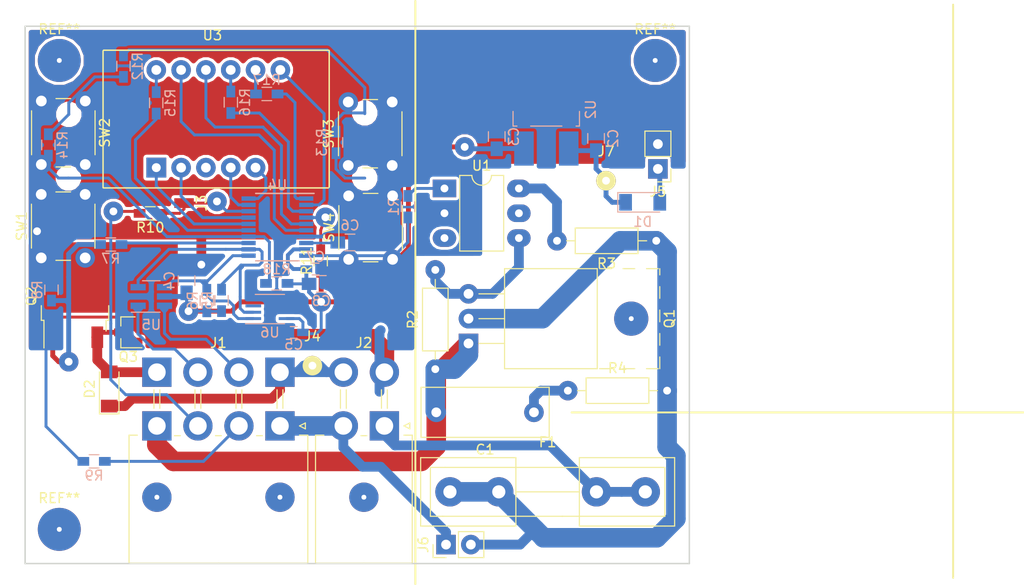
<source format=kicad_pcb>
(kicad_pcb (version 20171130) (host pcbnew 5.1.4)

  (general
    (thickness 1.6)
    (drawings 7)
    (tracks 400)
    (zones 0)
    (modules 52)
    (nets 43)
  )

  (page A4)
  (layers
    (0 F.Cu signal)
    (31 B.Cu signal)
    (32 B.Adhes user)
    (33 F.Adhes user)
    (34 B.Paste user)
    (35 F.Paste user)
    (36 B.SilkS user)
    (37 F.SilkS user)
    (38 B.Mask user)
    (39 F.Mask user)
    (40 Dwgs.User user)
    (41 Cmts.User user)
    (42 Eco1.User user)
    (43 Eco2.User user)
    (44 Edge.Cuts user)
    (45 Margin user)
    (46 B.CrtYd user)
    (47 F.CrtYd user)
    (48 B.Fab user hide)
    (49 F.Fab user hide)
  )

  (setup
    (last_trace_width 0.25)
    (user_trace_width 0.3)
    (user_trace_width 0.4)
    (user_trace_width 0.5)
    (user_trace_width 1)
    (user_trace_width 2)
    (trace_clearance 0.2)
    (zone_clearance 0.3)
    (zone_45_only yes)
    (trace_min 0.2)
    (via_size 0.6)
    (via_drill 0.4)
    (via_min_size 0.4)
    (via_min_drill 0.3)
    (user_via 1.6 0.8)
    (user_via 2 0.8)
    (uvia_size 0.3)
    (uvia_drill 0.1)
    (uvias_allowed no)
    (uvia_min_size 0.2)
    (uvia_min_drill 0.1)
    (edge_width 0.15)
    (segment_width 0.2)
    (pcb_text_width 0.3)
    (pcb_text_size 1.5 1.5)
    (mod_edge_width 0.15)
    (mod_text_size 1 1)
    (mod_text_width 0.15)
    (pad_size 2 2)
    (pad_drill 1)
    (pad_to_mask_clearance 0.2)
    (aux_axis_origin 0 0)
    (visible_elements FFFDDF1F)
    (pcbplotparams
      (layerselection 0x00000_80000001)
      (usegerberextensions false)
      (usegerberattributes false)
      (usegerberadvancedattributes false)
      (creategerberjobfile false)
      (excludeedgelayer false)
      (linewidth 0.100000)
      (plotframeref false)
      (viasonmask false)
      (mode 1)
      (useauxorigin false)
      (hpglpennumber 1)
      (hpglpenspeed 20)
      (hpglpendiameter 15.000000)
      (psnegative false)
      (psa4output false)
      (plotreference true)
      (plotvalue true)
      (plotinvisibletext false)
      (padsonsilk false)
      (subtractmaskfromsilk false)
      (outputformat 4)
      (mirror false)
      (drillshape 1)
      (scaleselection 1)
      (outputdirectory ""))
  )

  (net 0 "")
  (net 1 "Net-(C1-Pad1)")
  (net 2 /ten2)
  (net 3 +12V)
  (net 4 GND)
  (net 5 VDD)
  (net 6 "Net-(C6-Pad2)")
  (net 7 /t1)
  (net 8 /mark1)
  (net 9 /fan2)
  (net 10 /mark2)
  (net 11 /t2)
  (net 12 /220_n)
  (net 13 /220v_L)
  (net 14 "Net-(R1-Pad1)")
  (net 15 "Net-(R3-Pad2)")
  (net 16 /scl)
  (net 17 /sda)
  (net 18 /mark)
  (net 19 "Net-(R11-Pad2)")
  (net 20 "Net-(R12-Pad1)")
  (net 21 /c1)
  (net 22 "Net-(R15-Pad2)")
  (net 23 /c2)
  (net 24 "Net-(R16-Pad2)")
  (net 25 /c3)
  (net 26 "Net-(R17-Pad2)")
  (net 27 /kn)
  (net 28 /e)
  (net 29 /d)
  (net 30 /c)
  (net 31 /a)
  (net 32 /b)
  (net 33 /f)
  (net 34 /220_l)
  (net 35 "Net-(D1-Pad2)")
  (net 36 /rele)
  (net 37 /pwm)
  (net 38 /g)
  (net 39 "Net-(R12-Pad2)")
  (net 40 "Net-(R13-Pad2)")
  (net 41 "Net-(Q1-Pad3)")
  (net 42 /gate)

  (net_class Default "Это класс цепей по умолчанию."
    (clearance 0.2)
    (trace_width 0.25)
    (via_dia 0.6)
    (via_drill 0.4)
    (uvia_dia 0.3)
    (uvia_drill 0.1)
    (add_net +12V)
    (add_net /220_l)
    (add_net /220_n)
    (add_net /220v_L)
    (add_net /a)
    (add_net /b)
    (add_net /c)
    (add_net /c1)
    (add_net /c2)
    (add_net /c3)
    (add_net /d)
    (add_net /e)
    (add_net /f)
    (add_net /fan2)
    (add_net /g)
    (add_net /gate)
    (add_net /kn)
    (add_net /mark)
    (add_net /mark1)
    (add_net /mark2)
    (add_net /pwm)
    (add_net /rele)
    (add_net /scl)
    (add_net /sda)
    (add_net /t1)
    (add_net /t2)
    (add_net /ten2)
    (add_net GND)
    (add_net "Net-(C1-Pad1)")
    (add_net "Net-(C6-Pad2)")
    (add_net "Net-(D1-Pad2)")
    (add_net "Net-(Q1-Pad3)")
    (add_net "Net-(R1-Pad1)")
    (add_net "Net-(R11-Pad2)")
    (add_net "Net-(R12-Pad1)")
    (add_net "Net-(R12-Pad2)")
    (add_net "Net-(R13-Pad2)")
    (add_net "Net-(R15-Pad2)")
    (add_net "Net-(R16-Pad2)")
    (add_net "Net-(R17-Pad2)")
    (add_net "Net-(R3-Pad2)")
    (add_net VDD)
  )

  (module Mounting_Holes:MountingHole_2.2mm_M2_Pad (layer F.Cu) (tedit 5A885ACB) (tstamp 5A8858DC)
    (at 124.5 45.97)
    (descr "Mounting Hole 2.2mm, M2")
    (tags "mounting hole 2.2mm m2")
    (attr virtual)
    (fp_text reference REF** (at 0 -3.2) (layer F.SilkS)
      (effects (font (size 1 1) (thickness 0.15)))
    )
    (fp_text value MountingHole_2.2mm_M2_Pad (at 0 3.2) (layer F.Fab)
      (effects (font (size 1 1) (thickness 0.15)))
    )
    (fp_text user %R (at 0.3 0) (layer F.Fab)
      (effects (font (size 1 1) (thickness 0.15)))
    )
    (fp_circle (center 0 0) (end 2.2 0) (layer Cmts.User) (width 0.15))
    (fp_circle (center 0 0) (end 2.45 0) (layer F.CrtYd) (width 0.05))
    (pad 1 thru_hole circle (at 0 0) (size 4.4 4.4) (drill 0.5) (layers *.Cu *.Mask))
  )

  (module Connectors_Molex:Molex_MiniFit-JR-5569-08A2_2x04x4.20mm_Angled (layer F.Cu) (tedit 5A885F88) (tstamp 5A4C930B)
    (at 86.09 83.38 180)
    (descr "Molex Mini-Fit JR, PN:5569-08A2, dual row, side entry type, through hole, with plastic peg mount")
    (tags "connector molex mini-fit 5569")
    (path /5A4C906C)
    (fp_text reference J1 (at 6.3 8.5 180) (layer F.SilkS)
      (effects (font (size 1 1) (thickness 0.15)))
    )
    (fp_text value Conn_02x04_Counter_Clockwise (at 6.3 10 180) (layer F.Fab)
      (effects (font (size 1 1) (thickness 0.15)))
    )
    (fp_line (start -3.19 -14.39) (end -3.19 7.5) (layer F.CrtYd) (width 0.05))
    (fp_line (start -3.19 7.5) (end 15.8 7.5) (layer F.CrtYd) (width 0.05))
    (fp_line (start 15.8 7.5) (end 15.8 -14.39) (layer F.CrtYd) (width 0.05))
    (fp_line (start 15.8 -14.39) (end -3.19 -14.39) (layer F.CrtYd) (width 0.05))
    (fp_line (start -2 -0.95) (end -2.85 -0.95) (layer F.SilkS) (width 0.12))
    (fp_line (start -2.85 -0.95) (end -2.85 -14.05) (layer F.SilkS) (width 0.12))
    (fp_line (start -2.85 -14.05) (end 6.3 -14.05) (layer F.SilkS) (width 0.12))
    (fp_line (start 14.6 -0.95) (end 15.45 -0.95) (layer F.SilkS) (width 0.12))
    (fp_line (start 15.45 -0.95) (end 15.45 -14.05) (layer F.SilkS) (width 0.12))
    (fp_line (start 15.45 -14.05) (end 6.3 -14.05) (layer F.SilkS) (width 0.12))
    (fp_line (start -2.7 -13.9) (end -2.7 -1.1) (layer F.Fab) (width 0.1))
    (fp_line (start -2.7 -1.1) (end 15.3 -1.1) (layer F.Fab) (width 0.1))
    (fp_line (start 15.3 -1.1) (end 15.3 -13.9) (layer F.Fab) (width 0.1))
    (fp_line (start 15.3 -13.9) (end -2.7 -13.9) (layer F.Fab) (width 0.1))
    (fp_line (start -0.3 1.8) (end -0.3 3.7) (layer F.SilkS) (width 0.12))
    (fp_line (start 0.3 1.8) (end 0.3 3.7) (layer F.SilkS) (width 0.12))
    (fp_line (start 3.9 1.8) (end 3.9 3.7) (layer F.SilkS) (width 0.12))
    (fp_line (start 4.5 1.8) (end 4.5 3.7) (layer F.SilkS) (width 0.12))
    (fp_line (start 8.1 1.8) (end 8.1 3.7) (layer F.SilkS) (width 0.12))
    (fp_line (start 8.7 1.8) (end 8.7 3.7) (layer F.SilkS) (width 0.12))
    (fp_line (start 12.3 1.8) (end 12.3 3.7) (layer F.SilkS) (width 0.12))
    (fp_line (start 12.9 1.8) (end 12.9 3.7) (layer F.SilkS) (width 0.12))
    (fp_line (start 1.8 -1) (end 2.4 -1) (layer F.SilkS) (width 0.12))
    (fp_line (start 6 -1) (end 6.6 -1) (layer F.SilkS) (width 0.12))
    (fp_line (start 10.2 -1) (end 10.8 -1) (layer F.SilkS) (width 0.12))
    (fp_line (start -2 0) (end -2.6 0.3) (layer F.SilkS) (width 0.12))
    (fp_line (start -2.6 0.3) (end -2.6 -0.3) (layer F.SilkS) (width 0.12))
    (fp_line (start -2.6 -0.3) (end -2 0) (layer F.SilkS) (width 0.12))
    (fp_line (start -2 0) (end -2.6 0.3) (layer F.Fab) (width 0.1))
    (fp_line (start -2.6 0.3) (end -2.6 -0.3) (layer F.Fab) (width 0.1))
    (fp_line (start -2.6 -0.3) (end -2 0) (layer F.Fab) (width 0.1))
    (fp_text user %R (at 6.3 -4.5 180) (layer F.Fab)
      (effects (font (size 1 1) (thickness 0.15)))
    )
    (pad 1 thru_hole rect (at 0 0 180) (size 3 3) (drill 1.8) (layers *.Cu *.Mask)
      (net 12 /220_n))
    (pad 2 thru_hole circle (at 4.2 0 180) (size 3 3) (drill 1.8) (layers *.Cu *.Mask)
      (net 10 /mark2))
    (pad 3 thru_hole circle (at 8.4 0 180) (size 3 3) (drill 1.8) (layers *.Cu *.Mask)
      (net 8 /mark1))
    (pad 4 thru_hole rect (at 12.6 0 180) (size 3 3) (drill 1.8) (layers *.Cu *.Mask)
      (net 2 /ten2))
    (pad 5 thru_hole rect (at 0 5.5 180) (size 3 3) (drill 1.8) (layers *.Cu *.Mask)
      (net 3 +12V))
    (pad 6 thru_hole circle (at 4.2 5.5 180) (size 3 3) (drill 1.8) (layers *.Cu *.Mask)
      (net 11 /t2))
    (pad 7 thru_hole circle (at 8.4 5.5 180) (size 3 3) (drill 1.8) (layers *.Cu *.Mask)
      (net 7 /t1))
    (pad 8 thru_hole rect (at 12.6 5.5 180) (size 3 3) (drill 1.8) (layers *.Cu *.Mask)
      (net 9 /fan2))
    (pad "" np_thru_hole circle (at 0 -7.3 180) (size 3 3) (drill 0.5) (layers *.Cu *.Mask))
    (pad "" np_thru_hole circle (at 12.6 -7.3 180) (size 3 3) (drill 0.5) (layers *.Cu *.Mask))
    (model ${KISYS3DMOD}/Connectors_Molex.3dshapes/Molex_MiniFit-JR-5569-08A2_2x04x4.20mm_Angled.wrl
      (at (xyz 0 0 0))
      (scale (xyz 1 1 1))
      (rotate (xyz 0 0 0))
    )
  )

  (module Mounting_Holes:MountingHole_2.2mm_M2_Pad (layer F.Cu) (tedit 5A885AD0) (tstamp 5A8855D5)
    (at 63.5 93.97)
    (descr "Mounting Hole 2.2mm, M2")
    (tags "mounting hole 2.2mm m2")
    (attr virtual)
    (fp_text reference REF** (at 0 -3.2) (layer F.SilkS)
      (effects (font (size 1 1) (thickness 0.15)))
    )
    (fp_text value MountingHole_2.2mm_M2_Pad (at 0 3.2) (layer F.Fab)
      (effects (font (size 1 1) (thickness 0.15)))
    )
    (fp_text user %R (at 0.3 0) (layer F.Fab)
      (effects (font (size 1 1) (thickness 0.15)))
    )
    (fp_circle (center 0 0) (end 2.2 0) (layer Cmts.User) (width 0.15))
    (fp_circle (center 0 0) (end 2.45 0) (layer F.CrtYd) (width 0.05))
    (pad 1 thru_hole circle (at 0 0) (size 4.4 4.4) (drill 0.5) (layers *.Cu *.Mask))
  )

  (module Connectors_Molex:Molex_MiniFit-JR-5569-04A2_2x02x4.20mm_Angled (layer F.Cu) (tedit 5A885AB3) (tstamp 5A4C932E)
    (at 96.78 83.38 180)
    (descr "Molex Mini-Fit JR, PN:5569-04A2, dual row, side entry type, through hole, with plastic peg mount")
    (tags "connector molex mini-fit 5569")
    (path /5A4C98AF)
    (fp_text reference J2 (at 2.1 8.5 180) (layer F.SilkS)
      (effects (font (size 1 1) (thickness 0.15)))
    )
    (fp_text value Conn_02x04_Counter_Clockwise (at 2.1 10 180) (layer F.Fab)
      (effects (font (size 1 1) (thickness 0.15)))
    )
    (fp_line (start -3.19 -14.39) (end -3.19 7.5) (layer F.CrtYd) (width 0.05))
    (fp_line (start -3.19 7.5) (end 7.4 7.5) (layer F.CrtYd) (width 0.05))
    (fp_line (start 7.4 7.5) (end 7.4 -14.39) (layer F.CrtYd) (width 0.05))
    (fp_line (start 7.4 -14.39) (end -3.19 -14.39) (layer F.CrtYd) (width 0.05))
    (fp_line (start -2 -0.95) (end -2.85 -0.95) (layer F.SilkS) (width 0.12))
    (fp_line (start -2.85 -0.95) (end -2.85 -14.05) (layer F.SilkS) (width 0.12))
    (fp_line (start -2.85 -14.05) (end 2.1 -14.05) (layer F.SilkS) (width 0.12))
    (fp_line (start 6.2 -0.95) (end 7.05 -0.95) (layer F.SilkS) (width 0.12))
    (fp_line (start 7.05 -0.95) (end 7.05 -14.05) (layer F.SilkS) (width 0.12))
    (fp_line (start 7.05 -14.05) (end 2.1 -14.05) (layer F.SilkS) (width 0.12))
    (fp_line (start -2.7 -13.9) (end -2.7 -1.1) (layer F.Fab) (width 0.1))
    (fp_line (start -2.7 -1.1) (end 6.9 -1.1) (layer F.Fab) (width 0.1))
    (fp_line (start 6.9 -1.1) (end 6.9 -13.9) (layer F.Fab) (width 0.1))
    (fp_line (start 6.9 -13.9) (end -2.7 -13.9) (layer F.Fab) (width 0.1))
    (fp_line (start -0.3 1.8) (end -0.3 3.7) (layer F.SilkS) (width 0.12))
    (fp_line (start 0.3 1.8) (end 0.3 3.7) (layer F.SilkS) (width 0.12))
    (fp_line (start 3.9 1.8) (end 3.9 3.7) (layer F.SilkS) (width 0.12))
    (fp_line (start 4.5 1.8) (end 4.5 3.7) (layer F.SilkS) (width 0.12))
    (fp_line (start 1.8 -1) (end 2.4 -1) (layer F.SilkS) (width 0.12))
    (fp_line (start -2 0) (end -2.6 0.3) (layer F.SilkS) (width 0.12))
    (fp_line (start -2.6 0.3) (end -2.6 -0.3) (layer F.SilkS) (width 0.12))
    (fp_line (start -2.6 -0.3) (end -2 0) (layer F.SilkS) (width 0.12))
    (fp_line (start -2 0) (end -2.6 0.3) (layer F.Fab) (width 0.1))
    (fp_line (start -2.6 0.3) (end -2.6 -0.3) (layer F.Fab) (width 0.1))
    (fp_line (start -2.6 -0.3) (end -2 0) (layer F.Fab) (width 0.1))
    (fp_text user %R (at 2.1 -4.5 180) (layer F.Fab)
      (effects (font (size 1 1) (thickness 0.15)))
    )
    (pad 1 thru_hole rect (at 0 0 180) (size 3 3) (drill 1.8) (layers *.Cu *.Mask)
      (net 34 /220_l))
    (pad 2 thru_hole circle (at 4.2 0 180) (size 3 3) (drill 1.8) (layers *.Cu *.Mask)
      (net 12 /220_n))
    (pad 3 thru_hole circle (at 0 5.5 180) (size 3 3) (drill 1.8) (layers *.Cu *.Mask)
      (net 4 GND))
    (pad 4 thru_hole circle (at 4.2 5.5 180) (size 3 3) (drill 1.8) (layers *.Cu *.Mask)
      (net 3 +12V))
    (pad "" np_thru_hole circle (at 2.1 -7.3 180) (size 3 3) (drill 0.5) (layers *.Cu *.Mask))
    (model ${KISYS3DMOD}/Connectors_Molex.3dshapes/Molex_MiniFit-JR-5569-04A2_2x02x4.20mm_Angled.wrl
      (at (xyz 0 0 0))
      (scale (xyz 1 1 1))
      (rotate (xyz 0 0 0))
    )
  )

  (module Housings_SSOP:TSSOP-20_4.4x6.5mm_Pitch0.65mm (layer B.Cu) (tedit 54130A77) (tstamp 5A4C9352)
    (at 85.83 63.03 180)
    (descr "20-Lead Plastic Thin Shrink Small Outline (ST)-4.4 mm Body [TSSOP] (see Microchip Packaging Specification 00000049BS.pdf)")
    (tags "SSOP 0.65")
    (path /59F821D9)
    (attr smd)
    (fp_text reference U4 (at 0 4.3 180) (layer B.SilkS)
      (effects (font (size 1 1) (thickness 0.15)) (justify mirror))
    )
    (fp_text value STM8S003F3P (at 0 -4.3 180) (layer B.Fab)
      (effects (font (size 1 1) (thickness 0.15)) (justify mirror))
    )
    (fp_line (start -1.2 3.25) (end 2.2 3.25) (layer B.Fab) (width 0.15))
    (fp_line (start 2.2 3.25) (end 2.2 -3.25) (layer B.Fab) (width 0.15))
    (fp_line (start 2.2 -3.25) (end -2.2 -3.25) (layer B.Fab) (width 0.15))
    (fp_line (start -2.2 -3.25) (end -2.2 2.25) (layer B.Fab) (width 0.15))
    (fp_line (start -2.2 2.25) (end -1.2 3.25) (layer B.Fab) (width 0.15))
    (fp_line (start -3.95 3.55) (end -3.95 -3.55) (layer B.CrtYd) (width 0.05))
    (fp_line (start 3.95 3.55) (end 3.95 -3.55) (layer B.CrtYd) (width 0.05))
    (fp_line (start -3.95 3.55) (end 3.95 3.55) (layer B.CrtYd) (width 0.05))
    (fp_line (start -3.95 -3.55) (end 3.95 -3.55) (layer B.CrtYd) (width 0.05))
    (fp_line (start -2.225 -3.45) (end 2.225 -3.45) (layer B.SilkS) (width 0.15))
    (fp_line (start -3.75 3.45) (end 2.225 3.45) (layer B.SilkS) (width 0.15))
    (fp_text user %R (at 0 0 180) (layer B.Fab)
      (effects (font (size 0.8 0.8) (thickness 0.15)) (justify mirror))
    )
    (pad 1 smd rect (at -2.95 2.925 180) (size 1.45 0.45) (layers B.Cu B.Paste B.Mask)
      (net 25 /c3))
    (pad 2 smd rect (at -2.95 2.275 180) (size 1.45 0.45) (layers B.Cu B.Paste B.Mask)
      (net 32 /b))
    (pad 3 smd rect (at -2.95 1.625 180) (size 1.45 0.45) (layers B.Cu B.Paste B.Mask)
      (net 23 /c2))
    (pad 4 smd rect (at -2.95 0.975 180) (size 1.45 0.45) (layers B.Cu B.Paste B.Mask)
      (net 19 "Net-(R11-Pad2)"))
    (pad 5 smd rect (at -2.95 0.325 180) (size 1.45 0.45) (layers B.Cu B.Paste B.Mask)
      (net 33 /f))
    (pad 6 smd rect (at -2.95 -0.325 180) (size 1.45 0.45) (layers B.Cu B.Paste B.Mask)
      (net 31 /a))
    (pad 7 smd rect (at -2.95 -0.975 180) (size 1.45 0.45) (layers B.Cu B.Paste B.Mask)
      (net 4 GND))
    (pad 8 smd rect (at -2.95 -1.625 180) (size 1.45 0.45) (layers B.Cu B.Paste B.Mask)
      (net 6 "Net-(C6-Pad2)"))
    (pad 9 smd rect (at -2.95 -2.275 180) (size 1.45 0.45) (layers B.Cu B.Paste B.Mask)
      (net 5 VDD))
    (pad 10 smd rect (at -2.95 -2.925 180) (size 1.45 0.45) (layers B.Cu B.Paste B.Mask)
      (net 36 /rele))
    (pad 11 smd rect (at 2.95 -2.925 180) (size 1.45 0.45) (layers B.Cu B.Paste B.Mask)
      (net 17 /sda))
    (pad 12 smd rect (at 2.95 -2.275 180) (size 1.45 0.45) (layers B.Cu B.Paste B.Mask)
      (net 16 /scl))
    (pad 13 smd rect (at 2.95 -1.625 180) (size 1.45 0.45) (layers B.Cu B.Paste B.Mask)
      (net 37 /pwm))
    (pad 14 smd rect (at 2.95 -0.975 180) (size 1.45 0.45) (layers B.Cu B.Paste B.Mask)
      (net 27 /kn))
    (pad 15 smd rect (at 2.95 -0.325 180) (size 1.45 0.45) (layers B.Cu B.Paste B.Mask)
      (net 21 /c1))
    (pad 16 smd rect (at 2.95 0.325 180) (size 1.45 0.45) (layers B.Cu B.Paste B.Mask)
      (net 28 /e))
    (pad 17 smd rect (at 2.95 0.975 180) (size 1.45 0.45) (layers B.Cu B.Paste B.Mask)
      (net 29 /d))
    (pad 18 smd rect (at 2.95 1.625 180) (size 1.45 0.45) (layers B.Cu B.Paste B.Mask)
      (net 18 /mark))
    (pad 19 smd rect (at 2.95 2.275 180) (size 1.45 0.45) (layers B.Cu B.Paste B.Mask)
      (net 30 /c))
    (pad 20 smd rect (at 2.95 2.925 180) (size 1.45 0.45) (layers B.Cu B.Paste B.Mask)
      (net 38 /g))
    (model ${KISYS3DMOD}/Housings_SSOP.3dshapes/TSSOP-20_4.4x6.5mm_Pitch0.65mm.wrl
      (at (xyz 0 0 0))
      (scale (xyz 1 1 1))
      (rotate (xyz 0 0 0))
    )
  )

  (module Capacitors_SMD:C_0805_HandSoldering (layer B.Cu) (tedit 58AA84A8) (tstamp 5A85D825)
    (at 118.45 53.95 90)
    (descr "Capacitor SMD 0805, hand soldering")
    (tags "capacitor 0805")
    (path /59DE270A)
    (attr smd)
    (fp_text reference C2 (at 0 1.75 90) (layer B.SilkS)
      (effects (font (size 1 1) (thickness 0.15)) (justify mirror))
    )
    (fp_text value 1uf (at 0 -1.75 90) (layer B.Fab)
      (effects (font (size 1 1) (thickness 0.15)) (justify mirror))
    )
    (fp_text user %R (at 0 1.75 90) (layer B.Fab)
      (effects (font (size 1 1) (thickness 0.15)) (justify mirror))
    )
    (fp_line (start -1 -0.62) (end -1 0.62) (layer B.Fab) (width 0.1))
    (fp_line (start 1 -0.62) (end -1 -0.62) (layer B.Fab) (width 0.1))
    (fp_line (start 1 0.62) (end 1 -0.62) (layer B.Fab) (width 0.1))
    (fp_line (start -1 0.62) (end 1 0.62) (layer B.Fab) (width 0.1))
    (fp_line (start 0.5 0.85) (end -0.5 0.85) (layer B.SilkS) (width 0.12))
    (fp_line (start -0.5 -0.85) (end 0.5 -0.85) (layer B.SilkS) (width 0.12))
    (fp_line (start -2.25 0.88) (end 2.25 0.88) (layer B.CrtYd) (width 0.05))
    (fp_line (start -2.25 0.88) (end -2.25 -0.87) (layer B.CrtYd) (width 0.05))
    (fp_line (start 2.25 -0.87) (end 2.25 0.88) (layer B.CrtYd) (width 0.05))
    (fp_line (start 2.25 -0.87) (end -2.25 -0.87) (layer B.CrtYd) (width 0.05))
    (pad 1 smd rect (at -1.25 0 90) (size 1.5 1.25) (layers B.Cu B.Paste B.Mask)
      (net 3 +12V))
    (pad 2 smd rect (at 1.25 0 90) (size 1.5 1.25) (layers B.Cu B.Paste B.Mask)
      (net 4 GND))
    (model Capacitors_SMD.3dshapes/C_0805.wrl
      (at (xyz 0 0 0))
      (scale (xyz 1 1 1))
      (rotate (xyz 0 0 0))
    )
  )

  (module Capacitors_SMD:C_0805_HandSoldering (layer B.Cu) (tedit 58AA84A8) (tstamp 5A85D836)
    (at 108.28 53.76 90)
    (descr "Capacitor SMD 0805, hand soldering")
    (tags "capacitor 0805")
    (path /59DE2767)
    (attr smd)
    (fp_text reference C3 (at 0 1.75 90) (layer B.SilkS)
      (effects (font (size 1 1) (thickness 0.15)) (justify mirror))
    )
    (fp_text value 1uf (at 0 -1.75 90) (layer B.Fab)
      (effects (font (size 1 1) (thickness 0.15)) (justify mirror))
    )
    (fp_text user %R (at 0 1.75 90) (layer B.Fab)
      (effects (font (size 1 1) (thickness 0.15)) (justify mirror))
    )
    (fp_line (start -1 -0.62) (end -1 0.62) (layer B.Fab) (width 0.1))
    (fp_line (start 1 -0.62) (end -1 -0.62) (layer B.Fab) (width 0.1))
    (fp_line (start 1 0.62) (end 1 -0.62) (layer B.Fab) (width 0.1))
    (fp_line (start -1 0.62) (end 1 0.62) (layer B.Fab) (width 0.1))
    (fp_line (start 0.5 0.85) (end -0.5 0.85) (layer B.SilkS) (width 0.12))
    (fp_line (start -0.5 -0.85) (end 0.5 -0.85) (layer B.SilkS) (width 0.12))
    (fp_line (start -2.25 0.88) (end 2.25 0.88) (layer B.CrtYd) (width 0.05))
    (fp_line (start -2.25 0.88) (end -2.25 -0.87) (layer B.CrtYd) (width 0.05))
    (fp_line (start 2.25 -0.87) (end 2.25 0.88) (layer B.CrtYd) (width 0.05))
    (fp_line (start 2.25 -0.87) (end -2.25 -0.87) (layer B.CrtYd) (width 0.05))
    (pad 1 smd rect (at -1.25 0 90) (size 1.5 1.25) (layers B.Cu B.Paste B.Mask)
      (net 5 VDD))
    (pad 2 smd rect (at 1.25 0 90) (size 1.5 1.25) (layers B.Cu B.Paste B.Mask)
      (net 4 GND))
    (model Capacitors_SMD.3dshapes/C_0805.wrl
      (at (xyz 0 0 0))
      (scale (xyz 1 1 1))
      (rotate (xyz 0 0 0))
    )
  )

  (module Capacitors_SMD:C_0805_HandSoldering (layer B.Cu) (tedit 58AA84A8) (tstamp 5A85D847)
    (at 76.53 68.51 270)
    (descr "Capacitor SMD 0805, hand soldering")
    (tags "capacitor 0805")
    (path /59DE2F39)
    (attr smd)
    (fp_text reference C4 (at 0 1.75 270) (layer B.SilkS)
      (effects (font (size 1 1) (thickness 0.15)) (justify mirror))
    )
    (fp_text value 10uf (at 0 -1.75 270) (layer B.Fab)
      (effects (font (size 1 1) (thickness 0.15)) (justify mirror))
    )
    (fp_text user %R (at 0 1.75 270) (layer B.Fab)
      (effects (font (size 1 1) (thickness 0.15)) (justify mirror))
    )
    (fp_line (start -1 -0.62) (end -1 0.62) (layer B.Fab) (width 0.1))
    (fp_line (start 1 -0.62) (end -1 -0.62) (layer B.Fab) (width 0.1))
    (fp_line (start 1 0.62) (end 1 -0.62) (layer B.Fab) (width 0.1))
    (fp_line (start -1 0.62) (end 1 0.62) (layer B.Fab) (width 0.1))
    (fp_line (start 0.5 0.85) (end -0.5 0.85) (layer B.SilkS) (width 0.12))
    (fp_line (start -0.5 -0.85) (end 0.5 -0.85) (layer B.SilkS) (width 0.12))
    (fp_line (start -2.25 0.88) (end 2.25 0.88) (layer B.CrtYd) (width 0.05))
    (fp_line (start -2.25 0.88) (end -2.25 -0.87) (layer B.CrtYd) (width 0.05))
    (fp_line (start 2.25 -0.87) (end 2.25 0.88) (layer B.CrtYd) (width 0.05))
    (fp_line (start 2.25 -0.87) (end -2.25 -0.87) (layer B.CrtYd) (width 0.05))
    (pad 1 smd rect (at -1.25 0 270) (size 1.5 1.25) (layers B.Cu B.Paste B.Mask)
      (net 4 GND))
    (pad 2 smd rect (at 1.25 0 270) (size 1.5 1.25) (layers B.Cu B.Paste B.Mask)
      (net 5 VDD))
    (model Capacitors_SMD.3dshapes/C_0805.wrl
      (at (xyz 0 0 0))
      (scale (xyz 1 1 1))
      (rotate (xyz 0 0 0))
    )
  )

  (module Capacitors_SMD:C_0603_HandSoldering (layer B.Cu) (tedit 58AA848B) (tstamp 5A85D858)
    (at 87.5 73.81)
    (descr "Capacitor SMD 0603, hand soldering")
    (tags "capacitor 0603")
    (path /5A85D6BB)
    (attr smd)
    (fp_text reference C5 (at 0 1.25) (layer B.SilkS)
      (effects (font (size 1 1) (thickness 0.15)) (justify mirror))
    )
    (fp_text value 100n (at 0 -1.5) (layer B.Fab)
      (effects (font (size 1 1) (thickness 0.15)) (justify mirror))
    )
    (fp_text user %R (at 0 1.25) (layer B.Fab)
      (effects (font (size 1 1) (thickness 0.15)) (justify mirror))
    )
    (fp_line (start -0.8 -0.4) (end -0.8 0.4) (layer B.Fab) (width 0.1))
    (fp_line (start 0.8 -0.4) (end -0.8 -0.4) (layer B.Fab) (width 0.1))
    (fp_line (start 0.8 0.4) (end 0.8 -0.4) (layer B.Fab) (width 0.1))
    (fp_line (start -0.8 0.4) (end 0.8 0.4) (layer B.Fab) (width 0.1))
    (fp_line (start -0.35 0.6) (end 0.35 0.6) (layer B.SilkS) (width 0.12))
    (fp_line (start 0.35 -0.6) (end -0.35 -0.6) (layer B.SilkS) (width 0.12))
    (fp_line (start -1.8 0.65) (end 1.8 0.65) (layer B.CrtYd) (width 0.05))
    (fp_line (start -1.8 0.65) (end -1.8 -0.65) (layer B.CrtYd) (width 0.05))
    (fp_line (start 1.8 -0.65) (end 1.8 0.65) (layer B.CrtYd) (width 0.05))
    (fp_line (start 1.8 -0.65) (end -1.8 -0.65) (layer B.CrtYd) (width 0.05))
    (pad 1 smd rect (at -0.95 0) (size 1.2 0.75) (layers B.Cu B.Paste B.Mask)
      (net 4 GND))
    (pad 2 smd rect (at 0.95 0) (size 1.2 0.75) (layers B.Cu B.Paste B.Mask)
      (net 5 VDD))
    (model Capacitors_SMD.3dshapes/C_0603.wrl
      (at (xyz 0 0 0))
      (scale (xyz 1 1 1))
      (rotate (xyz 0 0 0))
    )
  )

  (module Capacitors_SMD:C_0805_HandSoldering (layer B.Cu) (tedit 58AA84A8) (tstamp 5A85D869)
    (at 93.26 64.6 180)
    (descr "Capacitor SMD 0805, hand soldering")
    (tags "capacitor 0805")
    (path /5A865E76)
    (attr smd)
    (fp_text reference C6 (at 0 1.75 180) (layer B.SilkS)
      (effects (font (size 1 1) (thickness 0.15)) (justify mirror))
    )
    (fp_text value 10uf (at 0 -1.75 180) (layer B.Fab)
      (effects (font (size 1 1) (thickness 0.15)) (justify mirror))
    )
    (fp_text user %R (at 0 1.75 180) (layer B.Fab)
      (effects (font (size 1 1) (thickness 0.15)) (justify mirror))
    )
    (fp_line (start -1 -0.62) (end -1 0.62) (layer B.Fab) (width 0.1))
    (fp_line (start 1 -0.62) (end -1 -0.62) (layer B.Fab) (width 0.1))
    (fp_line (start 1 0.62) (end 1 -0.62) (layer B.Fab) (width 0.1))
    (fp_line (start -1 0.62) (end 1 0.62) (layer B.Fab) (width 0.1))
    (fp_line (start 0.5 0.85) (end -0.5 0.85) (layer B.SilkS) (width 0.12))
    (fp_line (start -0.5 -0.85) (end 0.5 -0.85) (layer B.SilkS) (width 0.12))
    (fp_line (start -2.25 0.88) (end 2.25 0.88) (layer B.CrtYd) (width 0.05))
    (fp_line (start -2.25 0.88) (end -2.25 -0.87) (layer B.CrtYd) (width 0.05))
    (fp_line (start 2.25 -0.87) (end 2.25 0.88) (layer B.CrtYd) (width 0.05))
    (fp_line (start 2.25 -0.87) (end -2.25 -0.87) (layer B.CrtYd) (width 0.05))
    (pad 1 smd rect (at -1.25 0 180) (size 1.5 1.25) (layers B.Cu B.Paste B.Mask)
      (net 4 GND))
    (pad 2 smd rect (at 1.25 0 180) (size 1.5 1.25) (layers B.Cu B.Paste B.Mask)
      (net 6 "Net-(C6-Pad2)"))
    (model Capacitors_SMD.3dshapes/C_0805.wrl
      (at (xyz 0 0 0))
      (scale (xyz 1 1 1))
      (rotate (xyz 0 0 0))
    )
  )

  (module Capacitors_SMD:C_0603_HandSoldering (layer B.Cu) (tedit 58AA848B) (tstamp 5A85D87A)
    (at 89.74 67.32 180)
    (descr "Capacitor SMD 0603, hand soldering")
    (tags "capacitor 0603")
    (path /5A866672)
    (attr smd)
    (fp_text reference C7 (at 0 1.25 180) (layer B.SilkS)
      (effects (font (size 1 1) (thickness 0.15)) (justify mirror))
    )
    (fp_text value 100n (at 0 -1.5 180) (layer B.Fab)
      (effects (font (size 1 1) (thickness 0.15)) (justify mirror))
    )
    (fp_text user %R (at 0 1.25 180) (layer B.Fab)
      (effects (font (size 1 1) (thickness 0.15)) (justify mirror))
    )
    (fp_line (start -0.8 -0.4) (end -0.8 0.4) (layer B.Fab) (width 0.1))
    (fp_line (start 0.8 -0.4) (end -0.8 -0.4) (layer B.Fab) (width 0.1))
    (fp_line (start 0.8 0.4) (end 0.8 -0.4) (layer B.Fab) (width 0.1))
    (fp_line (start -0.8 0.4) (end 0.8 0.4) (layer B.Fab) (width 0.1))
    (fp_line (start -0.35 0.6) (end 0.35 0.6) (layer B.SilkS) (width 0.12))
    (fp_line (start 0.35 -0.6) (end -0.35 -0.6) (layer B.SilkS) (width 0.12))
    (fp_line (start -1.8 0.65) (end 1.8 0.65) (layer B.CrtYd) (width 0.05))
    (fp_line (start -1.8 0.65) (end -1.8 -0.65) (layer B.CrtYd) (width 0.05))
    (fp_line (start 1.8 -0.65) (end 1.8 0.65) (layer B.CrtYd) (width 0.05))
    (fp_line (start 1.8 -0.65) (end -1.8 -0.65) (layer B.CrtYd) (width 0.05))
    (pad 1 smd rect (at -0.95 0 180) (size 1.2 0.75) (layers B.Cu B.Paste B.Mask)
      (net 4 GND))
    (pad 2 smd rect (at 0.95 0 180) (size 1.2 0.75) (layers B.Cu B.Paste B.Mask)
      (net 5 VDD))
    (model Capacitors_SMD.3dshapes/C_0603.wrl
      (at (xyz 0 0 0))
      (scale (xyz 1 1 1))
      (rotate (xyz 0 0 0))
    )
  )

  (module Capacitors_SMD:C_0805_HandSoldering (layer B.Cu) (tedit 58AA84A8) (tstamp 5A85D88B)
    (at 90.32 68.84)
    (descr "Capacitor SMD 0805, hand soldering")
    (tags "capacitor 0805")
    (path /5A8662F3)
    (attr smd)
    (fp_text reference C8 (at 0 1.75) (layer B.SilkS)
      (effects (font (size 1 1) (thickness 0.15)) (justify mirror))
    )
    (fp_text value 1uf (at 0 -1.75) (layer B.Fab)
      (effects (font (size 1 1) (thickness 0.15)) (justify mirror))
    )
    (fp_text user %R (at 0 1.75) (layer B.Fab)
      (effects (font (size 1 1) (thickness 0.15)) (justify mirror))
    )
    (fp_line (start -1 -0.62) (end -1 0.62) (layer B.Fab) (width 0.1))
    (fp_line (start 1 -0.62) (end -1 -0.62) (layer B.Fab) (width 0.1))
    (fp_line (start 1 0.62) (end 1 -0.62) (layer B.Fab) (width 0.1))
    (fp_line (start -1 0.62) (end 1 0.62) (layer B.Fab) (width 0.1))
    (fp_line (start 0.5 0.85) (end -0.5 0.85) (layer B.SilkS) (width 0.12))
    (fp_line (start -0.5 -0.85) (end 0.5 -0.85) (layer B.SilkS) (width 0.12))
    (fp_line (start -2.25 0.88) (end 2.25 0.88) (layer B.CrtYd) (width 0.05))
    (fp_line (start -2.25 0.88) (end -2.25 -0.87) (layer B.CrtYd) (width 0.05))
    (fp_line (start 2.25 -0.87) (end 2.25 0.88) (layer B.CrtYd) (width 0.05))
    (fp_line (start 2.25 -0.87) (end -2.25 -0.87) (layer B.CrtYd) (width 0.05))
    (pad 1 smd rect (at -1.25 0) (size 1.5 1.25) (layers B.Cu B.Paste B.Mask)
      (net 5 VDD))
    (pad 2 smd rect (at 1.25 0) (size 1.5 1.25) (layers B.Cu B.Paste B.Mask)
      (net 4 GND))
    (model Capacitors_SMD.3dshapes/C_0805.wrl
      (at (xyz 0 0 0))
      (scale (xyz 1 1 1))
      (rotate (xyz 0 0 0))
    )
  )

  (module Pin_Headers:Pin_Header_Straight_1x02_Pitch2.54mm (layer F.Cu) (tedit 5A8865A3) (tstamp 5A85D8B6)
    (at 124.78 57.07 180)
    (descr "Through hole straight pin header, 1x02, 2.54mm pitch, single row")
    (tags "Through hole pin header THT 1x02 2.54mm single row")
    (path /59DE0343)
    (fp_text reference J5 (at 0 -2.33 180) (layer F.SilkS)
      (effects (font (size 1 1) (thickness 0.15)))
    )
    (fp_text value БП (at 0 4.87 180) (layer F.Fab)
      (effects (font (size 1 1) (thickness 0.15)))
    )
    (fp_line (start -0.635 -1.27) (end 1.27 -1.27) (layer F.Fab) (width 0.1))
    (fp_line (start 1.27 -1.27) (end 1.27 3.81) (layer F.Fab) (width 0.1))
    (fp_line (start 1.27 3.81) (end -1.27 3.81) (layer F.Fab) (width 0.1))
    (fp_line (start -1.27 3.81) (end -1.27 -0.635) (layer F.Fab) (width 0.1))
    (fp_line (start -1.27 -0.635) (end -0.635 -1.27) (layer F.Fab) (width 0.1))
    (fp_line (start -1.33 3.87) (end 1.33 3.87) (layer F.SilkS) (width 0.12))
    (fp_line (start -1.33 1.27) (end -1.33 3.87) (layer F.SilkS) (width 0.12))
    (fp_line (start 1.33 1.27) (end 1.33 3.87) (layer F.SilkS) (width 0.12))
    (fp_line (start -1.33 1.27) (end 1.33 1.27) (layer F.SilkS) (width 0.12))
    (fp_line (start -1.33 0) (end -1.33 -1.33) (layer F.SilkS) (width 0.12))
    (fp_line (start -1.33 -1.33) (end 0 -1.33) (layer F.SilkS) (width 0.12))
    (fp_line (start -1.8 -1.8) (end -1.8 4.35) (layer F.CrtYd) (width 0.05))
    (fp_line (start -1.8 4.35) (end 1.8 4.35) (layer F.CrtYd) (width 0.05))
    (fp_line (start 1.8 4.35) (end 1.8 -1.8) (layer F.CrtYd) (width 0.05))
    (fp_line (start 1.8 -1.8) (end -1.8 -1.8) (layer F.CrtYd) (width 0.05))
    (fp_text user %R (at 0 1.27 270) (layer F.Fab)
      (effects (font (size 1 1) (thickness 0.15)))
    )
    (pad 1 thru_hole rect (at 0 0 180) (size 2 2) (drill 1) (layers *.Cu *.Mask)
      (net 35 "Net-(D1-Pad2)"))
    (pad 2 thru_hole rect (at 0 2.54 180) (size 2 2) (drill 1) (layers *.Cu *.Mask)
      (net 4 GND))
    (model ${KISYS3DMOD}/Pin_Headers.3dshapes/Pin_Header_Straight_1x02_Pitch2.54mm.wrl
      (at (xyz 0 0 0))
      (scale (xyz 1 1 1))
      (rotate (xyz 0 0 0))
    )
  )

  (module Pin_Headers:Pin_Header_Straight_1x02_Pitch2.54mm (layer F.Cu) (tedit 5A885CA6) (tstamp 5A85D8CC)
    (at 103.09 95.53 90)
    (descr "Through hole straight pin header, 1x02, 2.54mm pitch, single row")
    (tags "Through hole pin header THT 1x02 2.54mm single row")
    (path /59DE0655)
    (fp_text reference J6 (at 0 -2.33 90) (layer F.SilkS)
      (effects (font (size 1 1) (thickness 0.15)))
    )
    (fp_text value БП_220 (at 0 4.87 90) (layer F.Fab)
      (effects (font (size 1 1) (thickness 0.15)))
    )
    (fp_line (start -0.635 -1.27) (end 1.27 -1.27) (layer F.Fab) (width 0.1))
    (fp_line (start 1.27 -1.27) (end 1.27 3.81) (layer F.Fab) (width 0.1))
    (fp_line (start 1.27 3.81) (end -1.27 3.81) (layer F.Fab) (width 0.1))
    (fp_line (start -1.27 3.81) (end -1.27 -0.635) (layer F.Fab) (width 0.1))
    (fp_line (start -1.27 -0.635) (end -0.635 -1.27) (layer F.Fab) (width 0.1))
    (fp_line (start -1.33 3.87) (end 1.33 3.87) (layer F.SilkS) (width 0.12))
    (fp_line (start -1.33 1.27) (end -1.33 3.87) (layer F.SilkS) (width 0.12))
    (fp_line (start 1.33 1.27) (end 1.33 3.87) (layer F.SilkS) (width 0.12))
    (fp_line (start -1.33 1.27) (end 1.33 1.27) (layer F.SilkS) (width 0.12))
    (fp_line (start -1.33 0) (end -1.33 -1.33) (layer F.SilkS) (width 0.12))
    (fp_line (start -1.33 -1.33) (end 0 -1.33) (layer F.SilkS) (width 0.12))
    (fp_line (start -1.8 -1.8) (end -1.8 4.35) (layer F.CrtYd) (width 0.05))
    (fp_line (start -1.8 4.35) (end 1.8 4.35) (layer F.CrtYd) (width 0.05))
    (fp_line (start 1.8 4.35) (end 1.8 -1.8) (layer F.CrtYd) (width 0.05))
    (fp_line (start 1.8 -1.8) (end -1.8 -1.8) (layer F.CrtYd) (width 0.05))
    (fp_text user %R (at 0 1.27 180) (layer F.Fab)
      (effects (font (size 1 1) (thickness 0.15)))
    )
    (pad 1 thru_hole rect (at 0 0 90) (size 2 2) (drill 1) (layers *.Cu *.Mask)
      (net 12 /220_n))
    (pad 2 thru_hole oval (at 0 2.54 90) (size 2 2) (drill 1) (layers *.Cu *.Mask)
      (net 13 /220v_L))
    (model ${KISYS3DMOD}/Pin_Headers.3dshapes/Pin_Header_Straight_1x02_Pitch2.54mm.wrl
      (at (xyz 0 0 0))
      (scale (xyz 1 1 1))
      (rotate (xyz 0 0 0))
    )
  )

  (module TO_SOT_Packages_THT:TO-220-3_Horizontal_Reversed (layer F.Cu) (tedit 5A885BA1) (tstamp 5A85D8F7)
    (at 105.39 74.94 90)
    (descr "TO-220-3, Horizontal, RM 2.54mm")
    (tags "TO-220-3 Horizontal RM 2.54mm")
    (path /59DDEF72)
    (fp_text reference Q1 (at 2.54 20.58 90) (layer F.SilkS)
      (effects (font (size 1 1) (thickness 0.15)))
    )
    (fp_text value bt139-800 (at 2.54 -1.9 90) (layer F.Fab)
      (effects (font (size 1 1) (thickness 0.15)))
    )
    (fp_text user %R (at 2.54 20.58 90) (layer F.Fab)
      (effects (font (size 1 1) (thickness 0.15)))
    )
    (fp_line (start -2.46 13.06) (end -2.46 19.46) (layer F.Fab) (width 0.1))
    (fp_line (start -2.46 19.46) (end 7.54 19.46) (layer F.Fab) (width 0.1))
    (fp_line (start 7.54 19.46) (end 7.54 13.06) (layer F.Fab) (width 0.1))
    (fp_line (start 7.54 13.06) (end -2.46 13.06) (layer F.Fab) (width 0.1))
    (fp_line (start -2.46 3.81) (end -2.46 13.06) (layer F.Fab) (width 0.1))
    (fp_line (start -2.46 13.06) (end 7.54 13.06) (layer F.Fab) (width 0.1))
    (fp_line (start 7.54 13.06) (end 7.54 3.81) (layer F.Fab) (width 0.1))
    (fp_line (start 7.54 3.81) (end -2.46 3.81) (layer F.Fab) (width 0.1))
    (fp_line (start 0 3.81) (end 0 0) (layer F.Fab) (width 0.1))
    (fp_line (start 2.54 3.81) (end 2.54 0) (layer F.Fab) (width 0.1))
    (fp_line (start 5.08 3.81) (end 5.08 0) (layer F.Fab) (width 0.1))
    (fp_line (start -2.58 3.69) (end 7.66 3.69) (layer F.SilkS) (width 0.12))
    (fp_line (start -2.58 13.18) (end 7.66 13.18) (layer F.SilkS) (width 0.12))
    (fp_line (start -2.58 3.69) (end -2.58 13.18) (layer F.SilkS) (width 0.12))
    (fp_line (start 7.66 3.69) (end 7.66 13.18) (layer F.SilkS) (width 0.12))
    (fp_line (start -2.58 19.58) (end -1.38 19.58) (layer F.SilkS) (width 0.12))
    (fp_line (start -0.181 19.58) (end 1.02 19.58) (layer F.SilkS) (width 0.12))
    (fp_line (start 2.22 19.58) (end 3.42 19.58) (layer F.SilkS) (width 0.12))
    (fp_line (start 4.62 19.58) (end 5.82 19.58) (layer F.SilkS) (width 0.12))
    (fp_line (start 7.02 19.58) (end 7.66 19.58) (layer F.SilkS) (width 0.12))
    (fp_line (start -2.58 13.42) (end -2.58 14.62) (layer F.SilkS) (width 0.12))
    (fp_line (start -2.58 15.82) (end -2.58 17.02) (layer F.SilkS) (width 0.12))
    (fp_line (start -2.58 18.22) (end -2.58 19.42) (layer F.SilkS) (width 0.12))
    (fp_line (start 7.66 13.42) (end 7.66 14.62) (layer F.SilkS) (width 0.12))
    (fp_line (start 7.66 15.82) (end 7.66 17.02) (layer F.SilkS) (width 0.12))
    (fp_line (start 7.66 18.22) (end 7.66 19.42) (layer F.SilkS) (width 0.12))
    (fp_line (start 0 1.05) (end 0 3.69) (layer F.SilkS) (width 0.12))
    (fp_line (start 2.54 1.066) (end 2.54 3.69) (layer F.SilkS) (width 0.12))
    (fp_line (start 5.08 1.066) (end 5.08 3.69) (layer F.SilkS) (width 0.12))
    (fp_line (start -2.71 -1.15) (end -2.71 19.71) (layer F.CrtYd) (width 0.05))
    (fp_line (start -2.71 19.71) (end 7.79 19.71) (layer F.CrtYd) (width 0.05))
    (fp_line (start 7.79 19.71) (end 7.79 -1.15) (layer F.CrtYd) (width 0.05))
    (fp_line (start 7.79 -1.15) (end -2.71 -1.15) (layer F.CrtYd) (width 0.05))
    (fp_circle (center 2.54 16.66) (end 4.39 16.66) (layer F.Fab) (width 0.1))
    (pad "" np_thru_hole oval (at 2.54 16.66 90) (size 3.5 3.5) (drill 0.5) (layers *.Cu *.Mask))
    (pad 1 thru_hole rect (at 0 0 90) (size 2 2) (drill 1) (layers *.Cu *.Mask)
      (net 2 /ten2))
    (pad 2 thru_hole oval (at 2.54 0 90) (size 2 2) (drill 1) (layers *.Cu *.Mask)
      (net 13 /220v_L))
    (pad 3 thru_hole oval (at 5.08 0 90) (size 2 2) (drill 1) (layers *.Cu *.Mask)
      (net 41 "Net-(Q1-Pad3)"))
    (model ${KISYS3DMOD}/TO_SOT_Packages_THT.3dshapes/TO-220-3_Horizontal_Reversed.wrl
      (offset (xyz 2.539999961853027 0 0))
      (scale (xyz 0.393701 0.393701 0.393701))
      (rotate (xyz 0 0 180))
    )
  )

  (module Resistors_ThroughHole:R_Axial_DIN0207_L6.3mm_D2.5mm_P10.16mm_Horizontal (layer F.Cu) (tedit 5A885BD6) (tstamp 5A85D941)
    (at 101.99 77.57 90)
    (descr "Resistor, Axial_DIN0207 series, Axial, Horizontal, pin pitch=10.16mm, 0.25W = 1/4W, length*diameter=6.3*2.5mm^2, http://cdn-reichelt.de/documents/datenblatt/B400/1_4W%23YAG.pdf")
    (tags "Resistor Axial_DIN0207 series Axial Horizontal pin pitch 10.16mm 0.25W = 1/4W length 6.3mm diameter 2.5mm")
    (path /59DDEFF0)
    (fp_text reference R2 (at 5.08 -2.31 90) (layer F.SilkS)
      (effects (font (size 1 1) (thickness 0.15)))
    )
    (fp_text value "330 (only for sensitive triac) (nc)" (at 5.08 2.31 90) (layer F.Fab)
      (effects (font (size 1 1) (thickness 0.15)))
    )
    (fp_line (start 1.93 -1.25) (end 1.93 1.25) (layer F.Fab) (width 0.1))
    (fp_line (start 1.93 1.25) (end 8.23 1.25) (layer F.Fab) (width 0.1))
    (fp_line (start 8.23 1.25) (end 8.23 -1.25) (layer F.Fab) (width 0.1))
    (fp_line (start 8.23 -1.25) (end 1.93 -1.25) (layer F.Fab) (width 0.1))
    (fp_line (start 0 0) (end 1.93 0) (layer F.Fab) (width 0.1))
    (fp_line (start 10.16 0) (end 8.23 0) (layer F.Fab) (width 0.1))
    (fp_line (start 1.87 -1.31) (end 1.87 1.31) (layer F.SilkS) (width 0.12))
    (fp_line (start 1.87 1.31) (end 8.29 1.31) (layer F.SilkS) (width 0.12))
    (fp_line (start 8.29 1.31) (end 8.29 -1.31) (layer F.SilkS) (width 0.12))
    (fp_line (start 8.29 -1.31) (end 1.87 -1.31) (layer F.SilkS) (width 0.12))
    (fp_line (start 0.98 0) (end 1.87 0) (layer F.SilkS) (width 0.12))
    (fp_line (start 9.18 0) (end 8.29 0) (layer F.SilkS) (width 0.12))
    (fp_line (start -1.05 -1.6) (end -1.05 1.6) (layer F.CrtYd) (width 0.05))
    (fp_line (start -1.05 1.6) (end 11.25 1.6) (layer F.CrtYd) (width 0.05))
    (fp_line (start 11.25 1.6) (end 11.25 -1.6) (layer F.CrtYd) (width 0.05))
    (fp_line (start 11.25 -1.6) (end -1.05 -1.6) (layer F.CrtYd) (width 0.05))
    (pad 1 thru_hole circle (at 0 0 90) (size 2 2) (drill 0.8) (layers *.Cu *.Mask)
      (net 2 /ten2))
    (pad 2 thru_hole oval (at 10.16 0 90) (size 2 2) (drill 0.8) (layers *.Cu *.Mask)
      (net 41 "Net-(Q1-Pad3)"))
    (model ${KISYS3DMOD}/Resistors_THT.3dshapes/R_Axial_DIN0207_L6.3mm_D2.5mm_P10.16mm_Horizontal.wrl
      (at (xyz 0 0 0))
      (scale (xyz 0.393701 0.393701 0.393701))
      (rotate (xyz 0 0 0))
    )
  )

  (module Resistors_ThroughHole:R_Axial_DIN0207_L6.3mm_D2.5mm_P10.16mm_Horizontal (layer F.Cu) (tedit 5A885B8B) (tstamp 5A85D957)
    (at 124.61 64.43 180)
    (descr "Resistor, Axial_DIN0207 series, Axial, Horizontal, pin pitch=10.16mm, 0.25W = 1/4W, length*diameter=6.3*2.5mm^2, http://cdn-reichelt.de/documents/datenblatt/B400/1_4W%23YAG.pdf")
    (tags "Resistor Axial_DIN0207 series Axial Horizontal pin pitch 10.16mm 0.25W = 1/4W length 6.3mm diameter 2.5mm")
    (path /59DDEFBF)
    (fp_text reference R3 (at 5.08 -2.31 180) (layer F.SilkS)
      (effects (font (size 1 1) (thickness 0.15)))
    )
    (fp_text value 360 (at 5.08 2.31 180) (layer F.Fab)
      (effects (font (size 1 1) (thickness 0.15)))
    )
    (fp_line (start 1.93 -1.25) (end 1.93 1.25) (layer F.Fab) (width 0.1))
    (fp_line (start 1.93 1.25) (end 8.23 1.25) (layer F.Fab) (width 0.1))
    (fp_line (start 8.23 1.25) (end 8.23 -1.25) (layer F.Fab) (width 0.1))
    (fp_line (start 8.23 -1.25) (end 1.93 -1.25) (layer F.Fab) (width 0.1))
    (fp_line (start 0 0) (end 1.93 0) (layer F.Fab) (width 0.1))
    (fp_line (start 10.16 0) (end 8.23 0) (layer F.Fab) (width 0.1))
    (fp_line (start 1.87 -1.31) (end 1.87 1.31) (layer F.SilkS) (width 0.12))
    (fp_line (start 1.87 1.31) (end 8.29 1.31) (layer F.SilkS) (width 0.12))
    (fp_line (start 8.29 1.31) (end 8.29 -1.31) (layer F.SilkS) (width 0.12))
    (fp_line (start 8.29 -1.31) (end 1.87 -1.31) (layer F.SilkS) (width 0.12))
    (fp_line (start 0.98 0) (end 1.87 0) (layer F.SilkS) (width 0.12))
    (fp_line (start 9.18 0) (end 8.29 0) (layer F.SilkS) (width 0.12))
    (fp_line (start -1.05 -1.6) (end -1.05 1.6) (layer F.CrtYd) (width 0.05))
    (fp_line (start -1.05 1.6) (end 11.25 1.6) (layer F.CrtYd) (width 0.05))
    (fp_line (start 11.25 1.6) (end 11.25 -1.6) (layer F.CrtYd) (width 0.05))
    (fp_line (start 11.25 -1.6) (end -1.05 -1.6) (layer F.CrtYd) (width 0.05))
    (pad 1 thru_hole circle (at 0 0 180) (size 2 2) (drill 0.8) (layers *.Cu *.Mask)
      (net 13 /220v_L))
    (pad 2 thru_hole oval (at 10.16 0 180) (size 2 2) (drill 0.8) (layers *.Cu *.Mask)
      (net 15 "Net-(R3-Pad2)"))
    (model ${KISYS3DMOD}/Resistors_THT.3dshapes/R_Axial_DIN0207_L6.3mm_D2.5mm_P10.16mm_Horizontal.wrl
      (at (xyz 0 0 0))
      (scale (xyz 0.393701 0.393701 0.393701))
      (rotate (xyz 0 0 0))
    )
  )

  (module Resistors_ThroughHole:R_Axial_DIN0207_L6.3mm_D2.5mm_P10.16mm_Horizontal (layer F.Cu) (tedit 5A885BC8) (tstamp 5A85D96D)
    (at 115.56 79.77)
    (descr "Resistor, Axial_DIN0207 series, Axial, Horizontal, pin pitch=10.16mm, 0.25W = 1/4W, length*diameter=6.3*2.5mm^2, http://cdn-reichelt.de/documents/datenblatt/B400/1_4W%23YAG.pdf")
    (tags "Resistor Axial_DIN0207 series Axial Horizontal pin pitch 10.16mm 0.25W = 1/4W length 6.3mm diameter 2.5mm")
    (path /59DDF0E5)
    (fp_text reference R4 (at 5.08 -2.31) (layer F.SilkS)
      (effects (font (size 1 1) (thickness 0.15)))
    )
    (fp_text value "39 (nc)" (at 5.08 2.31) (layer F.Fab)
      (effects (font (size 1 1) (thickness 0.15)))
    )
    (fp_line (start 1.93 -1.25) (end 1.93 1.25) (layer F.Fab) (width 0.1))
    (fp_line (start 1.93 1.25) (end 8.23 1.25) (layer F.Fab) (width 0.1))
    (fp_line (start 8.23 1.25) (end 8.23 -1.25) (layer F.Fab) (width 0.1))
    (fp_line (start 8.23 -1.25) (end 1.93 -1.25) (layer F.Fab) (width 0.1))
    (fp_line (start 0 0) (end 1.93 0) (layer F.Fab) (width 0.1))
    (fp_line (start 10.16 0) (end 8.23 0) (layer F.Fab) (width 0.1))
    (fp_line (start 1.87 -1.31) (end 1.87 1.31) (layer F.SilkS) (width 0.12))
    (fp_line (start 1.87 1.31) (end 8.29 1.31) (layer F.SilkS) (width 0.12))
    (fp_line (start 8.29 1.31) (end 8.29 -1.31) (layer F.SilkS) (width 0.12))
    (fp_line (start 8.29 -1.31) (end 1.87 -1.31) (layer F.SilkS) (width 0.12))
    (fp_line (start 0.98 0) (end 1.87 0) (layer F.SilkS) (width 0.12))
    (fp_line (start 9.18 0) (end 8.29 0) (layer F.SilkS) (width 0.12))
    (fp_line (start -1.05 -1.6) (end -1.05 1.6) (layer F.CrtYd) (width 0.05))
    (fp_line (start -1.05 1.6) (end 11.25 1.6) (layer F.CrtYd) (width 0.05))
    (fp_line (start 11.25 1.6) (end 11.25 -1.6) (layer F.CrtYd) (width 0.05))
    (fp_line (start 11.25 -1.6) (end -1.05 -1.6) (layer F.CrtYd) (width 0.05))
    (pad 1 thru_hole circle (at 0 0) (size 2 2) (drill 0.8) (layers *.Cu *.Mask)
      (net 1 "Net-(C1-Pad1)"))
    (pad 2 thru_hole oval (at 10.16 0) (size 2 2) (drill 0.8) (layers *.Cu *.Mask)
      (net 13 /220v_L))
    (model ${KISYS3DMOD}/Resistors_THT.3dshapes/R_Axial_DIN0207_L6.3mm_D2.5mm_P10.16mm_Horizontal.wrl
      (at (xyz 0 0 0))
      (scale (xyz 0.393701 0.393701 0.393701))
      (rotate (xyz 0 0 0))
    )
  )

  (module Resistors_SMD:R_0603_HandSoldering (layer B.Cu) (tedit 58E0A804) (tstamp 5A85D97E)
    (at 80.11 70.53 270)
    (descr "Resistor SMD 0603, hand soldering")
    (tags "resistor 0603")
    (path /59EDF1AD)
    (attr smd)
    (fp_text reference R5 (at 0 1.45 270) (layer B.SilkS)
      (effects (font (size 1 1) (thickness 0.15)) (justify mirror))
    )
    (fp_text value 10k (at 0 -1.55 270) (layer B.Fab)
      (effects (font (size 1 1) (thickness 0.15)) (justify mirror))
    )
    (fp_text user %R (at 0 0 270) (layer B.Fab)
      (effects (font (size 0.4 0.4) (thickness 0.075)) (justify mirror))
    )
    (fp_line (start -0.8 -0.4) (end -0.8 0.4) (layer B.Fab) (width 0.1))
    (fp_line (start 0.8 -0.4) (end -0.8 -0.4) (layer B.Fab) (width 0.1))
    (fp_line (start 0.8 0.4) (end 0.8 -0.4) (layer B.Fab) (width 0.1))
    (fp_line (start -0.8 0.4) (end 0.8 0.4) (layer B.Fab) (width 0.1))
    (fp_line (start 0.5 -0.68) (end -0.5 -0.68) (layer B.SilkS) (width 0.12))
    (fp_line (start -0.5 0.68) (end 0.5 0.68) (layer B.SilkS) (width 0.12))
    (fp_line (start -1.96 0.7) (end 1.95 0.7) (layer B.CrtYd) (width 0.05))
    (fp_line (start -1.96 0.7) (end -1.96 -0.7) (layer B.CrtYd) (width 0.05))
    (fp_line (start 1.95 -0.7) (end 1.95 0.7) (layer B.CrtYd) (width 0.05))
    (fp_line (start 1.95 -0.7) (end -1.96 -0.7) (layer B.CrtYd) (width 0.05))
    (pad 1 smd rect (at -1.1 0 270) (size 1.2 0.9) (layers B.Cu B.Paste B.Mask)
      (net 16 /scl))
    (pad 2 smd rect (at 1.1 0 270) (size 1.2 0.9) (layers B.Cu B.Paste B.Mask)
      (net 5 VDD))
    (model ${KISYS3DMOD}/Resistors_SMD.3dshapes/R_0603.wrl
      (at (xyz 0 0 0))
      (scale (xyz 1 1 1))
      (rotate (xyz 0 0 0))
    )
  )

  (module Resistors_SMD:R_0603_HandSoldering (layer B.Cu) (tedit 58E0A804) (tstamp 5A85D98F)
    (at 78.6 70.55 270)
    (descr "Resistor SMD 0603, hand soldering")
    (tags "resistor 0603")
    (path /59EDF49E)
    (attr smd)
    (fp_text reference R6 (at 0 1.45 270) (layer B.SilkS)
      (effects (font (size 1 1) (thickness 0.15)) (justify mirror))
    )
    (fp_text value 10k (at 0 -1.55 270) (layer B.Fab)
      (effects (font (size 1 1) (thickness 0.15)) (justify mirror))
    )
    (fp_text user %R (at 0 0 270) (layer B.Fab)
      (effects (font (size 0.4 0.4) (thickness 0.075)) (justify mirror))
    )
    (fp_line (start -0.8 -0.4) (end -0.8 0.4) (layer B.Fab) (width 0.1))
    (fp_line (start 0.8 -0.4) (end -0.8 -0.4) (layer B.Fab) (width 0.1))
    (fp_line (start 0.8 0.4) (end 0.8 -0.4) (layer B.Fab) (width 0.1))
    (fp_line (start -0.8 0.4) (end 0.8 0.4) (layer B.Fab) (width 0.1))
    (fp_line (start 0.5 -0.68) (end -0.5 -0.68) (layer B.SilkS) (width 0.12))
    (fp_line (start -0.5 0.68) (end 0.5 0.68) (layer B.SilkS) (width 0.12))
    (fp_line (start -1.96 0.7) (end 1.95 0.7) (layer B.CrtYd) (width 0.05))
    (fp_line (start -1.96 0.7) (end -1.96 -0.7) (layer B.CrtYd) (width 0.05))
    (fp_line (start 1.95 -0.7) (end 1.95 0.7) (layer B.CrtYd) (width 0.05))
    (fp_line (start 1.95 -0.7) (end -1.96 -0.7) (layer B.CrtYd) (width 0.05))
    (pad 1 smd rect (at -1.1 0 270) (size 1.2 0.9) (layers B.Cu B.Paste B.Mask)
      (net 17 /sda))
    (pad 2 smd rect (at 1.1 0 270) (size 1.2 0.9) (layers B.Cu B.Paste B.Mask)
      (net 5 VDD))
    (model ${KISYS3DMOD}/Resistors_SMD.3dshapes/R_0603.wrl
      (at (xyz 0 0 0))
      (scale (xyz 1 1 1))
      (rotate (xyz 0 0 0))
    )
  )

  (module Resistors_SMD:R_0603_HandSoldering (layer B.Cu) (tedit 58E0A804) (tstamp 5A85D9A0)
    (at 68.77 64.81)
    (descr "Resistor SMD 0603, hand soldering")
    (tags "resistor 0603")
    (path /59DE782C)
    (attr smd)
    (fp_text reference R7 (at 0 1.45) (layer B.SilkS)
      (effects (font (size 1 1) (thickness 0.15)) (justify mirror))
    )
    (fp_text value 100 (at 0 -1.55) (layer B.Fab)
      (effects (font (size 1 1) (thickness 0.15)) (justify mirror))
    )
    (fp_text user %R (at 0 0) (layer B.Fab)
      (effects (font (size 0.4 0.4) (thickness 0.075)) (justify mirror))
    )
    (fp_line (start -0.8 -0.4) (end -0.8 0.4) (layer B.Fab) (width 0.1))
    (fp_line (start 0.8 -0.4) (end -0.8 -0.4) (layer B.Fab) (width 0.1))
    (fp_line (start 0.8 0.4) (end 0.8 -0.4) (layer B.Fab) (width 0.1))
    (fp_line (start -0.8 0.4) (end 0.8 0.4) (layer B.Fab) (width 0.1))
    (fp_line (start 0.5 -0.68) (end -0.5 -0.68) (layer B.SilkS) (width 0.12))
    (fp_line (start -0.5 0.68) (end 0.5 0.68) (layer B.SilkS) (width 0.12))
    (fp_line (start -1.96 0.7) (end 1.95 0.7) (layer B.CrtYd) (width 0.05))
    (fp_line (start -1.96 0.7) (end -1.96 -0.7) (layer B.CrtYd) (width 0.05))
    (fp_line (start 1.95 -0.7) (end 1.95 0.7) (layer B.CrtYd) (width 0.05))
    (fp_line (start 1.95 -0.7) (end -1.96 -0.7) (layer B.CrtYd) (width 0.05))
    (pad 1 smd rect (at -1.1 0) (size 1.2 0.9) (layers B.Cu B.Paste B.Mask)
      (net 42 /gate))
    (pad 2 smd rect (at 1.1 0) (size 1.2 0.9) (layers B.Cu B.Paste B.Mask)
      (net 37 /pwm))
    (model ${KISYS3DMOD}/Resistors_SMD.3dshapes/R_0603.wrl
      (at (xyz 0 0 0))
      (scale (xyz 1 1 1))
      (rotate (xyz 0 0 0))
    )
  )

  (module Resistors_SMD:R_0603_HandSoldering (layer B.Cu) (tedit 58E0A804) (tstamp 5A85D9B1)
    (at 62.7 69.45 270)
    (descr "Resistor SMD 0603, hand soldering")
    (tags "resistor 0603")
    (path /59DE8B75)
    (attr smd)
    (fp_text reference R8 (at 0 1.45 270) (layer B.SilkS)
      (effects (font (size 1 1) (thickness 0.15)) (justify mirror))
    )
    (fp_text value 10k (at 0 -1.55 270) (layer B.Fab)
      (effects (font (size 1 1) (thickness 0.15)) (justify mirror))
    )
    (fp_text user %R (at 0 0 270) (layer B.Fab)
      (effects (font (size 0.4 0.4) (thickness 0.075)) (justify mirror))
    )
    (fp_line (start -0.8 -0.4) (end -0.8 0.4) (layer B.Fab) (width 0.1))
    (fp_line (start 0.8 -0.4) (end -0.8 -0.4) (layer B.Fab) (width 0.1))
    (fp_line (start 0.8 0.4) (end 0.8 -0.4) (layer B.Fab) (width 0.1))
    (fp_line (start -0.8 0.4) (end 0.8 0.4) (layer B.Fab) (width 0.1))
    (fp_line (start 0.5 -0.68) (end -0.5 -0.68) (layer B.SilkS) (width 0.12))
    (fp_line (start -0.5 0.68) (end 0.5 0.68) (layer B.SilkS) (width 0.12))
    (fp_line (start -1.96 0.7) (end 1.95 0.7) (layer B.CrtYd) (width 0.05))
    (fp_line (start -1.96 0.7) (end -1.96 -0.7) (layer B.CrtYd) (width 0.05))
    (fp_line (start 1.95 -0.7) (end 1.95 0.7) (layer B.CrtYd) (width 0.05))
    (fp_line (start 1.95 -0.7) (end -1.96 -0.7) (layer B.CrtYd) (width 0.05))
    (pad 1 smd rect (at -1.1 0 270) (size 1.2 0.9) (layers B.Cu B.Paste B.Mask)
      (net 4 GND))
    (pad 2 smd rect (at 1.1 0 270) (size 1.2 0.9) (layers B.Cu B.Paste B.Mask)
      (net 42 /gate))
    (model ${KISYS3DMOD}/Resistors_SMD.3dshapes/R_0603.wrl
      (at (xyz 0 0 0))
      (scale (xyz 1 1 1))
      (rotate (xyz 0 0 0))
    )
  )

  (module Resistors_SMD:R_0603_HandSoldering (layer B.Cu) (tedit 58E0A804) (tstamp 5A85D9C2)
    (at 67.06 87.01)
    (descr "Resistor SMD 0603, hand soldering")
    (tags "resistor 0603")
    (path /5A86486F)
    (attr smd)
    (fp_text reference R9 (at 0 1.45) (layer B.SilkS)
      (effects (font (size 1 1) (thickness 0.15)) (justify mirror))
    )
    (fp_text value 100k (at 0 -1.55) (layer B.Fab)
      (effects (font (size 1 1) (thickness 0.15)) (justify mirror))
    )
    (fp_text user %R (at 0 0) (layer B.Fab)
      (effects (font (size 0.4 0.4) (thickness 0.075)) (justify mirror))
    )
    (fp_line (start -0.8 -0.4) (end -0.8 0.4) (layer B.Fab) (width 0.1))
    (fp_line (start 0.8 -0.4) (end -0.8 -0.4) (layer B.Fab) (width 0.1))
    (fp_line (start 0.8 0.4) (end 0.8 -0.4) (layer B.Fab) (width 0.1))
    (fp_line (start -0.8 0.4) (end 0.8 0.4) (layer B.Fab) (width 0.1))
    (fp_line (start 0.5 -0.68) (end -0.5 -0.68) (layer B.SilkS) (width 0.12))
    (fp_line (start -0.5 0.68) (end 0.5 0.68) (layer B.SilkS) (width 0.12))
    (fp_line (start -1.96 0.7) (end 1.95 0.7) (layer B.CrtYd) (width 0.05))
    (fp_line (start -1.96 0.7) (end -1.96 -0.7) (layer B.CrtYd) (width 0.05))
    (fp_line (start 1.95 -0.7) (end 1.95 0.7) (layer B.CrtYd) (width 0.05))
    (fp_line (start 1.95 -0.7) (end -1.96 -0.7) (layer B.CrtYd) (width 0.05))
    (pad 1 smd rect (at -1.1 0) (size 1.2 0.9) (layers B.Cu B.Paste B.Mask)
      (net 4 GND))
    (pad 2 smd rect (at 1.1 0) (size 1.2 0.9) (layers B.Cu B.Paste B.Mask)
      (net 10 /mark2))
    (model ${KISYS3DMOD}/Resistors_SMD.3dshapes/R_0603.wrl
      (at (xyz 0 0 0))
      (scale (xyz 1 1 1))
      (rotate (xyz 0 0 0))
    )
  )

  (module Resistors_SMD:R_0603_HandSoldering (layer F.Cu) (tedit 58E0A804) (tstamp 5A85D9D3)
    (at 72.82 61.62 180)
    (descr "Resistor SMD 0603, hand soldering")
    (tags "resistor 0603")
    (path /5A864B71)
    (attr smd)
    (fp_text reference R10 (at 0 -1.45 180) (layer F.SilkS)
      (effects (font (size 1 1) (thickness 0.15)))
    )
    (fp_text value 100k (at 0 1.55 180) (layer F.Fab)
      (effects (font (size 1 1) (thickness 0.15)))
    )
    (fp_text user %R (at 0 0 180) (layer F.Fab)
      (effects (font (size 0.4 0.4) (thickness 0.075)))
    )
    (fp_line (start -0.8 0.4) (end -0.8 -0.4) (layer F.Fab) (width 0.1))
    (fp_line (start 0.8 0.4) (end -0.8 0.4) (layer F.Fab) (width 0.1))
    (fp_line (start 0.8 -0.4) (end 0.8 0.4) (layer F.Fab) (width 0.1))
    (fp_line (start -0.8 -0.4) (end 0.8 -0.4) (layer F.Fab) (width 0.1))
    (fp_line (start 0.5 0.68) (end -0.5 0.68) (layer F.SilkS) (width 0.12))
    (fp_line (start -0.5 -0.68) (end 0.5 -0.68) (layer F.SilkS) (width 0.12))
    (fp_line (start -1.96 -0.7) (end 1.95 -0.7) (layer F.CrtYd) (width 0.05))
    (fp_line (start -1.96 -0.7) (end -1.96 0.7) (layer F.CrtYd) (width 0.05))
    (fp_line (start 1.95 0.7) (end 1.95 -0.7) (layer F.CrtYd) (width 0.05))
    (fp_line (start 1.95 0.7) (end -1.96 0.7) (layer F.CrtYd) (width 0.05))
    (pad 1 smd rect (at -1.1 0 180) (size 1.2 0.9) (layers F.Cu F.Paste F.Mask)
      (net 18 /mark))
    (pad 2 smd rect (at 1.1 0 180) (size 1.2 0.9) (layers F.Cu F.Paste F.Mask)
      (net 8 /mark1))
    (model ${KISYS3DMOD}/Resistors_SMD.3dshapes/R_0603.wrl
      (at (xyz 0 0 0))
      (scale (xyz 1 1 1))
      (rotate (xyz 0 0 0))
    )
  )

  (module Resistors_SMD:R_0603_HandSoldering (layer F.Cu) (tedit 58E0A804) (tstamp 5A85D9E4)
    (at 90.26 66.5 90)
    (descr "Resistor SMD 0603, hand soldering")
    (tags "resistor 0603")
    (path /5A868B35)
    (attr smd)
    (fp_text reference R11 (at 0 -1.45 90) (layer F.SilkS)
      (effects (font (size 1 1) (thickness 0.15)))
    )
    (fp_text value 10k (at 0 1.55 90) (layer F.Fab)
      (effects (font (size 1 1) (thickness 0.15)))
    )
    (fp_text user %R (at 0 0 90) (layer F.Fab)
      (effects (font (size 0.4 0.4) (thickness 0.075)))
    )
    (fp_line (start -0.8 0.4) (end -0.8 -0.4) (layer F.Fab) (width 0.1))
    (fp_line (start 0.8 0.4) (end -0.8 0.4) (layer F.Fab) (width 0.1))
    (fp_line (start 0.8 -0.4) (end 0.8 0.4) (layer F.Fab) (width 0.1))
    (fp_line (start -0.8 -0.4) (end 0.8 -0.4) (layer F.Fab) (width 0.1))
    (fp_line (start 0.5 0.68) (end -0.5 0.68) (layer F.SilkS) (width 0.12))
    (fp_line (start -0.5 -0.68) (end 0.5 -0.68) (layer F.SilkS) (width 0.12))
    (fp_line (start -1.96 -0.7) (end 1.95 -0.7) (layer F.CrtYd) (width 0.05))
    (fp_line (start -1.96 -0.7) (end -1.96 0.7) (layer F.CrtYd) (width 0.05))
    (fp_line (start 1.95 0.7) (end 1.95 -0.7) (layer F.CrtYd) (width 0.05))
    (fp_line (start 1.95 0.7) (end -1.96 0.7) (layer F.CrtYd) (width 0.05))
    (pad 1 smd rect (at -1.1 0 90) (size 1.2 0.9) (layers F.Cu F.Paste F.Mask)
      (net 5 VDD))
    (pad 2 smd rect (at 1.1 0 90) (size 1.2 0.9) (layers F.Cu F.Paste F.Mask)
      (net 19 "Net-(R11-Pad2)"))
    (model ${KISYS3DMOD}/Resistors_SMD.3dshapes/R_0603.wrl
      (at (xyz 0 0 0))
      (scale (xyz 1 1 1))
      (rotate (xyz 0 0 0))
    )
  )

  (module Resistors_SMD:R_0603_HandSoldering (layer B.Cu) (tedit 58E0A804) (tstamp 5A85D9F5)
    (at 70.07 46.55 90)
    (descr "Resistor SMD 0603, hand soldering")
    (tags "resistor 0603")
    (path /5A86CCF3)
    (attr smd)
    (fp_text reference R12 (at 0 1.45 90) (layer B.SilkS)
      (effects (font (size 1 1) (thickness 0.15)) (justify mirror))
    )
    (fp_text value 10k (at 0 -1.55 90) (layer B.Fab)
      (effects (font (size 1 1) (thickness 0.15)) (justify mirror))
    )
    (fp_text user %R (at 0 0 90) (layer B.Fab)
      (effects (font (size 0.4 0.4) (thickness 0.075)) (justify mirror))
    )
    (fp_line (start -0.8 -0.4) (end -0.8 0.4) (layer B.Fab) (width 0.1))
    (fp_line (start 0.8 -0.4) (end -0.8 -0.4) (layer B.Fab) (width 0.1))
    (fp_line (start 0.8 0.4) (end 0.8 -0.4) (layer B.Fab) (width 0.1))
    (fp_line (start -0.8 0.4) (end 0.8 0.4) (layer B.Fab) (width 0.1))
    (fp_line (start 0.5 -0.68) (end -0.5 -0.68) (layer B.SilkS) (width 0.12))
    (fp_line (start -0.5 0.68) (end 0.5 0.68) (layer B.SilkS) (width 0.12))
    (fp_line (start -1.96 0.7) (end 1.95 0.7) (layer B.CrtYd) (width 0.05))
    (fp_line (start -1.96 0.7) (end -1.96 -0.7) (layer B.CrtYd) (width 0.05))
    (fp_line (start 1.95 -0.7) (end 1.95 0.7) (layer B.CrtYd) (width 0.05))
    (fp_line (start 1.95 -0.7) (end -1.96 -0.7) (layer B.CrtYd) (width 0.05))
    (pad 1 smd rect (at -1.1 0 90) (size 1.2 0.9) (layers B.Cu B.Paste B.Mask)
      (net 20 "Net-(R12-Pad1)"))
    (pad 2 smd rect (at 1.1 0 90) (size 1.2 0.9) (layers B.Cu B.Paste B.Mask)
      (net 39 "Net-(R12-Pad2)"))
    (model ${KISYS3DMOD}/Resistors_SMD.3dshapes/R_0603.wrl
      (at (xyz 0 0 0))
      (scale (xyz 1 1 1))
      (rotate (xyz 0 0 0))
    )
  )

  (module Resistors_SMD:R_0603_HandSoldering (layer B.Cu) (tedit 58E0A804) (tstamp 5A85DA06)
    (at 91.83 54.36 270)
    (descr "Resistor SMD 0603, hand soldering")
    (tags "resistor 0603")
    (path /5A86CD9D)
    (attr smd)
    (fp_text reference R13 (at 0 1.45 270) (layer B.SilkS)
      (effects (font (size 1 1) (thickness 0.15)) (justify mirror))
    )
    (fp_text value 10k (at 0 -1.55 270) (layer B.Fab)
      (effects (font (size 1 1) (thickness 0.15)) (justify mirror))
    )
    (fp_text user %R (at 0 0 270) (layer B.Fab)
      (effects (font (size 0.4 0.4) (thickness 0.075)) (justify mirror))
    )
    (fp_line (start -0.8 -0.4) (end -0.8 0.4) (layer B.Fab) (width 0.1))
    (fp_line (start 0.8 -0.4) (end -0.8 -0.4) (layer B.Fab) (width 0.1))
    (fp_line (start 0.8 0.4) (end 0.8 -0.4) (layer B.Fab) (width 0.1))
    (fp_line (start -0.8 0.4) (end 0.8 0.4) (layer B.Fab) (width 0.1))
    (fp_line (start 0.5 -0.68) (end -0.5 -0.68) (layer B.SilkS) (width 0.12))
    (fp_line (start -0.5 0.68) (end 0.5 0.68) (layer B.SilkS) (width 0.12))
    (fp_line (start -1.96 0.7) (end 1.95 0.7) (layer B.CrtYd) (width 0.05))
    (fp_line (start -1.96 0.7) (end -1.96 -0.7) (layer B.CrtYd) (width 0.05))
    (fp_line (start 1.95 -0.7) (end 1.95 0.7) (layer B.CrtYd) (width 0.05))
    (fp_line (start 1.95 -0.7) (end -1.96 -0.7) (layer B.CrtYd) (width 0.05))
    (pad 1 smd rect (at -1.1 0 270) (size 1.2 0.9) (layers B.Cu B.Paste B.Mask)
      (net 39 "Net-(R12-Pad2)"))
    (pad 2 smd rect (at 1.1 0 270) (size 1.2 0.9) (layers B.Cu B.Paste B.Mask)
      (net 40 "Net-(R13-Pad2)"))
    (model ${KISYS3DMOD}/Resistors_SMD.3dshapes/R_0603.wrl
      (at (xyz 0 0 0))
      (scale (xyz 1 1 1))
      (rotate (xyz 0 0 0))
    )
  )

  (module Resistors_SMD:R_0603_HandSoldering (layer B.Cu) (tedit 58E0A804) (tstamp 5A85DA17)
    (at 62.38 54.62 90)
    (descr "Resistor SMD 0603, hand soldering")
    (tags "resistor 0603")
    (path /5A86C1CC)
    (attr smd)
    (fp_text reference R14 (at 0 1.45 90) (layer B.SilkS)
      (effects (font (size 1 1) (thickness 0.15)) (justify mirror))
    )
    (fp_text value 10k (at 0 -1.55 90) (layer B.Fab)
      (effects (font (size 1 1) (thickness 0.15)) (justify mirror))
    )
    (fp_text user %R (at 0 0 90) (layer B.Fab)
      (effects (font (size 0.4 0.4) (thickness 0.075)) (justify mirror))
    )
    (fp_line (start -0.8 -0.4) (end -0.8 0.4) (layer B.Fab) (width 0.1))
    (fp_line (start 0.8 -0.4) (end -0.8 -0.4) (layer B.Fab) (width 0.1))
    (fp_line (start 0.8 0.4) (end 0.8 -0.4) (layer B.Fab) (width 0.1))
    (fp_line (start -0.8 0.4) (end 0.8 0.4) (layer B.Fab) (width 0.1))
    (fp_line (start 0.5 -0.68) (end -0.5 -0.68) (layer B.SilkS) (width 0.12))
    (fp_line (start -0.5 0.68) (end 0.5 0.68) (layer B.SilkS) (width 0.12))
    (fp_line (start -1.96 0.7) (end 1.95 0.7) (layer B.CrtYd) (width 0.05))
    (fp_line (start -1.96 0.7) (end -1.96 -0.7) (layer B.CrtYd) (width 0.05))
    (fp_line (start 1.95 -0.7) (end 1.95 0.7) (layer B.CrtYd) (width 0.05))
    (fp_line (start 1.95 -0.7) (end -1.96 -0.7) (layer B.CrtYd) (width 0.05))
    (pad 1 smd rect (at -1.1 0 90) (size 1.2 0.9) (layers B.Cu B.Paste B.Mask)
      (net 27 /kn))
    (pad 2 smd rect (at 1.1 0 90) (size 1.2 0.9) (layers B.Cu B.Paste B.Mask)
      (net 20 "Net-(R12-Pad1)"))
    (model ${KISYS3DMOD}/Resistors_SMD.3dshapes/R_0603.wrl
      (at (xyz 0 0 0))
      (scale (xyz 1 1 1))
      (rotate (xyz 0 0 0))
    )
  )

  (module Resistors_SMD:R_0603_HandSoldering (layer B.Cu) (tedit 58E0A804) (tstamp 5A85DA28)
    (at 73.42 50.31 90)
    (descr "Resistor SMD 0603, hand soldering")
    (tags "resistor 0603")
    (path /5A867277)
    (attr smd)
    (fp_text reference R15 (at 0 1.45 90) (layer B.SilkS)
      (effects (font (size 1 1) (thickness 0.15)) (justify mirror))
    )
    (fp_text value 300 (at 0 -1.55 90) (layer B.Fab)
      (effects (font (size 1 1) (thickness 0.15)) (justify mirror))
    )
    (fp_text user %R (at 0 0 90) (layer B.Fab)
      (effects (font (size 0.4 0.4) (thickness 0.075)) (justify mirror))
    )
    (fp_line (start -0.8 -0.4) (end -0.8 0.4) (layer B.Fab) (width 0.1))
    (fp_line (start 0.8 -0.4) (end -0.8 -0.4) (layer B.Fab) (width 0.1))
    (fp_line (start 0.8 0.4) (end 0.8 -0.4) (layer B.Fab) (width 0.1))
    (fp_line (start -0.8 0.4) (end 0.8 0.4) (layer B.Fab) (width 0.1))
    (fp_line (start 0.5 -0.68) (end -0.5 -0.68) (layer B.SilkS) (width 0.12))
    (fp_line (start -0.5 0.68) (end 0.5 0.68) (layer B.SilkS) (width 0.12))
    (fp_line (start -1.96 0.7) (end 1.95 0.7) (layer B.CrtYd) (width 0.05))
    (fp_line (start -1.96 0.7) (end -1.96 -0.7) (layer B.CrtYd) (width 0.05))
    (fp_line (start 1.95 -0.7) (end 1.95 0.7) (layer B.CrtYd) (width 0.05))
    (fp_line (start 1.95 -0.7) (end -1.96 -0.7) (layer B.CrtYd) (width 0.05))
    (pad 1 smd rect (at -1.1 0 90) (size 1.2 0.9) (layers B.Cu B.Paste B.Mask)
      (net 21 /c1))
    (pad 2 smd rect (at 1.1 0 90) (size 1.2 0.9) (layers B.Cu B.Paste B.Mask)
      (net 22 "Net-(R15-Pad2)"))
    (model ${KISYS3DMOD}/Resistors_SMD.3dshapes/R_0603.wrl
      (at (xyz 0 0 0))
      (scale (xyz 1 1 1))
      (rotate (xyz 0 0 0))
    )
  )

  (module Resistors_SMD:R_0603_HandSoldering (layer B.Cu) (tedit 58E0A804) (tstamp 5A85DA39)
    (at 81.06 50.25 90)
    (descr "Resistor SMD 0603, hand soldering")
    (tags "resistor 0603")
    (path /5A867404)
    (attr smd)
    (fp_text reference R16 (at 0 1.45 90) (layer B.SilkS)
      (effects (font (size 1 1) (thickness 0.15)) (justify mirror))
    )
    (fp_text value 300 (at 0 -1.55 90) (layer B.Fab)
      (effects (font (size 1 1) (thickness 0.15)) (justify mirror))
    )
    (fp_text user %R (at 0 0 90) (layer B.Fab)
      (effects (font (size 0.4 0.4) (thickness 0.075)) (justify mirror))
    )
    (fp_line (start -0.8 -0.4) (end -0.8 0.4) (layer B.Fab) (width 0.1))
    (fp_line (start 0.8 -0.4) (end -0.8 -0.4) (layer B.Fab) (width 0.1))
    (fp_line (start 0.8 0.4) (end 0.8 -0.4) (layer B.Fab) (width 0.1))
    (fp_line (start -0.8 0.4) (end 0.8 0.4) (layer B.Fab) (width 0.1))
    (fp_line (start 0.5 -0.68) (end -0.5 -0.68) (layer B.SilkS) (width 0.12))
    (fp_line (start -0.5 0.68) (end 0.5 0.68) (layer B.SilkS) (width 0.12))
    (fp_line (start -1.96 0.7) (end 1.95 0.7) (layer B.CrtYd) (width 0.05))
    (fp_line (start -1.96 0.7) (end -1.96 -0.7) (layer B.CrtYd) (width 0.05))
    (fp_line (start 1.95 -0.7) (end 1.95 0.7) (layer B.CrtYd) (width 0.05))
    (fp_line (start 1.95 -0.7) (end -1.96 -0.7) (layer B.CrtYd) (width 0.05))
    (pad 1 smd rect (at -1.1 0 90) (size 1.2 0.9) (layers B.Cu B.Paste B.Mask)
      (net 23 /c2))
    (pad 2 smd rect (at 1.1 0 90) (size 1.2 0.9) (layers B.Cu B.Paste B.Mask)
      (net 24 "Net-(R16-Pad2)"))
    (model ${KISYS3DMOD}/Resistors_SMD.3dshapes/R_0603.wrl
      (at (xyz 0 0 0))
      (scale (xyz 1 1 1))
      (rotate (xyz 0 0 0))
    )
  )

  (module Resistors_SMD:R_0603_HandSoldering (layer B.Cu) (tedit 58E0A804) (tstamp 5A85DA4A)
    (at 84.74 49.4 180)
    (descr "Resistor SMD 0603, hand soldering")
    (tags "resistor 0603")
    (path /5A8674E6)
    (attr smd)
    (fp_text reference R17 (at 0 1.45 180) (layer B.SilkS)
      (effects (font (size 1 1) (thickness 0.15)) (justify mirror))
    )
    (fp_text value 300 (at 0 -1.55 180) (layer B.Fab)
      (effects (font (size 1 1) (thickness 0.15)) (justify mirror))
    )
    (fp_text user %R (at 0 0 180) (layer B.Fab)
      (effects (font (size 0.4 0.4) (thickness 0.075)) (justify mirror))
    )
    (fp_line (start -0.8 -0.4) (end -0.8 0.4) (layer B.Fab) (width 0.1))
    (fp_line (start 0.8 -0.4) (end -0.8 -0.4) (layer B.Fab) (width 0.1))
    (fp_line (start 0.8 0.4) (end 0.8 -0.4) (layer B.Fab) (width 0.1))
    (fp_line (start -0.8 0.4) (end 0.8 0.4) (layer B.Fab) (width 0.1))
    (fp_line (start 0.5 -0.68) (end -0.5 -0.68) (layer B.SilkS) (width 0.12))
    (fp_line (start -0.5 0.68) (end 0.5 0.68) (layer B.SilkS) (width 0.12))
    (fp_line (start -1.96 0.7) (end 1.95 0.7) (layer B.CrtYd) (width 0.05))
    (fp_line (start -1.96 0.7) (end -1.96 -0.7) (layer B.CrtYd) (width 0.05))
    (fp_line (start 1.95 -0.7) (end 1.95 0.7) (layer B.CrtYd) (width 0.05))
    (fp_line (start 1.95 -0.7) (end -1.96 -0.7) (layer B.CrtYd) (width 0.05))
    (pad 1 smd rect (at -1.1 0 180) (size 1.2 0.9) (layers B.Cu B.Paste B.Mask)
      (net 25 /c3))
    (pad 2 smd rect (at 1.1 0 180) (size 1.2 0.9) (layers B.Cu B.Paste B.Mask)
      (net 26 "Net-(R17-Pad2)"))
    (model ${KISYS3DMOD}/Resistors_SMD.3dshapes/R_0603.wrl
      (at (xyz 0 0 0))
      (scale (xyz 1 1 1))
      (rotate (xyz 0 0 0))
    )
  )

  (module Housings_DIP:DIP-6_W7.62mm_LongPads (layer F.Cu) (tedit 5A885C2E) (tstamp 5A85DA7C)
    (at 102.93 59.07)
    (descr "6-lead though-hole mounted DIP package, row spacing 7.62 mm (300 mils), LongPads")
    (tags "THT DIP DIL PDIP 2.54mm 7.62mm 300mil LongPads")
    (path /59DDEF33)
    (fp_text reference U1 (at 3.81 -2.33) (layer F.SilkS)
      (effects (font (size 1 1) (thickness 0.15)))
    )
    (fp_text value MOC3041M (at 3.81 7.41) (layer F.Fab)
      (effects (font (size 1 1) (thickness 0.15)))
    )
    (fp_arc (start 3.81 -1.33) (end 2.81 -1.33) (angle -180) (layer F.SilkS) (width 0.12))
    (fp_line (start 1.635 -1.27) (end 6.985 -1.27) (layer F.Fab) (width 0.1))
    (fp_line (start 6.985 -1.27) (end 6.985 6.35) (layer F.Fab) (width 0.1))
    (fp_line (start 6.985 6.35) (end 0.635 6.35) (layer F.Fab) (width 0.1))
    (fp_line (start 0.635 6.35) (end 0.635 -0.27) (layer F.Fab) (width 0.1))
    (fp_line (start 0.635 -0.27) (end 1.635 -1.27) (layer F.Fab) (width 0.1))
    (fp_line (start 2.81 -1.33) (end 1.56 -1.33) (layer F.SilkS) (width 0.12))
    (fp_line (start 1.56 -1.33) (end 1.56 6.41) (layer F.SilkS) (width 0.12))
    (fp_line (start 1.56 6.41) (end 6.06 6.41) (layer F.SilkS) (width 0.12))
    (fp_line (start 6.06 6.41) (end 6.06 -1.33) (layer F.SilkS) (width 0.12))
    (fp_line (start 6.06 -1.33) (end 4.81 -1.33) (layer F.SilkS) (width 0.12))
    (fp_line (start -1.45 -1.55) (end -1.45 6.6) (layer F.CrtYd) (width 0.05))
    (fp_line (start -1.45 6.6) (end 9.1 6.6) (layer F.CrtYd) (width 0.05))
    (fp_line (start 9.1 6.6) (end 9.1 -1.55) (layer F.CrtYd) (width 0.05))
    (fp_line (start 9.1 -1.55) (end -1.45 -1.55) (layer F.CrtYd) (width 0.05))
    (fp_text user %R (at 3.81 2.54) (layer F.Fab)
      (effects (font (size 1 1) (thickness 0.15)))
    )
    (pad 1 thru_hole rect (at 0 0) (size 2.4 1.8) (drill 0.8) (layers *.Cu *.Mask)
      (net 14 "Net-(R1-Pad1)"))
    (pad 4 thru_hole oval (at 7.62 5.08) (size 2.4 1.8) (drill 0.8) (layers *.Cu *.Mask)
      (net 41 "Net-(Q1-Pad3)"))
    (pad 2 thru_hole oval (at 0 2.54) (size 2.4 1.8) (drill 0.8) (layers *.Cu *.Mask)
      (net 4 GND))
    (pad 5 thru_hole oval (at 7.62 2.54) (size 2.4 1.8) (drill 0.8) (layers *.Cu *.Mask))
    (pad 3 thru_hole oval (at 0 5.08) (size 2.4 1.8) (drill 0.8) (layers *.Cu *.Mask))
    (pad 6 thru_hole oval (at 7.62 0) (size 2.4 1.8) (drill 0.8) (layers *.Cu *.Mask)
      (net 15 "Net-(R3-Pad2)"))
    (model ${KISYS3DMOD}/Housings_DIP.3dshapes/DIP-6_W7.62mm.wrl
      (at (xyz 0 0 0))
      (scale (xyz 1 1 1))
      (rotate (xyz 0 0 0))
    )
  )

  (module TO_SOT_Packages_SMD:TO-252-2_Rectifier (layer B.Cu) (tedit 59007EE9) (tstamp 5A85DA9A)
    (at 113.35 50.41 90)
    (descr TO-252-2)
    (tags "TO-252-2 Rectifier")
    (path /5A4D60E1)
    (attr smd)
    (fp_text reference U2 (at -0.575 4.55 90) (layer B.SilkS)
      (effects (font (size 1 1) (thickness 0.15)) (justify mirror))
    )
    (fp_text value l78m05 (at -0.625 -4.8 90) (layer B.Fab)
      (effects (font (size 1 1) (thickness 0.15)) (justify mirror))
    )
    (fp_text user %R (at -0.05 0 90) (layer B.Fab)
      (effects (font (size 1 1) (thickness 0.15)) (justify mirror))
    )
    (fp_line (start -2.275 3.05) (end -2.275 3.4) (layer B.SilkS) (width 0.12))
    (fp_line (start -2.275 3.4) (end -0.775 3.4) (layer B.SilkS) (width 0.12))
    (fp_line (start -2.275 -1.6) (end -2.275 1.6) (layer B.SilkS) (width 0.12))
    (fp_line (start -0.775 -3.4) (end -2.275 -3.4) (layer B.SilkS) (width 0.12))
    (fp_line (start -2.275 -3.4) (end -2.275 -3) (layer B.SilkS) (width 0.12))
    (fp_line (start 3.805 2.71) (end 5.005 2.71) (layer B.Fab) (width 0.1))
    (fp_line (start 5.005 2.71) (end 5.005 -2.71) (layer B.Fab) (width 0.1))
    (fp_line (start 5.005 -2.71) (end 3.795 -2.71) (layer B.Fab) (width 0.1))
    (fp_line (start -2.195 -1.73) (end -5.105 -1.73) (layer B.Fab) (width 0.1))
    (fp_line (start -5.105 -2.87) (end -2.195 -2.87) (layer B.Fab) (width 0.1))
    (fp_line (start -5.105 -1.73) (end -5.105 -2.87) (layer B.Fab) (width 0.1))
    (fp_line (start -5.105 2.87) (end -5.105 1.73) (layer B.Fab) (width 0.1))
    (fp_line (start -5.105 1.73) (end -2.195 1.73) (layer B.Fab) (width 0.1))
    (fp_line (start -2.195 2.87) (end -5.105 2.87) (layer B.Fab) (width 0.1))
    (fp_line (start -2.195 -3.35) (end 3.795 -3.35) (layer B.Fab) (width 0.1))
    (fp_line (start 3.795 -3.35) (end 3.795 3.35) (layer B.Fab) (width 0.1))
    (fp_line (start 3.795 3.35) (end -2.195 3.35) (layer B.Fab) (width 0.1))
    (fp_line (start -2.195 -3.35) (end -2.195 3.35) (layer B.Fab) (width 0.1))
    (fp_line (start 6.58 3.75) (end 6.58 -3.75) (layer B.CrtYd) (width 0.05))
    (fp_line (start 6.58 3.75) (end -6.58 3.75) (layer B.CrtYd) (width 0.05))
    (fp_line (start -6.58 -3.75) (end 6.58 -3.75) (layer B.CrtYd) (width 0.05))
    (fp_line (start -6.58 -3.75) (end -6.58 3.75) (layer B.CrtYd) (width 0.05))
    (pad 1 smd rect (at -4.575 2.3 180) (size 2 3.5) (layers B.Cu B.Paste B.Mask)
      (net 3 +12V))
    (pad 3 smd rect (at -4.575 -2.28 180) (size 2 3.5) (layers B.Cu B.Paste B.Mask)
      (net 5 VDD))
    (pad 2 smd rect (at 2.825 0 180) (size 7 7) (layers B.Cu B.Paste B.Mask)
      (net 4 GND))
    (model ${KISYS3DMOD}/TO_SOT_Packages_SMD.3dshapes\TO-252-2.wrl
      (at (xyz 0 0 0))
      (scale (xyz 1 1 1))
      (rotate (xyz 0 0 0))
    )
  )

  (module TO_SOT_Packages_SMD:SOT-23-6_Handsoldering (layer B.Cu) (tedit 58CE4E7E) (tstamp 5A85DABF)
    (at 72.92 70.13)
    (descr "6-pin SOT-23 package, Handsoldering")
    (tags "SOT-23-6 Handsoldering")
    (path /59DDED39)
    (attr smd)
    (fp_text reference U5 (at 0 2.9) (layer B.SilkS)
      (effects (font (size 1 1) (thickness 0.15)) (justify mirror))
    )
    (fp_text value MCP3421A0T-E/CH (at 0 -2.9) (layer B.Fab)
      (effects (font (size 1 1) (thickness 0.15)) (justify mirror))
    )
    (fp_text user %R (at 0 0 270) (layer B.Fab)
      (effects (font (size 0.5 0.5) (thickness 0.075)) (justify mirror))
    )
    (fp_line (start -0.9 -1.61) (end 0.9 -1.61) (layer B.SilkS) (width 0.12))
    (fp_line (start 0.9 1.61) (end -2.05 1.61) (layer B.SilkS) (width 0.12))
    (fp_line (start -2.4 -1.8) (end -2.4 1.8) (layer B.CrtYd) (width 0.05))
    (fp_line (start 2.4 -1.8) (end -2.4 -1.8) (layer B.CrtYd) (width 0.05))
    (fp_line (start 2.4 1.8) (end 2.4 -1.8) (layer B.CrtYd) (width 0.05))
    (fp_line (start -2.4 1.8) (end 2.4 1.8) (layer B.CrtYd) (width 0.05))
    (fp_line (start -0.9 0.9) (end -0.25 1.55) (layer B.Fab) (width 0.1))
    (fp_line (start 0.9 1.55) (end -0.25 1.55) (layer B.Fab) (width 0.1))
    (fp_line (start -0.9 0.9) (end -0.9 -1.55) (layer B.Fab) (width 0.1))
    (fp_line (start 0.9 -1.55) (end -0.9 -1.55) (layer B.Fab) (width 0.1))
    (fp_line (start 0.9 1.55) (end 0.9 -1.55) (layer B.Fab) (width 0.1))
    (pad 1 smd rect (at -1.35 0.95) (size 1.56 0.65) (layers B.Cu B.Paste B.Mask)
      (net 7 /t1))
    (pad 2 smd rect (at -1.35 0) (size 1.56 0.65) (layers B.Cu B.Paste B.Mask)
      (net 4 GND))
    (pad 3 smd rect (at -1.35 -0.95) (size 1.56 0.65) (layers B.Cu B.Paste B.Mask)
      (net 16 /scl))
    (pad 4 smd rect (at 1.35 -0.95) (size 1.56 0.65) (layers B.Cu B.Paste B.Mask)
      (net 17 /sda))
    (pad 6 smd rect (at 1.35 0.95) (size 1.56 0.65) (layers B.Cu B.Paste B.Mask)
      (net 11 /t2))
    (pad 5 smd rect (at 1.35 0) (size 1.56 0.65) (layers B.Cu B.Paste B.Mask)
      (net 5 VDD))
    (model ${KISYS3DMOD}/TO_SOT_Packages_SMD.3dshapes/SOT-23-6.wrl
      (at (xyz 0 0 0))
      (scale (xyz 1 1 1))
      (rotate (xyz 0 0 0))
    )
  )

  (module Housings_SSOP:SSOP-8_2.95x2.8mm_Pitch0.65mm (layer B.Cu) (tedit 589DBBBD) (tstamp 5A85DACB)
    (at 85.06 71.42)
    (descr "SSOP-8 2.9 x2.8mm Pitch 0.65mm")
    (tags "SSOP-8 2.95x2.8mm Pitch 0.65mm")
    (path /5A4D48DB)
    (attr smd)
    (fp_text reference U6 (at 0 2.4) (layer B.SilkS)
      (effects (font (size 1 1) (thickness 0.15)) (justify mirror))
    )
    (fp_text value LM75AD (at 0 -2.6) (layer B.Fab)
      (effects (font (size 1 1) (thickness 0.15)) (justify mirror))
    )
    (fp_line (start -2.75 1.65) (end 2.75 1.65) (layer B.CrtYd) (width 0.05))
    (fp_line (start -2.75 -1.65) (end -2.75 1.65) (layer B.CrtYd) (width 0.05))
    (fp_line (start 2.75 -1.65) (end -2.75 -1.65) (layer B.CrtYd) (width 0.05))
    (fp_line (start 2.75 1.65) (end 2.75 -1.65) (layer B.CrtYd) (width 0.05))
    (fp_line (start 1.5 -1.5) (end -1.5 -1.5) (layer B.SilkS) (width 0.12))
    (fp_line (start 1.5 1.5) (end -2.5 1.5) (layer B.SilkS) (width 0.12))
    (fp_line (start -0.475 1.4) (end -1.475 0.7) (layer B.Fab) (width 0.1))
    (fp_line (start -0.475 1.4) (end 1.475 1.4) (layer B.Fab) (width 0.1))
    (fp_line (start -1.475 -1.4) (end -1.475 0.7) (layer B.Fab) (width 0.1))
    (fp_line (start 1.475 -1.4) (end -1.475 -1.4) (layer B.Fab) (width 0.1))
    (fp_line (start 1.475 1.4) (end 1.475 -1.4) (layer B.Fab) (width 0.1))
    (fp_text user %R (at 0 0) (layer B.Fab)
      (effects (font (size 0.6 0.6) (thickness 0.15)) (justify mirror))
    )
    (pad 1 smd rect (at -1.7 0.975 90) (size 0.3 1.6) (layers B.Cu B.Paste B.Mask)
      (net 17 /sda))
    (pad 2 smd rect (at -1.7 0.325 90) (size 0.3 1.6) (layers B.Cu B.Paste B.Mask)
      (net 16 /scl))
    (pad 3 smd rect (at -1.7 -0.325 90) (size 0.3 1.6) (layers B.Cu B.Paste B.Mask))
    (pad 4 smd rect (at -1.7 -0.975 90) (size 0.3 1.6) (layers B.Cu B.Paste B.Mask)
      (net 4 GND))
    (pad 5 smd rect (at 1.7 -0.975 90) (size 0.3 1.6) (layers B.Cu B.Paste B.Mask)
      (net 4 GND))
    (pad 6 smd rect (at 1.7 -0.325 90) (size 0.3 1.6) (layers B.Cu B.Paste B.Mask)
      (net 4 GND))
    (pad 7 smd rect (at 1.7 0.325 90) (size 0.3 1.6) (layers B.Cu B.Paste B.Mask)
      (net 4 GND))
    (pad 8 smd rect (at 1.7 0.975 90) (size 0.3 1.6) (layers B.Cu B.Paste B.Mask)
      (net 5 VDD))
    (model ${KISYS3DMOD}/Housings_SSOP.3dshapes/SSOP-8_2.95x2.8mm_Pitch0.65mm.wrl
      (at (xyz 0 0 0))
      (scale (xyz 1 1 1))
      (rotate (xyz 0 0 0))
    )
  )

  (module myowndevice:indicator_3cif (layer F.Cu) (tedit 58C4FC8D) (tstamp 5A85D961)
    (at 73.43 56.94)
    (descr "4x7-segments, 14 mm, Kingbright CA56-12 and CC56-12 displays")
    (tags "7-segments display")
    (path /5A4D3F40)
    (fp_text reference U3 (at 5.75 -13.55) (layer F.SilkS)
      (effects (font (size 1 1) (thickness 0.15)))
    )
    (fp_text value CA56-12EWA (at 6.35 3.38) (layer F.Fab)
      (effects (font (size 1 1) (thickness 0.15)))
    )
    (fp_line (start 17.6 2.08) (end -5.4 2.08) (layer F.SilkS) (width 0.15))
    (fp_line (start -5.45 2.05) (end -5.45 -11.95) (layer F.SilkS) (width 0.15))
    (fp_line (start -5.4 -12.02) (end 17.6 -12.02) (layer F.SilkS) (width 0.15))
    (fp_line (start 17.7 -12) (end 17.7 2) (layer F.SilkS) (width 0.15))
    (pad 1 thru_hole rect (at 0 0) (size 2.032 2.032) (drill 0.9144) (layers *.Cu *.Mask)
      (net 28 /e))
    (pad 2 thru_hole circle (at 2.54 0) (size 2 2) (drill 1) (layers *.Cu *.Mask)
      (net 29 /d))
    (pad 3 thru_hole circle (at 5.08 0) (size 2 2) (drill 1) (layers *.Cu *.Mask))
    (pad 4 thru_hole circle (at 7.62 0) (size 2 2) (drill 1) (layers *.Cu *.Mask)
      (net 30 /c))
    (pad 5 thru_hole circle (at 10.16 0) (size 2 2) (drill 1) (layers *.Cu *.Mask)
      (net 38 /g))
    (pad 9 thru_hole circle (at 7.62 -10) (size 2 2) (drill 1) (layers *.Cu *.Mask)
      (net 24 "Net-(R16-Pad2)"))
    (pad 8 thru_hole circle (at 10.16 -10) (size 2 2) (drill 1) (layers *.Cu *.Mask)
      (net 26 "Net-(R17-Pad2)"))
    (pad 12 thru_hole circle (at 0 -10) (size 2 2) (drill 1) (layers *.Cu *.Mask)
      (net 22 "Net-(R15-Pad2)"))
    (pad 11 thru_hole circle (at 2.54 -10) (size 2 2) (drill 1) (layers *.Cu *.Mask)
      (net 31 /a))
    (pad 7 thru_hole circle (at 12.7 -10) (size 2 2) (drill 1) (layers *.Cu *.Mask)
      (net 32 /b))
    (pad 10 thru_hole circle (at 5.08 -10) (size 2 2) (drill 1) (layers *.Cu *.Mask)
      (net 33 /f))
    (model Displays_7-Segment.3dshapes/Cx56-12.wrl
      (offset (xyz 6.45159990310669 7.619999885559082 0.9999979849815369))
      (scale (xyz 0.393701 0.393701 0.393701))
      (rotate (xyz 0 0 0))
    )
  )

  (module Resistors_SMD:R_0603_HandSoldering (layer B.Cu) (tedit 58E0A804) (tstamp 5A85E4DA)
    (at 99.19 60.94 270)
    (descr "Resistor SMD 0603, hand soldering")
    (tags "resistor 0603")
    (path /59EE052B)
    (attr smd)
    (fp_text reference R1 (at 0 1.45 270) (layer B.SilkS)
      (effects (font (size 1 1) (thickness 0.15)) (justify mirror))
    )
    (fp_text value 200-220 (at 0 -1.55 270) (layer B.Fab)
      (effects (font (size 1 1) (thickness 0.15)) (justify mirror))
    )
    (fp_text user %R (at 0 0 270) (layer B.Fab)
      (effects (font (size 0.4 0.4) (thickness 0.075)) (justify mirror))
    )
    (fp_line (start -0.8 -0.4) (end -0.8 0.4) (layer B.Fab) (width 0.1))
    (fp_line (start 0.8 -0.4) (end -0.8 -0.4) (layer B.Fab) (width 0.1))
    (fp_line (start 0.8 0.4) (end 0.8 -0.4) (layer B.Fab) (width 0.1))
    (fp_line (start -0.8 0.4) (end 0.8 0.4) (layer B.Fab) (width 0.1))
    (fp_line (start 0.5 -0.68) (end -0.5 -0.68) (layer B.SilkS) (width 0.12))
    (fp_line (start -0.5 0.68) (end 0.5 0.68) (layer B.SilkS) (width 0.12))
    (fp_line (start -1.96 0.7) (end 1.95 0.7) (layer B.CrtYd) (width 0.05))
    (fp_line (start -1.96 0.7) (end -1.96 -0.7) (layer B.CrtYd) (width 0.05))
    (fp_line (start 1.95 -0.7) (end 1.95 0.7) (layer B.CrtYd) (width 0.05))
    (fp_line (start 1.95 -0.7) (end -1.96 -0.7) (layer B.CrtYd) (width 0.05))
    (pad 1 smd rect (at -1.1 0 270) (size 1.2 0.9) (layers B.Cu B.Paste B.Mask)
      (net 14 "Net-(R1-Pad1)"))
    (pad 2 smd rect (at 1.1 0 270) (size 1.2 0.9) (layers B.Cu B.Paste B.Mask)
      (net 36 /rele))
    (model ${KISYS3DMOD}/Resistors_SMD.3dshapes/R_0603.wrl
      (at (xyz 0 0 0))
      (scale (xyz 1 1 1))
      (rotate (xyz 0 0 0))
    )
  )

  (module Fuse_Holders_and_Fuses:Fuseholder5x20_horiz_open_inline_Type-I (layer F.Cu) (tedit 5A885BC2) (tstamp 5A86E698)
    (at 103.49 90.13)
    (descr "Fuseholder, 5x20, open, horizontal, Type-I, Inline,")
    (tags "Fuseholder 5x20 open horizontal Type-I Inline Sicherungshalter offen ")
    (path /59DDFC3A)
    (fp_text reference F1 (at 10 -5.08) (layer F.SilkS)
      (effects (font (size 1 1) (thickness 0.15)))
    )
    (fp_text value Fuse_Small (at 11.27 5.08) (layer F.Fab)
      (effects (font (size 1 1) (thickness 0.15)))
    )
    (fp_line (start 5 0) (end 15 0) (layer F.Fab) (width 0.1))
    (fp_line (start -2 -2.5) (end 22 -2.5) (layer F.Fab) (width 0.1))
    (fp_line (start 22 -2.5) (end 22 2.5) (layer F.Fab) (width 0.1))
    (fp_line (start 22 2.5) (end -2 2.5) (layer F.Fab) (width 0.1))
    (fp_line (start -2 2.5) (end -2 -2.5) (layer F.Fab) (width 0.1))
    (fp_line (start 13.35 -3.4) (end 13.35 3.4) (layer F.Fab) (width 0.1))
    (fp_line (start 13.35 3.4) (end 22.9 3.4) (layer F.Fab) (width 0.1))
    (fp_line (start 22.9 3.4) (end 22.9 -3.4) (layer F.Fab) (width 0.1))
    (fp_line (start 22.9 -3.4) (end 13.35 -3.4) (layer F.Fab) (width 0.1))
    (fp_line (start -2.95 -3.4) (end 6.65 -3.4) (layer F.Fab) (width 0.1))
    (fp_line (start 6.65 -3.4) (end 6.65 3.4) (layer F.Fab) (width 0.1))
    (fp_line (start 6.65 3.4) (end -2.9 3.4) (layer F.Fab) (width 0.1))
    (fp_line (start -2.9 3.4) (end -2.9 -3.4) (layer F.Fab) (width 0.1))
    (fp_line (start 13.25 0) (end 6.75 0) (layer F.SilkS) (width 0.12))
    (fp_line (start 13.25 -3.5) (end 13.25 3.5) (layer F.SilkS) (width 0.12))
    (fp_line (start 22 3.5) (end 13.25 3.5) (layer F.SilkS) (width 0.12))
    (fp_line (start 22 -3.5) (end 13.25 -3.5) (layer F.SilkS) (width 0.12))
    (fp_line (start -0.75 2.5) (end -2 2.5) (layer F.SilkS) (width 0.12))
    (fp_line (start -0.5 -2.5) (end -2 -2.5) (layer F.SilkS) (width 0.12))
    (fp_line (start 11.5 2.5) (end -0.75 2.5) (layer F.SilkS) (width 0.12))
    (fp_line (start 11.25 -2.5) (end -0.5 -2.5) (layer F.SilkS) (width 0.12))
    (fp_line (start 22 2.5) (end 11.5 2.5) (layer F.SilkS) (width 0.12))
    (fp_line (start 22 -2.5) (end 11.25 -2.5) (layer F.SilkS) (width 0.12))
    (fp_line (start 22 -2.5) (end 22 2.5) (layer F.SilkS) (width 0.12))
    (fp_line (start 23 -3.5) (end 22 -3.5) (layer F.SilkS) (width 0.12))
    (fp_line (start 23 -3.5) (end 23 3.5) (layer F.SilkS) (width 0.12))
    (fp_line (start 23 3.5) (end 22 3.5) (layer F.SilkS) (width 0.12))
    (fp_line (start -2 -2.5) (end -2 2.5) (layer F.SilkS) (width 0.12))
    (fp_line (start 6.75 -3.5) (end -3 -3.5) (layer F.SilkS) (width 0.12))
    (fp_line (start -3 -3.5) (end -3 3.5) (layer F.SilkS) (width 0.12))
    (fp_line (start 6.75 3.5) (end -3 3.5) (layer F.SilkS) (width 0.12))
    (fp_line (start 6.75 -3.5) (end 6.75 3.5) (layer F.SilkS) (width 0.12))
    (fp_line (start -3.2 -3.65) (end 23.15 -3.65) (layer F.CrtYd) (width 0.05))
    (fp_line (start -3.2 -3.65) (end -3.2 3.65) (layer F.CrtYd) (width 0.05))
    (fp_line (start 23.15 3.65) (end 23.15 -3.65) (layer F.CrtYd) (width 0.05))
    (fp_line (start 23.15 3.65) (end -3.2 3.65) (layer F.CrtYd) (width 0.05))
    (pad 2 thru_hole circle (at 15 0) (size 3 3) (drill 1.35) (layers *.Cu *.Mask)
      (net 34 /220_l))
    (pad 2 thru_hole circle (at 20 0) (size 3 3) (drill 1.35) (layers *.Cu *.Mask)
      (net 34 /220_l))
    (pad 1 thru_hole circle (at 5 0) (size 3 3) (drill 1.35) (layers *.Cu *.Mask)
      (net 13 /220v_L))
    (pad 1 thru_hole circle (at 0 0) (size 3 3) (drill 1.35) (layers *.Cu *.Mask)
      (net 13 /220v_L))
  )

  (module Capacitors_ThroughHole:C_Rect_L13.0mm_W5.0mm_P10.00mm_FKS3_FKP3_MKS4 (layer F.Cu) (tedit 597BC7C2) (tstamp 5A86E76E)
    (at 112.09 81.99 180)
    (descr "C, Rect series, Radial, pin pitch=10.00mm, , length*width=13*5mm^2, Capacitor, http://www.wima.com/EN/WIMA_FKS_3.pdf, http://www.wima.com/EN/WIMA_MKS_4.pdf")
    (tags "C Rect series Radial pin pitch 10.00mm  length 13mm width 5mm Capacitor")
    (path /59DDF09F)
    (fp_text reference C1 (at 5 -3.81 180) (layer F.SilkS)
      (effects (font (size 1 1) (thickness 0.15)))
    )
    (fp_text value "10n 270VAC (nc)" (at 5 3.81 180) (layer F.Fab)
      (effects (font (size 1 1) (thickness 0.15)))
    )
    (fp_line (start -1.5 -2.5) (end -1.5 2.5) (layer F.Fab) (width 0.1))
    (fp_line (start -1.5 2.5) (end 11.5 2.5) (layer F.Fab) (width 0.1))
    (fp_line (start 11.5 2.5) (end 11.5 -2.5) (layer F.Fab) (width 0.1))
    (fp_line (start 11.5 -2.5) (end -1.5 -2.5) (layer F.Fab) (width 0.1))
    (fp_line (start -1.56 -2.56) (end 11.56 -2.56) (layer F.SilkS) (width 0.12))
    (fp_line (start -1.56 2.56) (end 11.56 2.56) (layer F.SilkS) (width 0.12))
    (fp_line (start -1.56 -2.56) (end -1.56 2.56) (layer F.SilkS) (width 0.12))
    (fp_line (start 11.56 -2.56) (end 11.56 2.56) (layer F.SilkS) (width 0.12))
    (fp_line (start -1.85 -2.85) (end -1.85 2.85) (layer F.CrtYd) (width 0.05))
    (fp_line (start -1.85 2.85) (end 11.85 2.85) (layer F.CrtYd) (width 0.05))
    (fp_line (start 11.85 2.85) (end 11.85 -2.85) (layer F.CrtYd) (width 0.05))
    (fp_line (start 11.85 -2.85) (end -1.85 -2.85) (layer F.CrtYd) (width 0.05))
    (fp_text user %R (at 5 0 180) (layer F.Fab)
      (effects (font (size 1 1) (thickness 0.15)))
    )
    (pad 1 thru_hole circle (at 0 0 180) (size 2 2) (drill 1) (layers *.Cu *.Mask)
      (net 1 "Net-(C1-Pad1)"))
    (pad 2 thru_hole circle (at 10 0 180) (size 2 2) (drill 1) (layers *.Cu *.Mask)
      (net 2 /ten2))
    (model ${KISYS3DMOD}/Capacitors_THT.3dshapes/C_Rect_L13.0mm_W5.0mm_P10.00mm_FKS3_FKP3_MKS4.wrl
      (at (xyz 0 0 0))
      (scale (xyz 1 1 1))
      (rotate (xyz 0 0 0))
    )
  )

  (module myowndevice:wirepad_mini (layer F.Cu) (tedit 581B8F26) (tstamp 5A86F9FF)
    (at 78.57 60.57 270)
    (path /5A869802)
    (fp_text reference J3 (at 0 0.5 270) (layer F.SilkS)
      (effects (font (size 1 1) (thickness 0.15)))
    )
    (fp_text value prg (at 0 -0.5 270) (layer F.Fab)
      (effects (font (size 1 1) (thickness 0.15)))
    )
    (pad 1 smd rect (at 0 2.3 270) (size 1 2) (layers F.Cu F.Paste F.Mask)
      (net 18 /mark))
  )

  (module Diodes_SMD:D_MiniMELF (layer B.Cu) (tedit 5905D8F5) (tstamp 5A8708AC)
    (at 123.22 60.49)
    (descr "Diode Mini-MELF")
    (tags "Diode Mini-MELF")
    (path /5A861126)
    (attr smd)
    (fp_text reference D1 (at 0 2) (layer B.SilkS)
      (effects (font (size 1 1) (thickness 0.15)) (justify mirror))
    )
    (fp_text value D_Small (at 0 -1.75) (layer B.Fab)
      (effects (font (size 1 1) (thickness 0.15)) (justify mirror))
    )
    (fp_text user %R (at 0 2) (layer B.Fab)
      (effects (font (size 1 1) (thickness 0.15)) (justify mirror))
    )
    (fp_line (start 1.75 1) (end -2.55 1) (layer B.SilkS) (width 0.12))
    (fp_line (start -2.55 1) (end -2.55 -1) (layer B.SilkS) (width 0.12))
    (fp_line (start -2.55 -1) (end 1.75 -1) (layer B.SilkS) (width 0.12))
    (fp_line (start 1.65 0.8) (end 1.65 -0.8) (layer B.Fab) (width 0.1))
    (fp_line (start 1.65 -0.8) (end -1.65 -0.8) (layer B.Fab) (width 0.1))
    (fp_line (start -1.65 -0.8) (end -1.65 0.8) (layer B.Fab) (width 0.1))
    (fp_line (start -1.65 0.8) (end 1.65 0.8) (layer B.Fab) (width 0.1))
    (fp_line (start 0.25 0) (end 0.75 0) (layer B.Fab) (width 0.1))
    (fp_line (start 0.25 -0.4) (end -0.35 0) (layer B.Fab) (width 0.1))
    (fp_line (start 0.25 0.4) (end 0.25 -0.4) (layer B.Fab) (width 0.1))
    (fp_line (start -0.35 0) (end 0.25 0.4) (layer B.Fab) (width 0.1))
    (fp_line (start -0.35 0) (end -0.35 -0.55) (layer B.Fab) (width 0.1))
    (fp_line (start -0.35 0) (end -0.35 0.55) (layer B.Fab) (width 0.1))
    (fp_line (start -0.75 0) (end -0.35 0) (layer B.Fab) (width 0.1))
    (fp_line (start -2.65 1.1) (end 2.65 1.1) (layer B.CrtYd) (width 0.05))
    (fp_line (start 2.65 1.1) (end 2.65 -1.1) (layer B.CrtYd) (width 0.05))
    (fp_line (start 2.65 -1.1) (end -2.65 -1.1) (layer B.CrtYd) (width 0.05))
    (fp_line (start -2.65 -1.1) (end -2.65 1.1) (layer B.CrtYd) (width 0.05))
    (pad 1 smd rect (at -1.75 0) (size 1.3 1.7) (layers B.Cu B.Paste B.Mask)
      (net 3 +12V))
    (pad 2 smd rect (at 1.75 0) (size 1.3 1.7) (layers B.Cu B.Paste B.Mask)
      (net 35 "Net-(D1-Pad2)"))
    (model ${KISYS3DMOD}/Diodes_SMD.3dshapes/D_MiniMELF.wrl
      (at (xyz 0 0 0))
      (scale (xyz 1 1 1))
      (rotate (xyz 0 0 0))
    )
  )

  (module TO_SOT_Packages_SMD:TO-252-2 (layer F.Cu) (tedit 590079C0) (tstamp 5A870F55)
    (at 65.11 70.1 90)
    (descr "TO-252 / DPAK SMD package, http://www.infineon.com/cms/en/product/packages/PG-TO252/PG-TO252-3-1/")
    (tags "DPAK TO-252 DPAK-3 TO-252-3 SOT-428")
    (path /59DE741A)
    (attr smd)
    (fp_text reference Q2 (at 0 -4.5 90) (layer F.SilkS)
      (effects (font (size 1 1) (thickness 0.15)))
    )
    (fp_text value Q_NMOS_GSD (at 0 4.5 90) (layer F.Fab)
      (effects (font (size 1 1) (thickness 0.15)))
    )
    (fp_line (start 3.95 -2.7) (end 4.95 -2.7) (layer F.Fab) (width 0.1))
    (fp_line (start 4.95 -2.7) (end 4.95 2.7) (layer F.Fab) (width 0.1))
    (fp_line (start 4.95 2.7) (end 3.95 2.7) (layer F.Fab) (width 0.1))
    (fp_line (start 3.95 -3.25) (end 3.95 3.25) (layer F.Fab) (width 0.1))
    (fp_line (start 3.95 3.25) (end -2.27 3.25) (layer F.Fab) (width 0.1))
    (fp_line (start -2.27 3.25) (end -2.27 -2.25) (layer F.Fab) (width 0.1))
    (fp_line (start -2.27 -2.25) (end -1.27 -3.25) (layer F.Fab) (width 0.1))
    (fp_line (start -1.27 -3.25) (end 3.95 -3.25) (layer F.Fab) (width 0.1))
    (fp_line (start -1.865 -2.655) (end -4.97 -2.655) (layer F.Fab) (width 0.1))
    (fp_line (start -4.97 -2.655) (end -4.97 -1.905) (layer F.Fab) (width 0.1))
    (fp_line (start -4.97 -1.905) (end -2.27 -1.905) (layer F.Fab) (width 0.1))
    (fp_line (start -2.27 1.905) (end -4.97 1.905) (layer F.Fab) (width 0.1))
    (fp_line (start -4.97 1.905) (end -4.97 2.655) (layer F.Fab) (width 0.1))
    (fp_line (start -4.97 2.655) (end -2.27 2.655) (layer F.Fab) (width 0.1))
    (fp_line (start -0.97 -3.45) (end -2.47 -3.45) (layer F.SilkS) (width 0.12))
    (fp_line (start -2.47 -3.45) (end -2.47 -3.18) (layer F.SilkS) (width 0.12))
    (fp_line (start -2.47 -3.18) (end -5.3 -3.18) (layer F.SilkS) (width 0.12))
    (fp_line (start -0.97 3.45) (end -2.47 3.45) (layer F.SilkS) (width 0.12))
    (fp_line (start -2.47 3.45) (end -2.47 3.18) (layer F.SilkS) (width 0.12))
    (fp_line (start -2.47 3.18) (end -3.57 3.18) (layer F.SilkS) (width 0.12))
    (fp_line (start -5.55 -3.5) (end -5.55 3.5) (layer F.CrtYd) (width 0.05))
    (fp_line (start -5.55 3.5) (end 5.55 3.5) (layer F.CrtYd) (width 0.05))
    (fp_line (start 5.55 3.5) (end 5.55 -3.5) (layer F.CrtYd) (width 0.05))
    (fp_line (start 5.55 -3.5) (end -5.55 -3.5) (layer F.CrtYd) (width 0.05))
    (fp_text user %R (at 0 0 90) (layer F.Fab)
      (effects (font (size 1 1) (thickness 0.15)))
    )
    (pad 1 smd rect (at -4.2 -2.28 90) (size 2.2 1.2) (layers F.Cu F.Paste F.Mask)
      (net 42 /gate))
    (pad 3 smd rect (at -4.2 2.28 90) (size 2.2 1.2) (layers F.Cu F.Paste F.Mask)
      (net 9 /fan2))
    (pad 2 smd rect (at 2.1 0 90) (size 6.4 5.8) (layers F.Cu F.Mask)
      (net 4 GND))
    (pad 2 smd rect (at 3.775 1.525 90) (size 3.05 2.75) (layers F.Cu F.Paste)
      (net 4 GND))
    (pad 2 smd rect (at 0.425 -1.525 90) (size 3.05 2.75) (layers F.Cu F.Paste)
      (net 4 GND))
    (pad 2 smd rect (at 3.775 -1.525 90) (size 3.05 2.75) (layers F.Cu F.Paste)
      (net 4 GND))
    (pad 2 smd rect (at 0.425 1.525 90) (size 3.05 2.75) (layers F.Cu F.Paste)
      (net 4 GND))
    (model ${KISYS3DMOD}/TO_SOT_Packages_SMD.3dshapes/TO-252-2.wrl
      (at (xyz 0 0 0))
      (scale (xyz 1 1 1))
      (rotate (xyz 0 0 0))
    )
  )

  (module myowndevice:wirepadme (layer F.Cu) (tedit 57D6C574) (tstamp 5A8718F1)
    (at 89.41 77.21)
    (descr "Mesurement Point, Round, Trough Hole,  DM 3mm, Drill 1.5mm,")
    (tags "Mesurement Point Round Trough Hole 3mm 1.5mm")
    (path /5A873DDB)
    (attr virtual)
    (fp_text reference J4 (at 0 -3) (layer F.SilkS)
      (effects (font (size 1 1) (thickness 0.15)))
    )
    (fp_text value prg (at 0 3) (layer F.Fab)
      (effects (font (size 1 1) (thickness 0.15)))
    )
    (fp_circle (center 0 0) (end 1.2 0) (layer F.CrtYd) (width 0.05))
    (pad 1 thru_hole circle (at 0 0) (size 2 2) (drill 0.8) (layers *.Cu *.Mask F.SilkS)
      (net 3 +12V))
  )

  (module myowndevice:wirepadme (layer F.Cu) (tedit 57D6C574) (tstamp 5A8718F7)
    (at 119.47 58.28)
    (descr "Mesurement Point, Round, Trough Hole,  DM 3mm, Drill 1.5mm,")
    (tags "Mesurement Point Round Trough Hole 3mm 1.5mm")
    (path /5A874206)
    (attr virtual)
    (fp_text reference J7 (at 0 -3) (layer F.SilkS)
      (effects (font (size 1 1) (thickness 0.15)))
    )
    (fp_text value prg (at 0 3) (layer F.Fab)
      (effects (font (size 1 1) (thickness 0.15)))
    )
    (fp_circle (center 0 0) (end 1.2 0) (layer F.CrtYd) (width 0.05))
    (pad 1 thru_hole circle (at 0 0) (size 2 2) (drill 0.8) (layers *.Cu *.Mask F.SilkS)
      (net 3 +12V))
  )

  (module Mounting_Holes:MountingHole_2.2mm_M2_Pad (layer F.Cu) (tedit 5A885AC5) (tstamp 5A8855A5)
    (at 63.5 45.97)
    (descr "Mounting Hole 2.2mm, M2")
    (tags "mounting hole 2.2mm m2")
    (attr virtual)
    (fp_text reference REF** (at 0 -3.2) (layer F.SilkS)
      (effects (font (size 1 1) (thickness 0.15)))
    )
    (fp_text value MountingHole_2.2mm_M2_Pad (at 0 3.2) (layer F.Fab)
      (effects (font (size 1 1) (thickness 0.15)))
    )
    (fp_text user %R (at 0.3 0) (layer F.Fab)
      (effects (font (size 1 1) (thickness 0.15)))
    )
    (fp_circle (center 0 0) (end 2.2 0) (layer Cmts.User) (width 0.15))
    (fp_circle (center 0 0) (end 2.45 0) (layer F.CrtYd) (width 0.05))
    (pad 1 thru_hole circle (at 0 0) (size 4.4 4.4) (drill 0.5) (layers *.Cu *.Mask))
  )

  (module TO_SOT_Packages_SMD:SOT-23 (layer F.Cu) (tedit 58CE4E7E) (tstamp 5A8887E8)
    (at 70.56 73.8 180)
    (descr "SOT-23, Standard")
    (tags SOT-23)
    (path /5A8889F1)
    (attr smd)
    (fp_text reference Q3 (at 0 -2.5 180) (layer F.SilkS)
      (effects (font (size 1 1) (thickness 0.15)))
    )
    (fp_text value 2N7002 (at 0 2.5 180) (layer F.Fab)
      (effects (font (size 1 1) (thickness 0.15)))
    )
    (fp_text user %R (at 0 0 270) (layer F.Fab)
      (effects (font (size 0.5 0.5) (thickness 0.075)))
    )
    (fp_line (start -0.7 -0.95) (end -0.7 1.5) (layer F.Fab) (width 0.1))
    (fp_line (start -0.15 -1.52) (end 0.7 -1.52) (layer F.Fab) (width 0.1))
    (fp_line (start -0.7 -0.95) (end -0.15 -1.52) (layer F.Fab) (width 0.1))
    (fp_line (start 0.7 -1.52) (end 0.7 1.52) (layer F.Fab) (width 0.1))
    (fp_line (start -0.7 1.52) (end 0.7 1.52) (layer F.Fab) (width 0.1))
    (fp_line (start 0.76 1.58) (end 0.76 0.65) (layer F.SilkS) (width 0.12))
    (fp_line (start 0.76 -1.58) (end 0.76 -0.65) (layer F.SilkS) (width 0.12))
    (fp_line (start -1.7 -1.75) (end 1.7 -1.75) (layer F.CrtYd) (width 0.05))
    (fp_line (start 1.7 -1.75) (end 1.7 1.75) (layer F.CrtYd) (width 0.05))
    (fp_line (start 1.7 1.75) (end -1.7 1.75) (layer F.CrtYd) (width 0.05))
    (fp_line (start -1.7 1.75) (end -1.7 -1.75) (layer F.CrtYd) (width 0.05))
    (fp_line (start 0.76 -1.58) (end -1.4 -1.58) (layer F.SilkS) (width 0.12))
    (fp_line (start 0.76 1.58) (end -0.7 1.58) (layer F.SilkS) (width 0.12))
    (pad 1 smd rect (at -1 -0.95 180) (size 0.9 0.8) (layers F.Cu F.Paste F.Mask)
      (net 42 /gate))
    (pad 2 smd rect (at -1 0.95 180) (size 0.9 0.8) (layers F.Cu F.Paste F.Mask)
      (net 4 GND))
    (pad 3 smd rect (at 1 0 180) (size 0.9 0.8) (layers F.Cu F.Paste F.Mask)
      (net 9 /fan2))
    (model ${KISYS3DMOD}/TO_SOT_Packages_SMD.3dshapes/SOT-23.wrl
      (at (xyz 0 0 0))
      (scale (xyz 1 1 1))
      (rotate (xyz 0 0 0))
    )
  )

  (module Resistors_SMD:R_0603_HandSoldering (layer B.Cu) (tedit 58E0A804) (tstamp 5A8A8CA9)
    (at 85.76 68.79 180)
    (descr "Resistor SMD 0603, hand soldering")
    (tags "resistor 0603")
    (path /5A8AC347)
    (attr smd)
    (fp_text reference R18 (at 0 1.45 180) (layer B.SilkS)
      (effects (font (size 1 1) (thickness 0.15)) (justify mirror))
    )
    (fp_text value 10k (at 0 -1.55 180) (layer B.Fab)
      (effects (font (size 1 1) (thickness 0.15)) (justify mirror))
    )
    (fp_text user %R (at 0 0 180) (layer B.Fab)
      (effects (font (size 0.4 0.4) (thickness 0.075)) (justify mirror))
    )
    (fp_line (start -0.8 -0.4) (end -0.8 0.4) (layer B.Fab) (width 0.1))
    (fp_line (start 0.8 -0.4) (end -0.8 -0.4) (layer B.Fab) (width 0.1))
    (fp_line (start 0.8 0.4) (end 0.8 -0.4) (layer B.Fab) (width 0.1))
    (fp_line (start -0.8 0.4) (end 0.8 0.4) (layer B.Fab) (width 0.1))
    (fp_line (start 0.5 -0.68) (end -0.5 -0.68) (layer B.SilkS) (width 0.12))
    (fp_line (start -0.5 0.68) (end 0.5 0.68) (layer B.SilkS) (width 0.12))
    (fp_line (start -1.96 0.7) (end 1.95 0.7) (layer B.CrtYd) (width 0.05))
    (fp_line (start -1.96 0.7) (end -1.96 -0.7) (layer B.CrtYd) (width 0.05))
    (fp_line (start 1.95 -0.7) (end 1.95 0.7) (layer B.CrtYd) (width 0.05))
    (fp_line (start 1.95 -0.7) (end -1.96 -0.7) (layer B.CrtYd) (width 0.05))
    (pad 1 smd rect (at -1.1 0 180) (size 1.2 0.9) (layers B.Cu B.Paste B.Mask)
      (net 5 VDD))
    (pad 2 smd rect (at 1.1 0 180) (size 1.2 0.9) (layers B.Cu B.Paste B.Mask)
      (net 27 /kn))
    (model ${KISYS3DMOD}/Resistors_SMD.3dshapes/R_0603.wrl
      (at (xyz 0 0 0))
      (scale (xyz 1 1 1))
      (rotate (xyz 0 0 0))
    )
  )

  (module Diodes_SMD:D_MiniMELF (layer F.Cu) (tedit 5905D8F5) (tstamp 5A945C2D)
    (at 68.61 79.6 90)
    (descr "Diode Mini-MELF")
    (tags "Diode Mini-MELF")
    (path /5A55F859)
    (attr smd)
    (fp_text reference D2 (at 0 -2 90) (layer F.SilkS)
      (effects (font (size 1 1) (thickness 0.15)))
    )
    (fp_text value "D (n.c.) не нужен для кулера!" (at 0 1.75 90) (layer F.Fab)
      (effects (font (size 1 1) (thickness 0.15)))
    )
    (fp_text user %R (at 0 -2 90) (layer F.Fab)
      (effects (font (size 1 1) (thickness 0.15)))
    )
    (fp_line (start 1.75 -1) (end -2.55 -1) (layer F.SilkS) (width 0.12))
    (fp_line (start -2.55 -1) (end -2.55 1) (layer F.SilkS) (width 0.12))
    (fp_line (start -2.55 1) (end 1.75 1) (layer F.SilkS) (width 0.12))
    (fp_line (start 1.65 -0.8) (end 1.65 0.8) (layer F.Fab) (width 0.1))
    (fp_line (start 1.65 0.8) (end -1.65 0.8) (layer F.Fab) (width 0.1))
    (fp_line (start -1.65 0.8) (end -1.65 -0.8) (layer F.Fab) (width 0.1))
    (fp_line (start -1.65 -0.8) (end 1.65 -0.8) (layer F.Fab) (width 0.1))
    (fp_line (start 0.25 0) (end 0.75 0) (layer F.Fab) (width 0.1))
    (fp_line (start 0.25 0.4) (end -0.35 0) (layer F.Fab) (width 0.1))
    (fp_line (start 0.25 -0.4) (end 0.25 0.4) (layer F.Fab) (width 0.1))
    (fp_line (start -0.35 0) (end 0.25 -0.4) (layer F.Fab) (width 0.1))
    (fp_line (start -0.35 0) (end -0.35 0.55) (layer F.Fab) (width 0.1))
    (fp_line (start -0.35 0) (end -0.35 -0.55) (layer F.Fab) (width 0.1))
    (fp_line (start -0.75 0) (end -0.35 0) (layer F.Fab) (width 0.1))
    (fp_line (start -2.65 -1.1) (end 2.65 -1.1) (layer F.CrtYd) (width 0.05))
    (fp_line (start 2.65 -1.1) (end 2.65 1.1) (layer F.CrtYd) (width 0.05))
    (fp_line (start 2.65 1.1) (end -2.65 1.1) (layer F.CrtYd) (width 0.05))
    (fp_line (start -2.65 1.1) (end -2.65 -1.1) (layer F.CrtYd) (width 0.05))
    (pad 1 smd rect (at -1.75 0 90) (size 1.3 1.7) (layers F.Cu F.Paste F.Mask)
      (net 3 +12V))
    (pad 2 smd rect (at 1.75 0 90) (size 1.3 1.7) (layers F.Cu F.Paste F.Mask)
      (net 9 /fan2))
    (model ${KISYS3DMOD}/Diodes_SMD.3dshapes/D_MiniMELF.wrl
      (at (xyz 0 0 0))
      (scale (xyz 1 1 1))
      (rotate (xyz 0 0 0))
    )
  )

  (module Buttons_Switches_ThroughHole:SW_PUSH_6mm (layer F.Cu) (tedit 5923F252) (tstamp 5ABAABD5)
    (at 61.65 66.18 90)
    (descr https://www.omron.com/ecb/products/pdf/en-b3f.pdf)
    (tags "tact sw push 6mm")
    (path /5A86A6F9)
    (fp_text reference SW1 (at 3.25 -2 90) (layer F.SilkS)
      (effects (font (size 1 1) (thickness 0.15)))
    )
    (fp_text value SW_Push (at 3.75 6.7 90) (layer F.Fab)
      (effects (font (size 1 1) (thickness 0.15)))
    )
    (fp_text user %R (at 3.25 2.25 90) (layer F.Fab)
      (effects (font (size 1 1) (thickness 0.15)))
    )
    (fp_line (start 3.25 -0.75) (end 6.25 -0.75) (layer F.Fab) (width 0.1))
    (fp_line (start 6.25 -0.75) (end 6.25 5.25) (layer F.Fab) (width 0.1))
    (fp_line (start 6.25 5.25) (end 0.25 5.25) (layer F.Fab) (width 0.1))
    (fp_line (start 0.25 5.25) (end 0.25 -0.75) (layer F.Fab) (width 0.1))
    (fp_line (start 0.25 -0.75) (end 3.25 -0.75) (layer F.Fab) (width 0.1))
    (fp_line (start 7.75 6) (end 8 6) (layer F.CrtYd) (width 0.05))
    (fp_line (start 8 6) (end 8 5.75) (layer F.CrtYd) (width 0.05))
    (fp_line (start 7.75 -1.5) (end 8 -1.5) (layer F.CrtYd) (width 0.05))
    (fp_line (start 8 -1.5) (end 8 -1.25) (layer F.CrtYd) (width 0.05))
    (fp_line (start -1.5 -1.25) (end -1.5 -1.5) (layer F.CrtYd) (width 0.05))
    (fp_line (start -1.5 -1.5) (end -1.25 -1.5) (layer F.CrtYd) (width 0.05))
    (fp_line (start -1.5 5.75) (end -1.5 6) (layer F.CrtYd) (width 0.05))
    (fp_line (start -1.5 6) (end -1.25 6) (layer F.CrtYd) (width 0.05))
    (fp_line (start -1.25 -1.5) (end 7.75 -1.5) (layer F.CrtYd) (width 0.05))
    (fp_line (start -1.5 5.75) (end -1.5 -1.25) (layer F.CrtYd) (width 0.05))
    (fp_line (start 7.75 6) (end -1.25 6) (layer F.CrtYd) (width 0.05))
    (fp_line (start 8 -1.25) (end 8 5.75) (layer F.CrtYd) (width 0.05))
    (fp_line (start 1 5.5) (end 5.5 5.5) (layer F.SilkS) (width 0.12))
    (fp_line (start -0.25 1.5) (end -0.25 3) (layer F.SilkS) (width 0.12))
    (fp_line (start 5.5 -1) (end 1 -1) (layer F.SilkS) (width 0.12))
    (fp_line (start 6.75 3) (end 6.75 1.5) (layer F.SilkS) (width 0.12))
    (fp_circle (center 3.25 2.25) (end 1.25 2.5) (layer F.Fab) (width 0.1))
    (pad 2 thru_hole circle (at 0 4.5 180) (size 2 2) (drill 1.1) (layers *.Cu *.Mask)
      (net 4 GND))
    (pad 1 thru_hole circle (at 0 0 180) (size 2 2) (drill 1.1) (layers *.Cu *.Mask)
      (net 27 /kn))
    (pad 2 thru_hole circle (at 6.5 4.5 180) (size 2 2) (drill 1.1) (layers *.Cu *.Mask)
      (net 4 GND))
    (pad 1 thru_hole circle (at 6.5 0 180) (size 2 2) (drill 1.1) (layers *.Cu *.Mask)
      (net 27 /kn))
    (model ${KISYS3DMOD}/Buttons_Switches_THT.3dshapes/SW_PUSH_6mm.wrl
      (offset (xyz 0.1269999980926514 0 0))
      (scale (xyz 0.3937 0.3937 0.3937))
      (rotate (xyz 0 0 0))
    )
  )

  (module Buttons_Switches_ThroughHole:SW_PUSH_6mm (layer F.Cu) (tedit 5923F252) (tstamp 5ABAABF3)
    (at 66.16 50.12 270)
    (descr https://www.omron.com/ecb/products/pdf/en-b3f.pdf)
    (tags "tact sw push 6mm")
    (path /5A86A8AB)
    (fp_text reference SW2 (at 3.25 -2 270) (layer F.SilkS)
      (effects (font (size 1 1) (thickness 0.15)))
    )
    (fp_text value SW_Push (at 3.75 6.7 270) (layer F.Fab)
      (effects (font (size 1 1) (thickness 0.15)))
    )
    (fp_text user %R (at 3.25 2.25 270) (layer F.Fab)
      (effects (font (size 1 1) (thickness 0.15)))
    )
    (fp_line (start 3.25 -0.75) (end 6.25 -0.75) (layer F.Fab) (width 0.1))
    (fp_line (start 6.25 -0.75) (end 6.25 5.25) (layer F.Fab) (width 0.1))
    (fp_line (start 6.25 5.25) (end 0.25 5.25) (layer F.Fab) (width 0.1))
    (fp_line (start 0.25 5.25) (end 0.25 -0.75) (layer F.Fab) (width 0.1))
    (fp_line (start 0.25 -0.75) (end 3.25 -0.75) (layer F.Fab) (width 0.1))
    (fp_line (start 7.75 6) (end 8 6) (layer F.CrtYd) (width 0.05))
    (fp_line (start 8 6) (end 8 5.75) (layer F.CrtYd) (width 0.05))
    (fp_line (start 7.75 -1.5) (end 8 -1.5) (layer F.CrtYd) (width 0.05))
    (fp_line (start 8 -1.5) (end 8 -1.25) (layer F.CrtYd) (width 0.05))
    (fp_line (start -1.5 -1.25) (end -1.5 -1.5) (layer F.CrtYd) (width 0.05))
    (fp_line (start -1.5 -1.5) (end -1.25 -1.5) (layer F.CrtYd) (width 0.05))
    (fp_line (start -1.5 5.75) (end -1.5 6) (layer F.CrtYd) (width 0.05))
    (fp_line (start -1.5 6) (end -1.25 6) (layer F.CrtYd) (width 0.05))
    (fp_line (start -1.25 -1.5) (end 7.75 -1.5) (layer F.CrtYd) (width 0.05))
    (fp_line (start -1.5 5.75) (end -1.5 -1.25) (layer F.CrtYd) (width 0.05))
    (fp_line (start 7.75 6) (end -1.25 6) (layer F.CrtYd) (width 0.05))
    (fp_line (start 8 -1.25) (end 8 5.75) (layer F.CrtYd) (width 0.05))
    (fp_line (start 1 5.5) (end 5.5 5.5) (layer F.SilkS) (width 0.12))
    (fp_line (start -0.25 1.5) (end -0.25 3) (layer F.SilkS) (width 0.12))
    (fp_line (start 5.5 -1) (end 1 -1) (layer F.SilkS) (width 0.12))
    (fp_line (start 6.75 3) (end 6.75 1.5) (layer F.SilkS) (width 0.12))
    (fp_circle (center 3.25 2.25) (end 1.25 2.5) (layer F.Fab) (width 0.1))
    (pad 2 thru_hole circle (at 0 4.5) (size 2 2) (drill 1.1) (layers *.Cu *.Mask)
      (net 4 GND))
    (pad 1 thru_hole circle (at 0 0) (size 2 2) (drill 1.1) (layers *.Cu *.Mask)
      (net 20 "Net-(R12-Pad1)"))
    (pad 2 thru_hole circle (at 6.5 4.5) (size 2 2) (drill 1.1) (layers *.Cu *.Mask)
      (net 4 GND))
    (pad 1 thru_hole circle (at 6.5 0) (size 2 2) (drill 1.1) (layers *.Cu *.Mask)
      (net 20 "Net-(R12-Pad1)"))
    (model ${KISYS3DMOD}/Buttons_Switches_THT.3dshapes/SW_PUSH_6mm.wrl
      (offset (xyz 0.1269999980926514 0 0))
      (scale (xyz 0.3937 0.3937 0.3937))
      (rotate (xyz 0 0 0))
    )
  )

  (module Buttons_Switches_ThroughHole:SW_PUSH_6mm (layer F.Cu) (tedit 5923F252) (tstamp 5ABAAC11)
    (at 93.08 56.72 90)
    (descr https://www.omron.com/ecb/products/pdf/en-b3f.pdf)
    (tags "tact sw push 6mm")
    (path /5A86A93B)
    (fp_text reference SW3 (at 3.25 -2 90) (layer F.SilkS)
      (effects (font (size 1 1) (thickness 0.15)))
    )
    (fp_text value SW_Push (at 3.75 6.7 90) (layer F.Fab)
      (effects (font (size 1 1) (thickness 0.15)))
    )
    (fp_text user %R (at 3.25 2.25 90) (layer F.Fab)
      (effects (font (size 1 1) (thickness 0.15)))
    )
    (fp_line (start 3.25 -0.75) (end 6.25 -0.75) (layer F.Fab) (width 0.1))
    (fp_line (start 6.25 -0.75) (end 6.25 5.25) (layer F.Fab) (width 0.1))
    (fp_line (start 6.25 5.25) (end 0.25 5.25) (layer F.Fab) (width 0.1))
    (fp_line (start 0.25 5.25) (end 0.25 -0.75) (layer F.Fab) (width 0.1))
    (fp_line (start 0.25 -0.75) (end 3.25 -0.75) (layer F.Fab) (width 0.1))
    (fp_line (start 7.75 6) (end 8 6) (layer F.CrtYd) (width 0.05))
    (fp_line (start 8 6) (end 8 5.75) (layer F.CrtYd) (width 0.05))
    (fp_line (start 7.75 -1.5) (end 8 -1.5) (layer F.CrtYd) (width 0.05))
    (fp_line (start 8 -1.5) (end 8 -1.25) (layer F.CrtYd) (width 0.05))
    (fp_line (start -1.5 -1.25) (end -1.5 -1.5) (layer F.CrtYd) (width 0.05))
    (fp_line (start -1.5 -1.5) (end -1.25 -1.5) (layer F.CrtYd) (width 0.05))
    (fp_line (start -1.5 5.75) (end -1.5 6) (layer F.CrtYd) (width 0.05))
    (fp_line (start -1.5 6) (end -1.25 6) (layer F.CrtYd) (width 0.05))
    (fp_line (start -1.25 -1.5) (end 7.75 -1.5) (layer F.CrtYd) (width 0.05))
    (fp_line (start -1.5 5.75) (end -1.5 -1.25) (layer F.CrtYd) (width 0.05))
    (fp_line (start 7.75 6) (end -1.25 6) (layer F.CrtYd) (width 0.05))
    (fp_line (start 8 -1.25) (end 8 5.75) (layer F.CrtYd) (width 0.05))
    (fp_line (start 1 5.5) (end 5.5 5.5) (layer F.SilkS) (width 0.12))
    (fp_line (start -0.25 1.5) (end -0.25 3) (layer F.SilkS) (width 0.12))
    (fp_line (start 5.5 -1) (end 1 -1) (layer F.SilkS) (width 0.12))
    (fp_line (start 6.75 3) (end 6.75 1.5) (layer F.SilkS) (width 0.12))
    (fp_circle (center 3.25 2.25) (end 1.25 2.5) (layer F.Fab) (width 0.1))
    (pad 2 thru_hole circle (at 0 4.5 180) (size 2 2) (drill 1.1) (layers *.Cu *.Mask)
      (net 4 GND))
    (pad 1 thru_hole circle (at 0 0 180) (size 2 2) (drill 1.1) (layers *.Cu *.Mask)
      (net 39 "Net-(R12-Pad2)"))
    (pad 2 thru_hole circle (at 6.5 4.5 180) (size 2 2) (drill 1.1) (layers *.Cu *.Mask)
      (net 4 GND))
    (pad 1 thru_hole circle (at 6.5 0 180) (size 2 2) (drill 1.1) (layers *.Cu *.Mask)
      (net 39 "Net-(R12-Pad2)"))
    (model ${KISYS3DMOD}/Buttons_Switches_THT.3dshapes/SW_PUSH_6mm.wrl
      (offset (xyz 0.1269999980926514 0 0))
      (scale (xyz 0.3937 0.3937 0.3937))
      (rotate (xyz 0 0 0))
    )
  )

  (module Buttons_Switches_ThroughHole:SW_PUSH_6mm (layer F.Cu) (tedit 5923F252) (tstamp 5ABAAC2F)
    (at 93.12 66.33 90)
    (descr https://www.omron.com/ecb/products/pdf/en-b3f.pdf)
    (tags "tact sw push 6mm")
    (path /5A86AA1A)
    (fp_text reference SW4 (at 3.25 -2 90) (layer F.SilkS)
      (effects (font (size 1 1) (thickness 0.15)))
    )
    (fp_text value SW_Push (at 3.75 6.7 90) (layer F.Fab)
      (effects (font (size 1 1) (thickness 0.15)))
    )
    (fp_text user %R (at 3.25 2.25 90) (layer F.Fab)
      (effects (font (size 1 1) (thickness 0.15)))
    )
    (fp_line (start 3.25 -0.75) (end 6.25 -0.75) (layer F.Fab) (width 0.1))
    (fp_line (start 6.25 -0.75) (end 6.25 5.25) (layer F.Fab) (width 0.1))
    (fp_line (start 6.25 5.25) (end 0.25 5.25) (layer F.Fab) (width 0.1))
    (fp_line (start 0.25 5.25) (end 0.25 -0.75) (layer F.Fab) (width 0.1))
    (fp_line (start 0.25 -0.75) (end 3.25 -0.75) (layer F.Fab) (width 0.1))
    (fp_line (start 7.75 6) (end 8 6) (layer F.CrtYd) (width 0.05))
    (fp_line (start 8 6) (end 8 5.75) (layer F.CrtYd) (width 0.05))
    (fp_line (start 7.75 -1.5) (end 8 -1.5) (layer F.CrtYd) (width 0.05))
    (fp_line (start 8 -1.5) (end 8 -1.25) (layer F.CrtYd) (width 0.05))
    (fp_line (start -1.5 -1.25) (end -1.5 -1.5) (layer F.CrtYd) (width 0.05))
    (fp_line (start -1.5 -1.5) (end -1.25 -1.5) (layer F.CrtYd) (width 0.05))
    (fp_line (start -1.5 5.75) (end -1.5 6) (layer F.CrtYd) (width 0.05))
    (fp_line (start -1.5 6) (end -1.25 6) (layer F.CrtYd) (width 0.05))
    (fp_line (start -1.25 -1.5) (end 7.75 -1.5) (layer F.CrtYd) (width 0.05))
    (fp_line (start -1.5 5.75) (end -1.5 -1.25) (layer F.CrtYd) (width 0.05))
    (fp_line (start 7.75 6) (end -1.25 6) (layer F.CrtYd) (width 0.05))
    (fp_line (start 8 -1.25) (end 8 5.75) (layer F.CrtYd) (width 0.05))
    (fp_line (start 1 5.5) (end 5.5 5.5) (layer F.SilkS) (width 0.12))
    (fp_line (start -0.25 1.5) (end -0.25 3) (layer F.SilkS) (width 0.12))
    (fp_line (start 5.5 -1) (end 1 -1) (layer F.SilkS) (width 0.12))
    (fp_line (start 6.75 3) (end 6.75 1.5) (layer F.SilkS) (width 0.12))
    (fp_circle (center 3.25 2.25) (end 1.25 2.5) (layer F.Fab) (width 0.1))
    (pad 2 thru_hole circle (at 0 4.5 180) (size 2 2) (drill 1.1) (layers *.Cu *.Mask)
      (net 4 GND))
    (pad 1 thru_hole circle (at 0 0 180) (size 2 2) (drill 1.1) (layers *.Cu *.Mask)
      (net 40 "Net-(R13-Pad2)"))
    (pad 2 thru_hole circle (at 6.5 4.5 180) (size 2 2) (drill 1.1) (layers *.Cu *.Mask)
      (net 4 GND))
    (pad 1 thru_hole circle (at 6.5 0 180) (size 2 2) (drill 1.1) (layers *.Cu *.Mask)
      (net 40 "Net-(R13-Pad2)"))
    (model ${KISYS3DMOD}/Buttons_Switches_THT.3dshapes/SW_PUSH_6mm.wrl
      (offset (xyz 0.1269999980926514 0 0))
      (scale (xyz 0.3937 0.3937 0.3937))
      (rotate (xyz 0 0 0))
    )
  )

  (gr_line (start 162.18 82) (end 115.95 82) (angle 90) (layer F.SilkS) (width 0.2))
  (gr_line (start 155 40.26) (end 155 98.93) (angle 90) (layer F.SilkS) (width 0.2))
  (gr_line (start 99.95 39.88) (end 99.95 99.57) (angle 90) (layer F.SilkS) (width 0.2))
  (gr_line (start 60 97.47) (end 60 42.47) (angle 90) (layer Edge.Cuts) (width 0.15))
  (gr_line (start 128 97.47) (end 60 97.47) (angle 90) (layer Edge.Cuts) (width 0.15))
  (gr_line (start 128 42.47) (end 128 97.47) (angle 90) (layer Edge.Cuts) (width 0.15))
  (gr_line (start 60 42.47) (end 128 42.47) (angle 90) (layer Edge.Cuts) (width 0.15))

  (segment (start 96.28 79.88) (end 96.28 73.7) (width 1) (layer B.Cu) (net 4))
  (segment (start 96.28 73.7) (end 96.4 73.58) (width 1) (layer B.Cu) (net 4) (tstamp 5A885ED9))
  (segment (start 64.47 55.49) (end 65.44 55.49) (width 0.3) (layer B.Cu) (net 0))
  (segment (start 65.44 55.49) (end 71.48 49.45) (width 0.3) (layer B.Cu) (net 0) (tstamp 5A886456))
  (segment (start 71.48 49.45) (end 71.48 46.87) (width 0.3) (layer B.Cu) (net 0) (tstamp 5A886458))
  (segment (start 71.48 46.87) (end 71.13 46.52) (width 0.3) (layer B.Cu) (net 0) (tstamp 5A88645B))
  (segment (start 71.13 46.52) (end 69.07 46.52) (width 0.3) (layer B.Cu) (net 0) (tstamp 5A88645C))
  (segment (start 64.43 62.01) (end 61.24 63.43) (width 0.3) (layer B.Cu) (net 0))
  (via (at 61.22 63.45) (size 1.6) (drill 0.8) (layers F.Cu B.Cu) (net 0))
  (segment (start 61.24 63.43) (end 61.22 63.45) (width 0.3) (layer B.Cu) (net 0) (tstamp 5A886425))
  (segment (start 112.09 81.99) (end 112.09 80.47) (width 1) (layer B.Cu) (net 1))
  (segment (start 112.79 79.77) (end 115.56 79.77) (width 1) (layer B.Cu) (net 1) (tstamp 5A8860C1))
  (segment (start 112.09 80.47) (end 112.79 79.77) (width 1) (layer B.Cu) (net 1) (tstamp 5A8860C0))
  (segment (start 100.545 87.015) (end 75.185 87.015) (width 2) (layer F.Cu) (net 2))
  (segment (start 73.49 85.32) (end 73.49 83.38) (width 2) (layer F.Cu) (net 2) (tstamp 5AB090DC))
  (segment (start 75.185 87.015) (end 73.49 85.32) (width 2) (layer F.Cu) (net 2) (tstamp 5AB090D9))
  (segment (start 101.99 77.57) (end 102.76 77.57) (width 1) (layer F.Cu) (net 2))
  (segment (start 102.76 77.57) (end 105.39 74.94) (width 2) (layer F.Cu) (net 2) (tstamp 5A885FE2))
  (segment (start 101.99 77.57) (end 103.93 77.57) (width 2) (layer B.Cu) (net 2))
  (segment (start 105.39 76.11) (end 105.39 74.94) (width 1) (layer B.Cu) (net 2) (tstamp 5A885FDF))
  (segment (start 103.93 77.57) (end 105.39 76.11) (width 2) (layer B.Cu) (net 2) (tstamp 5A885FDE))
  (segment (start 102.09 81.99) (end 102.09 77.67) (width 2) (layer F.Cu) (net 2))
  (segment (start 102.09 77.67) (end 101.99 77.57) (width 1) (layer F.Cu) (net 2) (tstamp 5A885FD2))
  (segment (start 102.09 85.47) (end 100.545 87.015) (width 2) (layer F.Cu) (net 2) (tstamp 5A885FB3))
  (segment (start 102.09 81.99) (end 102.09 85.47) (width 2) (layer F.Cu) (net 2))
  (segment (start 101.99 77.57) (end 101.99 81.89) (width 2) (layer B.Cu) (net 2))
  (segment (start 101.99 81.89) (end 102.09 81.99) (width 1) (layer B.Cu) (net 2) (tstamp 5A885F9D))
  (segment (start 68.61 81.35) (end 70.2 81.35) (width 1) (layer F.Cu) (net 3))
  (segment (start 86.09 79.74) (end 86.09 77.88) (width 1) (layer F.Cu) (net 3) (tstamp 5AB0918F))
  (segment (start 85.24 80.59) (end 86.09 79.74) (width 1) (layer F.Cu) (net 3) (tstamp 5AB0918B))
  (segment (start 70.96 80.59) (end 85.24 80.59) (width 1) (layer F.Cu) (net 3) (tstamp 5AB09189))
  (segment (start 70.2 81.35) (end 70.96 80.59) (width 1) (layer F.Cu) (net 3) (tstamp 5AB09182))
  (segment (start 89.41 77.21) (end 88.54 77.21) (width 1) (layer B.Cu) (net 3))
  (segment (start 88.54 77.21) (end 87.87 77.88) (width 1) (layer B.Cu) (net 3) (tstamp 5AB08FEF))
  (segment (start 89.41 77.21) (end 90.16 77.21) (width 1) (layer B.Cu) (net 3))
  (segment (start 90.16 77.21) (end 90.83 77.88) (width 1) (layer B.Cu) (net 3) (tstamp 5AB08FEA))
  (segment (start 92.58 77.88) (end 90.83 77.88) (width 1) (layer B.Cu) (net 3))
  (segment (start 90.83 77.88) (end 87.87 77.88) (width 1) (layer B.Cu) (net 3) (tstamp 5AB08FED))
  (segment (start 87.87 77.88) (end 86.09 77.88) (width 1) (layer B.Cu) (net 3) (tstamp 5AB08FF2))
  (segment (start 119.47 58.28) (end 119.47 59.85) (width 0.5) (layer B.Cu) (net 3))
  (segment (start 120.11 60.49) (end 121.47 60.49) (width 0.5) (layer B.Cu) (net 3) (tstamp 5A8A8DE2))
  (segment (start 119.47 59.85) (end 120.11 60.49) (width 0.5) (layer B.Cu) (net 3) (tstamp 5A8A8DE1))
  (segment (start 118.45 55.2) (end 115.865 55.2) (width 0.5) (layer B.Cu) (net 3))
  (segment (start 115.865 55.2) (end 115.65 54.985) (width 0.25) (layer B.Cu) (net 3) (tstamp 5A871914))
  (segment (start 119.47 58.28) (end 119.47 58.08) (width 0.25) (layer B.Cu) (net 3))
  (segment (start 119.47 58.08) (end 118.45 57.06) (width 0.5) (layer B.Cu) (net 3) (tstamp 5A87190F))
  (segment (start 118.45 57.06) (end 118.45 55.2) (width 0.5) (layer B.Cu) (net 3) (tstamp 5A871910))
  (segment (start 119.47 58.28) (end 119.69 58.28) (width 0.25) (layer B.Cu) (net 3))
  (segment (start 90.77 74.45) (end 95.53 74.45) (width 2) (layer F.Cu) (net 4))
  (segment (start 96.78 75.7) (end 96.78 77.88) (width 2) (layer F.Cu) (net 4) (tstamp 5AB0912B))
  (segment (start 95.53 74.45) (end 96.78 75.7) (width 2) (layer F.Cu) (net 4) (tstamp 5AB0912A))
  (segment (start 65.96 87.01) (end 65.72 87.01) (width 0.3) (layer B.Cu) (net 4))
  (segment (start 65.72 87.01) (end 62.14 83.43) (width 0.3) (layer B.Cu) (net 4) (tstamp 5AB09075))
  (segment (start 62.14 83.43) (end 62.14 74.38) (width 0.3) (layer B.Cu) (net 4) (tstamp 5AB09077))
  (segment (start 78.04 66.87) (end 78.04 63.08) (width 1) (layer F.Cu) (net 4))
  (segment (start 78.04 63.08) (end 77.95 62.99) (width 0.25) (layer F.Cu) (net 4) (tstamp 5A87107D))
  (segment (start 76.53 67.26) (end 77.39 67.26) (width 0.3) (layer B.Cu) (net 4))
  (via (at 78.04 66.87) (size 2) (drill 0.8) (layers F.Cu B.Cu) (net 4))
  (segment (start 77.39 67.26) (end 78.04 66.87) (width 0.3) (layer B.Cu) (net 4) (tstamp 5A870288))
  (segment (start 90.77 74.45) (end 74.01 74.45) (width 2) (layer F.Cu) (net 4) (tstamp 5AB09128))
  (segment (start 86.63 64.13) (end 86.38 64.13) (width 0.3) (layer B.Cu) (net 4))
  (segment (start 86.755 64.005) (end 86.63 64.13) (width 0.3) (layer B.Cu) (net 4) (tstamp 5A886472))
  (segment (start 88.78 64.005) (end 86.755 64.005) (width 0.4) (layer B.Cu) (net 4))
  (segment (start 85.76 70.27) (end 85.585 70.445) (width 0.3) (layer B.Cu) (net 4) (tstamp 5A8A8E15))
  (segment (start 85.76 64.75) (end 85.76 70.27) (width 0.3) (layer B.Cu) (net 4) (tstamp 5A8A8E14))
  (segment (start 86.38 64.13) (end 85.76 64.75) (width 0.3) (layer B.Cu) (net 4) (tstamp 5A8A8E13))
  (segment (start 86.76 71.745) (end 85.565 71.745) (width 0.3) (layer B.Cu) (net 4))
  (segment (start 85.04 71.22) (end 85.04 70.445) (width 0.3) (layer B.Cu) (net 4) (tstamp 5A8A8DA5))
  (segment (start 85.565 71.745) (end 85.04 71.22) (width 0.3) (layer B.Cu) (net 4) (tstamp 5A8A8DA4))
  (segment (start 83.36 70.445) (end 85.04 70.445) (width 0.3) (layer B.Cu) (net 4))
  (segment (start 85.04 70.445) (end 85.585 70.445) (width 0.3) (layer B.Cu) (net 4) (tstamp 5A8A8DA8))
  (segment (start 85.585 70.445) (end 86.76 70.445) (width 0.3) (layer B.Cu) (net 4) (tstamp 5A8A8E18))
  (segment (start 71.56 72.85) (end 72.61 72.85) (width 0.3) (layer F.Cu) (net 4))
  (segment (start 72.61 72.85) (end 73.47 71.99) (width 0.3) (layer F.Cu) (net 4) (tstamp 5A88881F))
  (segment (start 124.78 54.53) (end 124.78 52.67) (width 0.5) (layer B.Cu) (net 4))
  (segment (start 124.78 52.67) (end 124.64 52.53) (width 0.5) (layer B.Cu) (net 4) (tstamp 5A88659A))
  (segment (start 102.93 61.61) (end 101.48 61.61) (width 0.3) (layer B.Cu) (net 4))
  (segment (start 100.69 64.47) (end 99.04 66.12) (width 0.3) (layer B.Cu) (net 4) (tstamp 5A88649D))
  (segment (start 100.69 62.4) (end 100.69 64.47) (width 0.3) (layer B.Cu) (net 4) (tstamp 5A88649C))
  (segment (start 101.48 61.61) (end 100.69 62.4) (width 0.3) (layer B.Cu) (net 4) (tstamp 5A88649A))
  (segment (start 65.11 68) (end 69.48 68) (width 1) (layer F.Cu) (net 4))
  (segment (start 69.48 68) (end 73.47 71.99) (width 1) (layer F.Cu) (net 4) (tstamp 5A886074))
  (segment (start 113.35 47.585) (end 97.285 47.585) (width 0.25) (layer B.Cu) (net 4))
  (segment (start 97.285 47.585) (end 96.64 46.94) (width 0.25) (layer B.Cu) (net 4) (tstamp 5A871924))
  (segment (start 115.155 49.39) (end 113.35 47.585) (width 0.25) (layer B.Cu) (net 4) (tstamp 5A871920))
  (segment (start 118.45 52.7) (end 118.45 52.685) (width 0.25) (layer B.Cu) (net 4))
  (segment (start 118.45 52.685) (end 113.35 47.585) (width 0.25) (layer B.Cu) (net 4) (tstamp 5A87191D))
  (segment (start 108.28 52.51) (end 108.425 52.51) (width 0.25) (layer B.Cu) (net 4))
  (segment (start 108.425 52.51) (end 113.35 47.585) (width 0.25) (layer B.Cu) (net 4) (tstamp 5A87191A))
  (segment (start 65.11 68) (end 65.98 68) (width 0.25) (layer F.Cu) (net 4))
  (segment (start 71.57 70.13) (end 72.79 70.13) (width 0.3) (layer B.Cu) (net 4))
  (segment (start 73.94 67.26) (end 76.53 67.26) (width 0.3) (layer B.Cu) (net 4) (tstamp 5A87022A))
  (segment (start 72.97 68.23) (end 73.94 67.26) (width 0.3) (layer B.Cu) (net 4) (tstamp 5A870229))
  (segment (start 72.97 69.95) (end 72.97 68.23) (width 0.3) (layer B.Cu) (net 4) (tstamp 5A870228))
  (segment (start 72.79 70.13) (end 72.97 69.95) (width 0.3) (layer B.Cu) (net 4) (tstamp 5A870227))
  (segment (start 88.78 64.005) (end 90.335 64.005) (width 0.4) (layer B.Cu) (net 4))
  (segment (start 93.41 63.5) (end 94.51 64.6) (width 0.25) (layer B.Cu) (net 4) (tstamp 5A870155))
  (segment (start 90.84 63.5) (end 93.41 63.5) (width 0.25) (layer B.Cu) (net 4) (tstamp 5A870154))
  (segment (start 90.335 64.005) (end 90.84 63.5) (width 0.25) (layer B.Cu) (net 4) (tstamp 5A870153))
  (segment (start 102.93 61.61) (end 101.38 61.61) (width 0.25) (layer B.Cu) (net 4))
  (segment (start 101.38 61.61) (end 100.75 60.98) (width 0.25) (layer B.Cu) (net 4) (tstamp 5A870107))
  (segment (start 63.42 58.01) (end 64.43 58.01) (width 0.3) (layer B.Cu) (net 4) (tstamp 5A886605))
  (segment (start 64.43 58.01) (end 68.52 58.01) (width 0.3) (layer B.Cu) (net 4))
  (segment (start 68.52 58.01) (end 68.69 58.18) (width 0.3) (layer B.Cu) (net 4) (tstamp 5A870066))
  (segment (start 74.515 64.005) (end 68.69 58.18) (width 0.3) (layer B.Cu) (net 4) (tstamp 5A86FA6C))
  (segment (start 62.38 55.72) (end 62.38 56.97) (width 0.3) (layer B.Cu) (net 4))
  (segment (start 62.38 56.97) (end 63.42 58.01) (width 0.3) (layer B.Cu) (net 4) (tstamp 5A886604))
  (segment (start 62.38 55.72) (end 62.38 55.96) (width 0.25) (layer B.Cu) (net 4))
  (segment (start 99.19 64.57) (end 97.805 65.955) (width 0.3) (layer B.Cu) (net 4) (tstamp 5A886512))
  (segment (start 100.75 60.98) (end 97.88 60.98) (width 0.25) (layer B.Cu) (net 4) (tstamp 5A870108))
  (segment (start 90.31 70.68) (end 93.76 70.68) (width 0.5) (layer F.Cu) (net 5))
  (segment (start 99.24 65.2) (end 99.24 62.7) (width 0.5) (layer F.Cu) (net 5) (tstamp 5AB091C8))
  (segment (start 93.76 70.68) (end 99.24 65.2) (width 0.5) (layer F.Cu) (net 5) (tstamp 5AB091C5))
  (segment (start 76.73 71.63) (end 81.15 71.63) (width 0.5) (layer F.Cu) (net 5))
  (segment (start 82.1 70.68) (end 90.31 70.68) (width 0.5) (layer F.Cu) (net 5) (tstamp 5AB091BF))
  (segment (start 81.15 71.63) (end 82.1 70.68) (width 0.5) (layer F.Cu) (net 5) (tstamp 5AB091BC))
  (segment (start 90.31 70.68) (end 90.31 67.86) (width 0.5) (layer F.Cu) (net 5))
  (segment (start 78.6 71.65) (end 80.09 71.65) (width 0.3) (layer B.Cu) (net 5))
  (segment (start 80.09 71.65) (end 80.11 71.63) (width 0.3) (layer B.Cu) (net 5) (tstamp 5A8A8D9F))
  (segment (start 76.73 71.63) (end 78.58 71.63) (width 0.3) (layer B.Cu) (net 5))
  (segment (start 78.58 71.63) (end 78.6 71.65) (width 0.3) (layer B.Cu) (net 5) (tstamp 5A8A8D77))
  (segment (start 88.44 73.94) (end 89.86 73.94) (width 0.3) (layer B.Cu) (net 5))
  (segment (start 89.86 73.94) (end 90.31 73.49) (width 0.3) (layer B.Cu) (net 5) (tstamp 5A8A8D29))
  (segment (start 90.31 73.49) (end 90.31 70.68) (width 0.3) (layer B.Cu) (net 5) (tstamp 5A8A8D2A))
  (segment (start 86.76 72.395) (end 88.075 72.395) (width 0.3) (layer B.Cu) (net 5))
  (segment (start 88.44 72.76) (end 88.44 73.94) (width 0.3) (layer B.Cu) (net 5) (tstamp 5A8A8D26))
  (segment (start 88.075 72.395) (end 88.44 72.76) (width 0.3) (layer B.Cu) (net 5) (tstamp 5A8A8D25))
  (segment (start 89.07 68.84) (end 86.91 68.84) (width 0.3) (layer B.Cu) (net 5))
  (segment (start 86.91 68.84) (end 86.86 68.79) (width 0.3) (layer B.Cu) (net 5) (tstamp 5A8A8D1D))
  (segment (start 90.31 70.68) (end 90.07 70.68) (width 0.4) (layer B.Cu) (net 5))
  (segment (start 89.07 68.84) (end 89.07 69.68) (width 0.4) (layer B.Cu) (net 5))
  (segment (start 90.07 70.68) (end 89.07 69.68) (width 0.4) (layer B.Cu) (net 5) (tstamp 5A8864F1))
  (segment (start 111.07 54.985) (end 108.305 54.985) (width 0.5) (layer B.Cu) (net 5))
  (segment (start 108.305 54.985) (end 108.28 55.01) (width 0.25) (layer B.Cu) (net 5) (tstamp 5A871917))
  (segment (start 108.28 55.01) (end 105.19 55.01) (width 0.5) (layer B.Cu) (net 5))
  (segment (start 99.24 62.7) (end 99.24 57.01) (width 0.5) (layer F.Cu) (net 5) (tstamp 5A871071))
  (segment (start 99.24 57.01) (end 101.43 54.82) (width 0.5) (layer F.Cu) (net 5) (tstamp 5A871073))
  (segment (start 101.43 54.82) (end 105 54.82) (width 0.5) (layer F.Cu) (net 5) (tstamp 5A871075))
  (via (at 105 54.82) (size 2) (drill 0.8) (layers F.Cu B.Cu) (net 5))
  (segment (start 105.19 55.01) (end 105 54.82) (width 0.25) (layer B.Cu) (net 5) (tstamp 5A87107A))
  (segment (start 76.53 71.43) (end 76.73 71.63) (width 0.3) (layer B.Cu) (net 5) (tstamp 5A870284))
  (via (at 76.73 71.63) (size 2) (drill 0.8) (layers F.Cu B.Cu) (net 5))
  (segment (start 76.53 71.43) (end 76.53 69.76) (width 0.3) (layer B.Cu) (net 5))
  (via (at 90.31 70.68) (size 2) (drill 0.8) (layers F.Cu B.Cu) (net 5))
  (segment (start 74.27 70.13) (end 76.16 70.13) (width 0.5) (layer B.Cu) (net 5))
  (segment (start 76.16 70.13) (end 76.53 69.76) (width 0.25) (layer B.Cu) (net 5) (tstamp 5A87021E))
  (segment (start 88.79 67.32) (end 88.79 68.56) (width 0.4) (layer B.Cu) (net 5))
  (segment (start 88.79 68.56) (end 89.07 68.84) (width 0.25) (layer B.Cu) (net 5) (tstamp 5A870187))
  (segment (start 88.78 65.305) (end 87.485 65.305) (width 0.4) (layer B.Cu) (net 5))
  (segment (start 87.45 67.32) (end 88.79 67.32) (width 0.4) (layer B.Cu) (net 5) (tstamp 5A870184))
  (segment (start 86.9 66.77) (end 87.45 67.32) (width 0.4) (layer B.Cu) (net 5) (tstamp 5A870183))
  (segment (start 86.9 65.89) (end 86.9 66.77) (width 0.4) (layer B.Cu) (net 5) (tstamp 5A870182))
  (segment (start 87.485 65.305) (end 86.9 65.89) (width 0.4) (layer B.Cu) (net 5) (tstamp 5A870181))
  (segment (start 91.955 64.655) (end 92.01 64.6) (width 0.25) (layer B.Cu) (net 6) (tstamp 5A87014F))
  (segment (start 88.78 64.655) (end 91.955 64.655) (width 0.25) (layer B.Cu) (net 6))
  (segment (start 71.55 71.75) (end 71.55 73.95) (width 0.3) (layer B.Cu) (net 7))
  (segment (start 75.32 75.51) (end 77.69 77.88) (width 0.3) (layer B.Cu) (net 7) (tstamp 5AB0903E))
  (segment (start 73.11 75.51) (end 75.32 75.51) (width 0.3) (layer B.Cu) (net 7) (tstamp 5AB0903C))
  (segment (start 71.55 73.95) (end 73.11 75.51) (width 0.3) (layer B.Cu) (net 7) (tstamp 5AB09039))
  (segment (start 71.57 71.75) (end 71.55 71.75) (width 0.3) (layer B.Cu) (net 7))
  (segment (start 71.55 71.75) (end 71.21 71.41) (width 0.3) (layer B.Cu) (net 7) (tstamp 5A88639D))
  (segment (start 71.57 71.76) (end 71.57 71.75) (width 0.3) (layer B.Cu) (net 7))
  (segment (start 71.57 71.75) (end 71.91 71.41) (width 0.3) (layer B.Cu) (net 7) (tstamp 5A88639A))
  (segment (start 71.57 71.08) (end 71.57 71.76) (width 0.3) (layer B.Cu) (net 7))
  (segment (start 68.77 72.91) (end 68.77 78.66) (width 0.3) (layer B.Cu) (net 8))
  (segment (start 74.5 80.19) (end 77.69 83.38) (width 0.3) (layer B.Cu) (net 8) (tstamp 5AB09089))
  (segment (start 70.3 80.19) (end 74.5 80.19) (width 0.3) (layer B.Cu) (net 8) (tstamp 5AB09088))
  (segment (start 68.77 78.66) (end 70.3 80.19) (width 0.3) (layer B.Cu) (net 8) (tstamp 5AB09087))
  (segment (start 69.04 61.42) (end 71.52 61.42) (width 0.3) (layer F.Cu) (net 8))
  (segment (start 71.52 61.42) (end 71.72 61.62) (width 0.3) (layer F.Cu) (net 8) (tstamp 5A8A8E75))
  (via (at 69.04 61.42) (size 2) (drill 0.8) (layers F.Cu B.Cu) (net 8))
  (segment (start 68.77 61.69) (end 69.04 61.42) (width 0.25) (layer B.Cu) (net 8) (tstamp 5A871001))
  (segment (start 68.77 66.14) (end 68.77 61.69) (width 0.3) (layer B.Cu) (net 8) (tstamp 5A88628D))
  (segment (start 68.77 66.56) (end 68.77 66.14) (width 0.3) (layer B.Cu) (net 8) (tstamp 5A870FFF))
  (segment (start 68.77 72.91) (end 68.77 66.56) (width 0.3) (layer B.Cu) (net 8) (tstamp 5AB09085))
  (segment (start 67.39 74.3) (end 67.39 76.63) (width 1) (layer F.Cu) (net 9))
  (segment (start 67.39 76.63) (end 68.61 77.85) (width 1) (layer F.Cu) (net 9) (tstamp 5AB09173))
  (segment (start 69.06 77.88) (end 73.49 77.88) (width 1) (layer F.Cu) (net 9) (tstamp 5AB0914B))
  (segment (start 69.56 73.8) (end 67.89 73.8) (width 0.5) (layer F.Cu) (net 9))
  (segment (start 67.89 73.8) (end 67.39 74.3) (width 0.3) (layer F.Cu) (net 9) (tstamp 5A88881B))
  (segment (start 67.39 74.3) (end 66.9 74.3) (width 0.25) (layer F.Cu) (net 9))
  (segment (start 68.16 87.01) (end 78.26 87.01) (width 0.3) (layer B.Cu) (net 10))
  (segment (start 78.26 87.01) (end 81.89 83.38) (width 0.3) (layer B.Cu) (net 10) (tstamp 5AB09070))
  (segment (start 74.27 71.64) (end 74.27 73.9) (width 0.3) (layer B.Cu) (net 11))
  (segment (start 78.52 74.51) (end 81.89 77.88) (width 0.3) (layer B.Cu) (net 11) (tstamp 5AB09049))
  (segment (start 74.88 74.51) (end 78.52 74.51) (width 0.3) (layer B.Cu) (net 11) (tstamp 5AB09046))
  (segment (start 74.27 73.9) (end 74.88 74.51) (width 0.3) (layer B.Cu) (net 11) (tstamp 5AB09042))
  (segment (start 74.27 71.64) (end 74.19 71.64) (width 0.3) (layer B.Cu) (net 11))
  (segment (start 74.19 71.64) (end 73.97 71.42) (width 0.3) (layer B.Cu) (net 11) (tstamp 5A8863A5))
  (segment (start 74.27 71.64) (end 74.33 71.64) (width 0.3) (layer B.Cu) (net 11))
  (segment (start 74.33 71.64) (end 74.52 71.45) (width 0.3) (layer B.Cu) (net 11) (tstamp 5A8863A2))
  (segment (start 74.27 71.08) (end 74.27 71.64) (width 0.3) (layer B.Cu) (net 11))
  (segment (start 92.58 83.38) (end 86.09 83.38) (width 2) (layer B.Cu) (net 12))
  (segment (start 92.58 83.38) (end 92.58 85.59) (width 1) (layer B.Cu) (net 12))
  (segment (start 103.09 94.26) (end 103.09 95.53) (width 1) (layer B.Cu) (net 12) (tstamp 5AB08FBE))
  (segment (start 96.39 87.56) (end 103.09 94.26) (width 1) (layer B.Cu) (net 12) (tstamp 5AB08FBD))
  (segment (start 94.55 87.56) (end 96.39 87.56) (width 1) (layer B.Cu) (net 12) (tstamp 5AB08FBC))
  (segment (start 92.58 85.59) (end 94.55 87.56) (width 1) (layer B.Cu) (net 12) (tstamp 5AB08FBB))
  (segment (start 105.63 95.53) (end 110.67 95.53) (width 1) (layer B.Cu) (net 13))
  (segment (start 110.67 95.53) (end 112.225 93.975) (width 1) (layer B.Cu) (net 13) (tstamp 5A886138))
  (segment (start 108.49 90.13) (end 108.49 90.24) (width 2) (layer B.Cu) (net 13))
  (segment (start 108.49 90.24) (end 112.225 93.975) (width 2) (layer B.Cu) (net 13) (tstamp 5A886128))
  (segment (start 112.225 93.975) (end 113.05 94.8) (width 2) (layer B.Cu) (net 13) (tstamp 5A88613C))
  (segment (start 113.05 94.8) (end 113.05 94.83) (width 2) (layer B.Cu) (net 13) (tstamp 5A886129))
  (segment (start 108.06 90.56) (end 108.49 90.13) (width 1) (layer B.Cu) (net 13) (tstamp 5A8860C6))
  (segment (start 125.72 79.77) (end 125.72 85.54) (width 2) (layer B.Cu) (net 13))
  (segment (start 125.72 85.54) (end 126.62 86.44) (width 2) (layer B.Cu) (net 13) (tstamp 5A886085))
  (segment (start 126.62 86.44) (end 126.62 92.88) (width 2) (layer B.Cu) (net 13) (tstamp 5A886086))
  (segment (start 126.62 92.88) (end 124.67 94.83) (width 2) (layer B.Cu) (net 13) (tstamp 5A886087))
  (segment (start 124.67 94.83) (end 113.05 94.83) (width 2) (layer B.Cu) (net 13) (tstamp 5A886088))
  (segment (start 105.39 72.4) (end 112.96 72.4) (width 2) (layer B.Cu) (net 13))
  (segment (start 120.93 64.43) (end 124.61 64.43) (width 2) (layer B.Cu) (net 13) (tstamp 5A885F92))
  (segment (start 112.96 72.4) (end 120.93 64.43) (width 2) (layer B.Cu) (net 13) (tstamp 5A885F90))
  (segment (start 125.72 79.77) (end 125.72 65.54) (width 2) (layer B.Cu) (net 13))
  (segment (start 125.72 65.54) (end 124.61 64.43) (width 2) (layer B.Cu) (net 13) (tstamp 5A885F89))
  (segment (start 103.49 90.13) (end 108.49 90.13) (width 2) (layer B.Cu) (net 13))
  (segment (start 102.93 59.07) (end 99.96 59.07) (width 0.3) (layer B.Cu) (net 14))
  (segment (start 99.96 59.07) (end 99.19 59.84) (width 0.3) (layer B.Cu) (net 14) (tstamp 5A870104))
  (segment (start 114.45 64.43) (end 114.45 60.45) (width 1) (layer B.Cu) (net 15))
  (segment (start 113.07 59.07) (end 110.55 59.07) (width 1) (layer B.Cu) (net 15) (tstamp 5A885F8D))
  (segment (start 114.45 60.45) (end 113.07 59.07) (width 1) (layer B.Cu) (net 15) (tstamp 5A885F8C))
  (segment (start 110.55 59.07) (end 110.55 59.3) (width 0.25) (layer B.Cu) (net 15))
  (segment (start 82.02 67.26) (end 82.1 67.26) (width 0.3) (layer B.Cu) (net 16))
  (segment (start 82.1 67.26) (end 82.27 67.09) (width 0.3) (layer B.Cu) (net 16) (tstamp 5A8A8D9C))
  (segment (start 82.02 70.16) (end 82.02 67.26) (width 0.3) (layer B.Cu) (net 16))
  (segment (start 82.02 67.26) (end 82.02 67.01) (width 0.3) (layer B.Cu) (net 16) (tstamp 5A8A8D9A))
  (segment (start 82.02 67.01) (end 82.11 66.92) (width 0.3) (layer B.Cu) (net 16) (tstamp 5A8A8D96))
  (segment (start 80.11 69.43) (end 80.11 68.92) (width 0.3) (layer B.Cu) (net 16))
  (segment (start 80.11 68.92) (end 81.02 68.01) (width 0.3) (layer B.Cu) (net 16) (tstamp 5A8A8D89))
  (segment (start 83.36 71.745) (end 82.415 71.745) (width 0.3) (layer B.Cu) (net 16))
  (segment (start 82.02 71.35) (end 82.02 70.16) (width 0.3) (layer B.Cu) (net 16) (tstamp 5A8A8D2E))
  (segment (start 82.415 71.745) (end 82.02 71.35) (width 0.3) (layer B.Cu) (net 16) (tstamp 5A8A8D2D))
  (segment (start 84.26 65.88) (end 84.26 66.61) (width 0.3) (layer B.Cu) (net 16))
  (segment (start 82.11 66.92) (end 83.65 66.92) (width 0.3) (layer B.Cu) (net 16) (tstamp 5A886643))
  (segment (start 83.995 65.305) (end 84.26 65.57) (width 0.3) (layer B.Cu) (net 16) (tstamp 5A88664B))
  (segment (start 84.26 65.57) (end 84.26 65.88) (width 0.3) (layer B.Cu) (net 16) (tstamp 5A88664C))
  (segment (start 82.88 65.305) (end 83.995 65.305) (width 0.3) (layer B.Cu) (net 16))
  (segment (start 84.26 66.61) (end 83.95 66.92) (width 0.3) (layer B.Cu) (net 16) (tstamp 5A886651))
  (segment (start 83.95 66.92) (end 83.65 66.92) (width 0.3) (layer B.Cu) (net 16) (tstamp 5A886653))
  (segment (start 81.02 68.01) (end 82.11 66.92) (width 0.3) (layer B.Cu) (net 16) (tstamp 5A886642))
  (segment (start 71.57 69.18) (end 71.57 68.45) (width 0.3) (layer B.Cu) (net 16))
  (segment (start 82.88 65.305) (end 80.535 65.305) (width 0.3) (layer B.Cu) (net 16))
  (segment (start 71.57 68.45) (end 74.715 65.305) (width 0.3) (layer B.Cu) (net 16) (tstamp 5A87022D))
  (segment (start 74.715 65.305) (end 80.535 65.305) (width 0.3) (layer B.Cu) (net 16) (tstamp 5A87022E))
  (segment (start 83.36 72.395) (end 81.815 72.395) (width 0.3) (layer B.Cu) (net 17))
  (segment (start 79.19 70.59) (end 78.6 70) (width 0.3) (layer B.Cu) (net 17) (tstamp 5A8A8D90))
  (segment (start 80.85 70.59) (end 79.19 70.59) (width 0.3) (layer B.Cu) (net 17) (tstamp 5A8A8D8F))
  (segment (start 81.35 71.09) (end 80.85 70.59) (width 0.3) (layer B.Cu) (net 17) (tstamp 5A8A8D8E))
  (segment (start 81.35 71.93) (end 81.35 71.09) (width 0.3) (layer B.Cu) (net 17) (tstamp 5A8A8D8D))
  (segment (start 81.815 72.395) (end 81.35 71.93) (width 0.3) (layer B.Cu) (net 17) (tstamp 5A8A8D8C))
  (segment (start 78.6 70) (end 78.6 69.45) (width 0.3) (layer B.Cu) (net 17) (tstamp 5A8A8D91))
  (segment (start 78.39 68.53) (end 78.39 68.69) (width 0.3) (layer B.Cu) (net 17))
  (segment (start 78.39 68.69) (end 78.6 68.9) (width 0.3) (layer B.Cu) (net 17) (tstamp 5A8A8D86))
  (segment (start 78.6 68.9) (end 78.6 69.45) (width 0.3) (layer B.Cu) (net 17) (tstamp 5A8A8D88))
  (segment (start 78.6 69.45) (end 78.6 68.62) (width 0.3) (layer B.Cu) (net 17))
  (segment (start 78.6 68.62) (end 78.69 68.53) (width 0.3) (layer B.Cu) (net 17) (tstamp 5A8A8D81))
  (segment (start 77.3 68.53) (end 78.39 68.53) (width 0.3) (layer B.Cu) (net 17))
  (segment (start 78.39 68.53) (end 78.69 68.53) (width 0.3) (layer B.Cu) (net 17) (tstamp 5A8A8D84))
  (segment (start 78.69 68.53) (end 79.45 67.77) (width 0.3) (layer B.Cu) (net 17) (tstamp 5A8A8D7D))
  (segment (start 82.88 65.955) (end 81.265 65.955) (width 0.3) (layer B.Cu) (net 17))
  (segment (start 81.265 65.955) (end 79.45 67.77) (width 0.3) (layer B.Cu) (net 17) (tstamp 5A886659))
  (segment (start 78.87 69.43) (end 77.97 68.53) (width 0.3) (layer B.Cu) (net 17) (tstamp 5A87027A))
  (segment (start 74.27 69.18) (end 74.46 69.18) (width 0.25) (layer B.Cu) (net 17))
  (segment (start 74.46 69.18) (end 75.11 68.53) (width 0.3) (layer B.Cu) (net 17) (tstamp 5A870221))
  (segment (start 75.11 68.53) (end 77.3 68.53) (width 0.3) (layer B.Cu) (net 17) (tstamp 5A870222))
  (segment (start 77.3 68.53) (end 77.97 68.53) (width 0.3) (layer B.Cu) (net 17) (tstamp 5A8A8D7B))
  (segment (start 73.92 61.62) (end 75.82 61.62) (width 0.3) (layer F.Cu) (net 18))
  (segment (start 76.27 61.17) (end 76.27 60.57) (width 0.3) (layer F.Cu) (net 18) (tstamp 5A8A8E79))
  (segment (start 75.82 61.62) (end 76.27 61.17) (width 0.3) (layer F.Cu) (net 18) (tstamp 5A8A8E78))
  (segment (start 76.27 60.57) (end 79.47 60.57) (width 0.3) (layer F.Cu) (net 18))
  (segment (start 79.47 60.57) (end 79.64 60.4) (width 0.3) (layer F.Cu) (net 18) (tstamp 5A886749))
  (segment (start 82.88 61.405) (end 80.645 61.405) (width 0.3) (layer B.Cu) (net 18))
  (via (at 79.64 60.4) (size 2) (drill 0.8) (layers F.Cu B.Cu) (net 18) (status 30))
  (segment (start 80.645 61.405) (end 79.64 60.4) (width 0.3) (layer B.Cu) (net 18) (tstamp 5A886325))
  (segment (start 88.78 62.055) (end 90.715 62.055) (width 0.3) (layer B.Cu) (net 19))
  (segment (start 90.715 62.055) (end 90.74 62.03) (width 0.3) (layer B.Cu) (net 19) (tstamp 5AB09227))
  (segment (start 90.26 65.4) (end 90.26 63.35) (width 0.3) (layer F.Cu) (net 19))
  (via (at 90.74 62.03) (size 2) (drill 0.8) (layers F.Cu B.Cu) (net 19))
  (segment (start 90.26 63.35) (end 90.74 62.03) (width 0.3) (layer F.Cu) (net 19) (tstamp 5A8A8E5F))
  (segment (start 64.47 51.49) (end 64.47 50.31) (width 0.3) (layer B.Cu) (net 20))
  (segment (start 67.13 47.65) (end 70.07 47.65) (width 0.3) (layer B.Cu) (net 20) (tstamp 5A8700A7))
  (segment (start 64.47 50.31) (end 67.13 47.65) (width 0.3) (layer B.Cu) (net 20) (tstamp 5A8700A5))
  (segment (start 62.38 53.52) (end 62.44 53.52) (width 0.25) (layer B.Cu) (net 20))
  (segment (start 62.44 53.52) (end 64.47 51.49) (width 0.3) (layer B.Cu) (net 20) (tstamp 5A870091))
  (segment (start 71.3 58.03) (end 73.56 60.29) (width 0.3) (layer B.Cu) (net 21) (tstamp 5A871941))
  (segment (start 76.625 63.355) (end 73.56 60.29) (width 0.3) (layer B.Cu) (net 21) (tstamp 5A86FA30))
  (segment (start 73.42 51.98) (end 71.3 54.1) (width 0.3) (layer B.Cu) (net 21) (tstamp 5A87193E))
  (segment (start 71.3 54.1) (end 71.3 58.03) (width 0.3) (layer B.Cu) (net 21) (tstamp 5A87193F))
  (segment (start 73.42 51.41) (end 73.42 51.98) (width 0.3) (layer B.Cu) (net 21))
  (segment (start 82.88 63.355) (end 76.625 63.355) (width 0.3) (layer B.Cu) (net 21))
  (segment (start 73.43 46.94) (end 73.43 49.2) (width 0.3) (layer B.Cu) (net 22))
  (segment (start 73.43 49.2) (end 73.42 49.21) (width 0.3) (layer B.Cu) (net 22) (tstamp 5A886773))
  (segment (start 81.06 51.35) (end 83.99 51.35) (width 0.3) (layer B.Cu) (net 23))
  (segment (start 87.395 61.405) (end 86.95 60.96) (width 0.3) (layer B.Cu) (net 23) (tstamp 5A8867DE))
  (segment (start 86.95 60.96) (end 86.95 54.31) (width 0.3) (layer B.Cu) (net 23) (tstamp 5A8867DF))
  (segment (start 86.95 54.31) (end 84.98 52.34) (width 0.3) (layer B.Cu) (net 23) (tstamp 5A8867E2))
  (segment (start 87.395 61.405) (end 88.78 61.405) (width 0.3) (layer B.Cu) (net 23))
  (segment (start 83.99 51.35) (end 84.98 52.34) (width 0.3) (layer B.Cu) (net 23) (tstamp 5A88680C))
  (segment (start 81.05 46.94) (end 81.05 49.14) (width 0.3) (layer B.Cu) (net 24))
  (segment (start 81.05 49.14) (end 81.06 49.15) (width 0.3) (layer B.Cu) (net 24) (tstamp 5A886776))
  (segment (start 88.78 60.105) (end 87.815 60.105) (width 0.3) (layer B.Cu) (net 25))
  (segment (start 86.74 49.4) (end 85.84 49.4) (width 0.3) (layer B.Cu) (net 25) (tstamp 5A886857))
  (segment (start 87.63 50.29) (end 86.74 49.4) (width 0.3) (layer B.Cu) (net 25) (tstamp 5A886852))
  (segment (start 87.63 59.92) (end 87.63 50.29) (width 0.3) (layer B.Cu) (net 25) (tstamp 5A886850))
  (segment (start 87.815 60.105) (end 87.63 59.92) (width 0.3) (layer B.Cu) (net 25) (tstamp 5A88684F))
  (segment (start 83.59 46.94) (end 83.59 49.35) (width 0.3) (layer B.Cu) (net 26))
  (segment (start 83.59 49.35) (end 83.64 49.4) (width 0.3) (layer B.Cu) (net 26) (tstamp 5A886789))
  (segment (start 82.88 64.005) (end 84.455 64.005) (width 0.3) (layer B.Cu) (net 27))
  (segment (start 85.01 64.56) (end 85.01 68.44) (width 0.3) (layer B.Cu) (net 27) (tstamp 5A8A8D21))
  (segment (start 84.455 64.005) (end 85.01 64.56) (width 0.3) (layer B.Cu) (net 27) (tstamp 5A8A8D20))
  (segment (start 85.01 68.44) (end 84.66 68.79) (width 0.3) (layer B.Cu) (net 27) (tstamp 5A8A8D22))
  (segment (start 74.515 64.005) (end 82.88 64.005) (width 0.3) (layer B.Cu) (net 27))
  (segment (start 73.43 56.94) (end 73.43 58.84) (width 0.3) (layer B.Cu) (net 28))
  (segment (start 73.43 58.84) (end 76.695 62.105) (width 0.3) (layer B.Cu) (net 28) (tstamp 5A871946))
  (segment (start 82.88 62.705) (end 77.295 62.705) (width 0.3) (layer B.Cu) (net 28))
  (segment (start 77.295 62.705) (end 76.695 62.105) (width 0.3) (layer B.Cu) (net 28) (tstamp 5A86FA2A))
  (segment (start 75.97 56.94) (end 75.97 59.86) (width 0.3) (layer B.Cu) (net 29))
  (segment (start 78.165 62.055) (end 78.71 62.055) (width 0.3) (layer B.Cu) (net 29) (tstamp 5A87194C))
  (segment (start 75.97 59.86) (end 78.165 62.055) (width 0.3) (layer B.Cu) (net 29) (tstamp 5A87194A))
  (segment (start 82.88 62.055) (end 78.71 62.055) (width 0.3) (layer B.Cu) (net 29))
  (segment (start 81.05 56.94) (end 81.05 59.96) (width 0.3) (layer B.Cu) (net 30))
  (segment (start 81.845 60.755) (end 82.88 60.755) (width 0.3) (layer B.Cu) (net 30) (tstamp 5A87192B))
  (segment (start 81.05 59.96) (end 81.845 60.755) (width 0.3) (layer B.Cu) (net 30) (tstamp 5A87192A))
  (segment (start 88.78 63.355) (end 86.695 63.355) (width 0.3) (layer B.Cu) (net 31))
  (segment (start 85.51 55.16) (end 83.94 53.59) (width 0.3) (layer B.Cu) (net 31) (tstamp 5A8867B5))
  (segment (start 85.51 62.17) (end 85.51 55.16) (width 0.3) (layer B.Cu) (net 31) (tstamp 5A8867B1))
  (segment (start 86.695 63.355) (end 85.51 62.17) (width 0.3) (layer B.Cu) (net 31) (tstamp 5A8867AF))
  (segment (start 75.97 46.94) (end 75.97 52.22) (width 0.3) (layer B.Cu) (net 31))
  (segment (start 77.34 53.59) (end 83.94 53.59) (width 0.3) (layer B.Cu) (net 31) (tstamp 5A86FA40))
  (segment (start 75.97 52.22) (end 77.34 53.59) (width 0.3) (layer B.Cu) (net 31) (tstamp 5A86FA3E))
  (segment (start 88.78 60.755) (end 90.085 60.755) (width 0.3) (layer B.Cu) (net 32))
  (segment (start 90.61 51.42) (end 86.13 46.94) (width 0.3) (layer B.Cu) (net 32) (tstamp 5A886863))
  (segment (start 90.61 60.23) (end 90.61 60.03) (width 0.3) (layer B.Cu) (net 32) (tstamp 5A8868D2))
  (segment (start 90.085 60.755) (end 90.61 60.23) (width 0.3) (layer B.Cu) (net 32) (tstamp 5A8868D0))
  (segment (start 90.61 60.03) (end 90.61 51.42) (width 0.3) (layer B.Cu) (net 32) (tstamp 5A886860))
  (segment (start 88.78 62.705) (end 87.255 62.705) (width 0.3) (layer B.Cu) (net 33))
  (segment (start 84.36 52.81) (end 84.36 52.79) (width 0.3) (layer B.Cu) (net 33) (tstamp 5A8867D0))
  (segment (start 86.24 54.69) (end 84.36 52.81) (width 0.3) (layer B.Cu) (net 33) (tstamp 5A8867CE))
  (segment (start 86.24 61.69) (end 86.24 54.69) (width 0.3) (layer B.Cu) (net 33) (tstamp 5A8867CC))
  (segment (start 87.255 62.705) (end 86.24 61.69) (width 0.3) (layer B.Cu) (net 33) (tstamp 5A8867CA))
  (segment (start 78.51 51.85) (end 79.45 52.79) (width 0.3) (layer B.Cu) (net 33) (tstamp 5A86FA48))
  (segment (start 78.51 46.94) (end 78.51 51.85) (width 0.3) (layer B.Cu) (net 33))
  (segment (start 79.45 52.79) (end 84.36 52.79) (width 0.3) (layer B.Cu) (net 33) (tstamp 5A86FA49))
  (segment (start 96.78 83.38) (end 96.78 84.29) (width 1) (layer B.Cu) (net 34))
  (segment (start 96.78 84.29) (end 97.87 85.38) (width 1) (layer B.Cu) (net 34) (tstamp 5AB08FB0))
  (segment (start 97.87 85.38) (end 113.74 85.38) (width 1) (layer B.Cu) (net 34) (tstamp 5AB08FB3))
  (segment (start 113.74 85.38) (end 118.49 90.13) (width 1) (layer B.Cu) (net 34) (tstamp 5A88608D))
  (segment (start 118.49 90.13) (end 121.06 90.13) (width 1) (layer B.Cu) (net 34))
  (segment (start 121.06 90.13) (end 123.49 90.13) (width 1) (layer B.Cu) (net 34) (tstamp 5A885FA8))
  (segment (start 124.97 60.49) (end 124.97 57.26) (width 0.5) (layer B.Cu) (net 35))
  (segment (start 124.97 57.26) (end 124.78 57.07) (width 0.5) (layer B.Cu) (net 35) (tstamp 5A886597))
  (segment (start 99.19 62.04) (end 99.19 64.57) (width 0.3) (layer B.Cu) (net 36))
  (segment (start 97.805 65.955) (end 88.78 65.955) (width 0.3) (layer B.Cu) (net 36) (tstamp 5A886514))
  (segment (start 74.75 64.655) (end 71.83 64.655) (width 0.3) (layer B.Cu) (net 37))
  (segment (start 75.31 64.655) (end 74.75 64.655) (width 0.3) (layer B.Cu) (net 37))
  (segment (start 71.83 64.655) (end 70.295 64.655) (width 0.3) (layer B.Cu) (net 37))
  (segment (start 70.295 64.655) (end 69.91 65.04) (width 0.3) (layer B.Cu) (net 37) (tstamp 5A870FF7))
  (segment (start 82.88 64.655) (end 75.31 64.655) (width 0.3) (layer B.Cu) (net 37))
  (segment (start 82.88 60.105) (end 83.845 60.105) (width 0.3) (layer B.Cu) (net 38))
  (segment (start 84.64 57.99) (end 83.59 56.94) (width 0.3) (layer B.Cu) (net 38) (tstamp 5A886629))
  (segment (start 84.64 59.31) (end 84.64 57.99) (width 0.3) (layer B.Cu) (net 38) (tstamp 5A886628))
  (segment (start 83.845 60.105) (end 84.64 59.31) (width 0.3) (layer B.Cu) (net 38) (tstamp 5A886627))
  (segment (start 72.63 44.88) (end 70.64 44.88) (width 0.3) (layer B.Cu) (net 39))
  (segment (start 70.64 44.88) (end 70.07 45.45) (width 0.3) (layer B.Cu) (net 39) (tstamp 5A8865F0))
  (segment (start 91.83 53.26) (end 91.83 52.12) (width 0.3) (layer B.Cu) (net 39))
  (segment (start 92.61 51.34) (end 94.77 51.34) (width 0.3) (layer B.Cu) (net 39) (tstamp 5A8865DC))
  (segment (start 91.83 52.12) (end 92.61 51.34) (width 0.3) (layer B.Cu) (net 39) (tstamp 5A8865DB))
  (segment (start 91.83 53.26) (end 91.83 53.22) (width 0.25) (layer B.Cu) (net 39) (status 30))
  (segment (start 94.77 48.74) (end 94.77 51.42) (width 0.3) (layer B.Cu) (net 39) (tstamp 5A8700B0))
  (segment (start 90.91 44.88) (end 94.77 48.74) (width 0.3) (layer B.Cu) (net 39) (tstamp 5A8700AE))
  (segment (start 72.63 44.88) (end 90.91 44.88) (width 0.3) (layer B.Cu) (net 39) (tstamp 5A8865EE))
  (segment (start 92.76 58.01) (end 94.77 58.01) (width 0.3) (layer B.Cu) (net 40) (tstamp 5A8865D7))
  (segment (start 91.83 57.08) (end 92.76 58.01) (width 0.3) (layer B.Cu) (net 40) (tstamp 5A8865D6))
  (segment (start 91.83 55.46) (end 91.83 57.08) (width 0.3) (layer B.Cu) (net 40))
  (segment (start 101.99 67.41) (end 101.99 68.54) (width 1) (layer B.Cu) (net 41))
  (segment (start 103.31 69.86) (end 105.39 69.86) (width 1) (layer B.Cu) (net 41) (tstamp 5A885F9A))
  (segment (start 101.99 68.54) (end 103.31 69.86) (width 1) (layer B.Cu) (net 41) (tstamp 5A885F99))
  (segment (start 105.39 69.86) (end 107.85 69.86) (width 1) (layer B.Cu) (net 41))
  (segment (start 110.55 67.16) (end 110.55 64.15) (width 1) (layer B.Cu) (net 41) (tstamp 5A885F15))
  (segment (start 107.85 69.86) (end 110.55 67.16) (width 1) (layer B.Cu) (net 41) (tstamp 5A885F14))
  (segment (start 105.39 69.86) (end 105.39 69.31) (width 0.25) (layer B.Cu) (net 41))
  (segment (start 111.31 64.15) (end 110.55 64.15) (width 0.25) (layer B.Cu) (net 41) (tstamp 5A8708B4))
  (segment (start 71.56 74.75) (end 71.56 74.74) (width 0.3) (layer F.Cu) (net 42))
  (segment (start 71.56 74.74) (end 70.58 73.76) (width 0.3) (layer F.Cu) (net 42) (tstamp 5A888813))
  (segment (start 70.58 73.76) (end 70.58 72.91) (width 0.3) (layer F.Cu) (net 42) (tstamp 5A888814))
  (segment (start 70.58 72.91) (end 69.91 72.24) (width 0.3) (layer F.Cu) (net 42) (tstamp 5A888815))
  (segment (start 69.91 72.24) (end 63.77 72.24) (width 0.3) (layer F.Cu) (net 42) (tstamp 5A888816))
  (segment (start 63.77 72.24) (end 62.83 73.18) (width 0.3) (layer F.Cu) (net 42) (tstamp 5A888817))
  (segment (start 62.83 73.18) (end 62.83 74.3) (width 0.3) (layer F.Cu) (net 42) (tstamp 5A888818))
  (segment (start 64.46 68.13) (end 64.46 65.78) (width 0.5) (layer B.Cu) (net 42))
  (segment (start 65.43 64.81) (end 67.73 64.81) (width 0.5) (layer B.Cu) (net 42) (tstamp 5A88635B))
  (segment (start 64.46 65.78) (end 65.43 64.81) (width 0.5) (layer B.Cu) (net 42) (tstamp 5A88635A))
  (segment (start 62.7 70.55) (end 64.18 70.55) (width 0.5) (layer B.Cu) (net 42))
  (segment (start 64.18 70.55) (end 64.46 70.83) (width 0.5) (layer B.Cu) (net 42) (tstamp 5A886266))
  (segment (start 64.46 76.81) (end 64.46 70.83) (width 0.5) (layer B.Cu) (net 42))
  (segment (start 64.46 70.83) (end 64.46 68.13) (width 0.5) (layer B.Cu) (net 42) (tstamp 5A886276))
  (via (at 64.46 76.81) (size 2) (drill 0.8) (layers F.Cu B.Cu) (net 42))
  (segment (start 62.83 74.3) (end 62.83 76.2) (width 0.5) (layer F.Cu) (net 42))
  (segment (start 62.83 76.2) (end 63.44 76.81) (width 0.5) (layer F.Cu) (net 42) (tstamp 5A88623D))
  (segment (start 63.44 76.81) (end 64.46 76.81) (width 0.5) (layer F.Cu) (net 42) (tstamp 5A88623E))

  (zone (net 4) (net_name GND) (layer F.Cu) (tstamp 5A86F530) (hatch edge 0.508)
    (connect_pads yes (clearance 0.3))
    (min_thickness 0.5)
    (fill yes (arc_segments 16) (thermal_gap 0.508) (thermal_bridge_width 0.508))
    (polygon
      (pts
        (xy 99.842122 41.3) (xy 128.86 41.3) (xy 128.86 56.55) (xy 100.059614 56.55) (xy 100.17 64.29)
        (xy 57.77 64.29) (xy 57.43 40.45) (xy 99.83 40.45)
      )
    )
    (filled_polygon
      (pts
        (xy 127.375 56.3) (xy 126.340775 56.3) (xy 126.340775 56.07) (xy 126.302424 55.866182) (xy 126.181968 55.678988)
        (xy 125.998173 55.553406) (xy 125.78 55.509225) (xy 123.78 55.509225) (xy 123.576182 55.547576) (xy 123.388988 55.668032)
        (xy 123.263406 55.851827) (xy 123.219225 56.07) (xy 123.219225 56.3) (xy 105.477023 56.3) (xy 105.876857 56.134792)
        (xy 106.31326 55.699151) (xy 106.54973 55.129667) (xy 106.550268 54.513039) (xy 106.314792 53.943143) (xy 105.879151 53.50674)
        (xy 105.309667 53.27027) (xy 104.693039 53.269732) (xy 104.123143 53.505208) (xy 103.68674 53.940849) (xy 103.653874 54.02)
        (xy 101.43 54.02) (xy 101.123853 54.080896) (xy 100.864315 54.254314) (xy 98.674315 56.444315) (xy 98.500896 56.703853)
        (xy 98.44 57.01) (xy 98.44 64.04) (xy 90.96 64.04) (xy 90.96 63.580192) (xy 91.046961 63.580268)
        (xy 91.616857 63.344792) (xy 92.05326 62.909151) (xy 92.28973 62.339667) (xy 92.290268 61.723039) (xy 92.054792 61.153143)
        (xy 91.619151 60.71674) (xy 91.049667 60.48027) (xy 90.433039 60.479732) (xy 89.863143 60.715208) (xy 89.42674 61.150849)
        (xy 89.19027 61.720333) (xy 89.189732 62.336961) (xy 89.425208 62.906857) (xy 89.609255 63.091226) (xy 89.602145 63.11078)
        (xy 89.5837 63.230849) (xy 89.56 63.35) (xy 89.56 64.04) (xy 60.625 64.04) (xy 60.625 61.726961)
        (xy 67.489732 61.726961) (xy 67.725208 62.296857) (xy 68.160849 62.73326) (xy 68.730333 62.96973) (xy 69.346961 62.970268)
        (xy 69.916857 62.734792) (xy 70.35326 62.299151) (xy 70.42765 62.12) (xy 70.568633 62.12) (xy 70.597576 62.273818)
        (xy 70.718032 62.461012) (xy 70.901827 62.586594) (xy 71.12 62.630775) (xy 72.32 62.630775) (xy 72.523818 62.592424)
        (xy 72.711012 62.471968) (xy 72.821257 62.310619) (xy 72.918032 62.461012) (xy 73.101827 62.586594) (xy 73.32 62.630775)
        (xy 74.52 62.630775) (xy 74.723818 62.592424) (xy 74.911012 62.471968) (xy 75.014847 62.32) (xy 75.82 62.32)
        (xy 76.087879 62.266716) (xy 76.314975 62.114975) (xy 76.764975 61.664975) (xy 76.787827 61.630775) (xy 77.27 61.630775)
        (xy 77.473818 61.592424) (xy 77.661012 61.471968) (xy 77.786594 61.288173) (xy 77.790274 61.27) (xy 78.322375 61.27)
        (xy 78.325208 61.276857) (xy 78.760849 61.71326) (xy 79.330333 61.94973) (xy 79.946961 61.950268) (xy 80.516857 61.714792)
        (xy 80.95326 61.279151) (xy 81.18973 60.709667) (xy 81.190268 60.093039) (xy 80.954792 59.523143) (xy 80.519151 59.08674)
        (xy 79.949667 58.85027) (xy 79.333039 58.849732) (xy 78.763143 59.085208) (xy 78.32674 59.520849) (xy 78.18176 59.87)
        (xy 77.793142 59.87) (xy 77.792424 59.866182) (xy 77.671968 59.678988) (xy 77.488173 59.553406) (xy 77.27 59.509225)
        (xy 75.27 59.509225) (xy 75.066182 59.547576) (xy 74.878988 59.668032) (xy 74.753406 59.851827) (xy 74.709225 60.07)
        (xy 74.709225 60.647544) (xy 74.52 60.609225) (xy 73.32 60.609225) (xy 73.116182 60.647576) (xy 72.928988 60.768032)
        (xy 72.818743 60.929381) (xy 72.721968 60.778988) (xy 72.538173 60.653406) (xy 72.32 60.609225) (xy 71.12 60.609225)
        (xy 70.916182 60.647576) (xy 70.803632 60.72) (xy 70.427868 60.72) (xy 70.354792 60.543143) (xy 69.919151 60.10674)
        (xy 69.349667 59.87027) (xy 68.733039 59.869732) (xy 68.163143 60.105208) (xy 67.72674 60.540849) (xy 67.49027 61.110333)
        (xy 67.489732 61.726961) (xy 60.625 61.726961) (xy 60.625 58.316961) (xy 62.879732 58.316961) (xy 63.115208 58.886857)
        (xy 63.550849 59.32326) (xy 64.120333 59.55973) (xy 64.736961 59.560268) (xy 65.306857 59.324792) (xy 65.74326 58.889151)
        (xy 65.97973 58.319667) (xy 65.980268 57.703039) (xy 65.744792 57.133143) (xy 65.309151 56.69674) (xy 64.739667 56.46027)
        (xy 64.123039 56.459732) (xy 63.553143 56.695208) (xy 63.11674 57.130849) (xy 62.88027 57.700333) (xy 62.879732 58.316961)
        (xy 60.625 58.316961) (xy 60.625 55.924) (xy 71.853225 55.924) (xy 71.853225 57.956) (xy 71.891576 58.159818)
        (xy 72.012032 58.347012) (xy 72.195827 58.472594) (xy 72.414 58.516775) (xy 74.446 58.516775) (xy 74.649818 58.478424)
        (xy 74.837012 58.357968) (xy 74.962594 58.174173) (xy 74.970909 58.133111) (xy 75.090849 58.25326) (xy 75.660333 58.48973)
        (xy 76.276961 58.490268) (xy 76.846857 58.254792) (xy 77.240304 57.862032) (xy 77.630849 58.25326) (xy 78.200333 58.48973)
        (xy 78.816961 58.490268) (xy 79.386857 58.254792) (xy 79.780304 57.862032) (xy 80.170849 58.25326) (xy 80.740333 58.48973)
        (xy 81.356961 58.490268) (xy 81.926857 58.254792) (xy 82.320304 57.862032) (xy 82.710849 58.25326) (xy 83.280333 58.48973)
        (xy 83.896961 58.490268) (xy 84.316396 58.316961) (xy 93.219732 58.316961) (xy 93.455208 58.886857) (xy 93.890849 59.32326)
        (xy 94.460333 59.55973) (xy 95.076961 59.560268) (xy 95.646857 59.324792) (xy 96.08326 58.889151) (xy 96.31973 58.319667)
        (xy 96.320268 57.703039) (xy 96.084792 57.133143) (xy 95.649151 56.69674) (xy 95.079667 56.46027) (xy 94.463039 56.459732)
        (xy 93.893143 56.695208) (xy 93.45674 57.130849) (xy 93.22027 57.700333) (xy 93.219732 58.316961) (xy 84.316396 58.316961)
        (xy 84.466857 58.254792) (xy 84.90326 57.819151) (xy 85.13973 57.249667) (xy 85.140268 56.633039) (xy 84.904792 56.063143)
        (xy 84.469151 55.62674) (xy 83.899667 55.39027) (xy 83.283039 55.389732) (xy 82.713143 55.625208) (xy 82.319696 56.017968)
        (xy 81.929151 55.62674) (xy 81.359667 55.39027) (xy 80.743039 55.389732) (xy 80.173143 55.625208) (xy 79.779696 56.017968)
        (xy 79.389151 55.62674) (xy 78.819667 55.39027) (xy 78.203039 55.389732) (xy 77.633143 55.625208) (xy 77.239696 56.017968)
        (xy 76.849151 55.62674) (xy 76.279667 55.39027) (xy 75.663039 55.389732) (xy 75.093143 55.625208) (xy 74.973101 55.74504)
        (xy 74.968424 55.720182) (xy 74.847968 55.532988) (xy 74.664173 55.407406) (xy 74.446 55.363225) (xy 72.414 55.363225)
        (xy 72.210182 55.401576) (xy 72.022988 55.522032) (xy 71.897406 55.705827) (xy 71.853225 55.924) (xy 60.625 55.924)
        (xy 60.625 51.796961) (xy 62.919732 51.796961) (xy 63.155208 52.366857) (xy 63.590849 52.80326) (xy 64.160333 53.03973)
        (xy 64.776961 53.040268) (xy 65.346857 52.804792) (xy 65.78326 52.369151) (xy 66.01973 51.799667) (xy 66.019863 51.646961)
        (xy 93.219732 51.646961) (xy 93.455208 52.216857) (xy 93.890849 52.65326) (xy 94.460333 52.88973) (xy 95.076961 52.890268)
        (xy 95.646857 52.654792) (xy 96.08326 52.219151) (xy 96.31973 51.649667) (xy 96.320268 51.033039) (xy 96.084792 50.463143)
        (xy 95.649151 50.02674) (xy 95.079667 49.79027) (xy 94.463039 49.789732) (xy 93.893143 50.025208) (xy 93.45674 50.460849)
        (xy 93.22027 51.030333) (xy 93.219732 51.646961) (xy 66.019863 51.646961) (xy 66.020268 51.183039) (xy 65.784792 50.613143)
        (xy 65.349151 50.17674) (xy 64.779667 49.94027) (xy 64.163039 49.939732) (xy 63.593143 50.175208) (xy 63.15674 50.610849)
        (xy 62.92027 51.180333) (xy 62.919732 51.796961) (xy 60.625 51.796961) (xy 60.625 46.514609) (xy 60.749523 46.514609)
        (xy 61.167304 47.525715) (xy 61.940216 48.299977) (xy 62.950591 48.719522) (xy 64.044609 48.720477) (xy 65.055715 48.302696)
        (xy 65.829977 47.529784) (xy 65.947415 47.246961) (xy 71.879732 47.246961) (xy 72.115208 47.816857) (xy 72.550849 48.25326)
        (xy 73.120333 48.48973) (xy 73.736961 48.490268) (xy 74.306857 48.254792) (xy 74.700304 47.862032) (xy 75.090849 48.25326)
        (xy 75.660333 48.48973) (xy 76.276961 48.490268) (xy 76.846857 48.254792) (xy 77.240304 47.862032) (xy 77.630849 48.25326)
        (xy 78.200333 48.48973) (xy 78.816961 48.490268) (xy 79.386857 48.254792) (xy 79.780304 47.862032) (xy 80.170849 48.25326)
        (xy 80.740333 48.48973) (xy 81.356961 48.490268) (xy 81.926857 48.254792) (xy 82.320304 47.862032) (xy 82.710849 48.25326)
        (xy 83.280333 48.48973) (xy 83.896961 48.490268) (xy 84.466857 48.254792) (xy 84.860304 47.862032) (xy 85.250849 48.25326)
        (xy 85.820333 48.48973) (xy 86.436961 48.490268) (xy 87.006857 48.254792) (xy 87.44326 47.819151) (xy 87.67973 47.249667)
        (xy 87.680268 46.633039) (xy 87.631334 46.514609) (xy 121.749523 46.514609) (xy 122.167304 47.525715) (xy 122.940216 48.299977)
        (xy 123.950591 48.719522) (xy 125.044609 48.720477) (xy 126.055715 48.302696) (xy 126.829977 47.529784) (xy 127.249522 46.519409)
        (xy 127.250477 45.425391) (xy 126.832696 44.414285) (xy 126.059784 43.640023) (xy 125.049409 43.220478) (xy 123.955391 43.219523)
        (xy 122.944285 43.637304) (xy 122.170023 44.410216) (xy 121.750478 45.420591) (xy 121.749523 46.514609) (xy 87.631334 46.514609)
        (xy 87.444792 46.063143) (xy 87.009151 45.62674) (xy 86.439667 45.39027) (xy 85.823039 45.389732) (xy 85.253143 45.625208)
        (xy 84.859696 46.017968) (xy 84.469151 45.62674) (xy 83.899667 45.39027) (xy 83.283039 45.389732) (xy 82.713143 45.625208)
        (xy 82.319696 46.017968) (xy 81.929151 45.62674) (xy 81.359667 45.39027) (xy 80.743039 45.389732) (xy 80.173143 45.625208)
        (xy 79.779696 46.017968) (xy 79.389151 45.62674) (xy 78.819667 45.39027) (xy 78.203039 45.389732) (xy 77.633143 45.625208)
        (xy 77.239696 46.017968) (xy 76.849151 45.62674) (xy 76.279667 45.39027) (xy 75.663039 45.389732) (xy 75.093143 45.625208)
        (xy 74.699696 46.017968) (xy 74.309151 45.62674) (xy 73.739667 45.39027) (xy 73.123039 45.389732) (xy 72.553143 45.625208)
        (xy 72.11674 46.060849) (xy 71.88027 46.630333) (xy 71.879732 47.246961) (xy 65.947415 47.246961) (xy 66.249522 46.519409)
        (xy 66.250477 45.425391) (xy 65.832696 44.414285) (xy 65.059784 43.640023) (xy 64.049409 43.220478) (xy 62.955391 43.219523)
        (xy 61.944285 43.637304) (xy 61.170023 44.410216) (xy 60.750478 45.420591) (xy 60.749523 46.514609) (xy 60.625 46.514609)
        (xy 60.625 43.095) (xy 127.375 43.095)
      )
    )
  )
  (zone (net 4) (net_name GND) (layer B.Cu) (tstamp 5A86F530) (hatch edge 0.508)
    (connect_pads yes (clearance 0.3))
    (min_thickness 0.5)
    (fill yes (arc_segments 16) (thermal_gap 0.508) (thermal_bridge_width 0.508))
    (polygon
      (pts
        (xy 99.830014 40.459814) (xy 129.39 40.45) (xy 129.39 57.04) (xy 106.79 57.04) (xy 106.79 65.97)
        (xy 99.866828 65.979219) (xy 99.84 75.64) (xy 57.44 75.64) (xy 57.43 40.45) (xy 99.83 40.45)
      )
    )
    (filled_polygon
      (pts
        (xy 127.375 56.79) (xy 126.340775 56.79) (xy 126.340775 56.07) (xy 126.302424 55.866182) (xy 126.181968 55.678988)
        (xy 125.998173 55.553406) (xy 125.78 55.509225) (xy 123.78 55.509225) (xy 123.576182 55.547576) (xy 123.388988 55.668032)
        (xy 123.263406 55.851827) (xy 123.219225 56.07) (xy 123.219225 56.79) (xy 119.923513 56.79) (xy 119.779667 56.73027)
        (xy 119.251179 56.729809) (xy 119.25 56.72863) (xy 119.25 56.477846) (xy 119.278818 56.472424) (xy 119.466012 56.351968)
        (xy 119.591594 56.168173) (xy 119.635775 55.95) (xy 119.635775 54.45) (xy 119.597424 54.246182) (xy 119.476968 54.058988)
        (xy 119.293173 53.933406) (xy 119.075 53.889225) (xy 117.825 53.889225) (xy 117.621182 53.927576) (xy 117.433988 54.048032)
        (xy 117.308406 54.231827) (xy 117.27435 54.4) (xy 117.210775 54.4) (xy 117.210775 53.235) (xy 117.172424 53.031182)
        (xy 117.051968 52.843988) (xy 116.868173 52.718406) (xy 116.65 52.674225) (xy 114.65 52.674225) (xy 114.446182 52.712576)
        (xy 114.258988 52.833032) (xy 114.133406 53.016827) (xy 114.089225 53.235) (xy 114.089225 56.735) (xy 114.099574 56.79)
        (xy 112.619637 56.79) (xy 112.630775 56.735) (xy 112.630775 53.235) (xy 112.592424 53.031182) (xy 112.471968 52.843988)
        (xy 112.288173 52.718406) (xy 112.07 52.674225) (xy 110.07 52.674225) (xy 109.866182 52.712576) (xy 109.678988 52.833032)
        (xy 109.553406 53.016827) (xy 109.509225 53.235) (xy 109.509225 54.185) (xy 109.451663 54.185) (xy 109.427424 54.056182)
        (xy 109.306968 53.868988) (xy 109.123173 53.743406) (xy 108.905 53.699225) (xy 107.655 53.699225) (xy 107.451182 53.737576)
        (xy 107.263988 53.858032) (xy 107.138406 54.041827) (xy 107.10435 54.21) (xy 106.425055 54.21) (xy 106.314792 53.943143)
        (xy 105.879151 53.50674) (xy 105.309667 53.27027) (xy 104.693039 53.269732) (xy 104.123143 53.505208) (xy 103.68674 53.940849)
        (xy 103.45027 54.510333) (xy 103.449732 55.126961) (xy 103.685208 55.696857) (xy 104.120849 56.13326) (xy 104.690333 56.36973)
        (xy 105.306961 56.370268) (xy 105.876857 56.134792) (xy 106.202217 55.81) (xy 107.103633 55.81) (xy 107.132576 55.963818)
        (xy 107.253032 56.151012) (xy 107.436827 56.276594) (xy 107.655 56.320775) (xy 108.905 56.320775) (xy 109.108818 56.282424)
        (xy 109.296012 56.161968) (xy 109.421594 55.978173) (xy 109.460712 55.785) (xy 109.509225 55.785) (xy 109.509225 56.735)
        (xy 109.519574 56.79) (xy 106.79 56.79) (xy 106.692736 56.809696) (xy 106.610798 56.865682) (xy 106.557097 56.949136)
        (xy 106.54 57.04) (xy 106.54 65.720332) (xy 99.866495 65.729219) (xy 99.769257 65.749045) (xy 99.687394 65.80514)
        (xy 99.633805 65.888665) (xy 99.616829 65.978525) (xy 99.590693 75.39) (xy 97.33 75.39) (xy 97.33 74.041792)
        (xy 97.370074 73.981817) (xy 97.45 73.58) (xy 97.370074 73.178182) (xy 97.142462 72.837538) (xy 96.801818 72.609926)
        (xy 96.4 72.53) (xy 95.998183 72.609926) (xy 95.657538 72.837538) (xy 95.537538 72.957538) (xy 95.309926 73.298182)
        (xy 95.23 73.7) (xy 95.23 75.39) (xy 80.38995 75.39) (xy 79.014975 74.015025) (xy 78.787879 73.863284)
        (xy 78.52 73.81) (xy 75.16995 73.81) (xy 74.97 73.61005) (xy 74.97 71.989949) (xy 74.994174 71.965775)
        (xy 75.05 71.965775) (xy 75.18142 71.941047) (xy 75.415208 72.506857) (xy 75.850849 72.94326) (xy 76.420333 73.17973)
        (xy 77.036961 73.180268) (xy 77.606857 72.944792) (xy 77.844879 72.707185) (xy 77.931827 72.766594) (xy 78.15 72.810775)
        (xy 79.05 72.810775) (xy 79.253818 72.772424) (xy 79.37011 72.697592) (xy 79.441827 72.746594) (xy 79.66 72.790775)
        (xy 80.56 72.790775) (xy 80.763818 72.752424) (xy 80.951012 72.631968) (xy 80.996071 72.566021) (xy 81.320025 72.889975)
        (xy 81.547122 73.041716) (xy 81.815 73.095) (xy 82.506791 73.095) (xy 82.56 73.105775) (xy 84.16 73.105775)
        (xy 84.363818 73.067424) (xy 84.551012 72.946968) (xy 84.676594 72.763173) (xy 84.720775 72.545) (xy 84.720775 72.245)
        (xy 84.686638 72.063576) (xy 84.720775 71.895) (xy 84.720775 71.595) (xy 84.686638 71.413576) (xy 84.720775 71.245)
        (xy 84.720775 70.945) (xy 84.682424 70.741182) (xy 84.561968 70.553988) (xy 84.378173 70.428406) (xy 84.16 70.384225)
        (xy 82.72 70.384225) (xy 82.72 67.62995) (xy 82.72995 67.62) (xy 83.95 67.62) (xy 84.217879 67.566716)
        (xy 84.31 67.505163) (xy 84.31 67.779225) (xy 84.06 67.779225) (xy 83.856182 67.817576) (xy 83.668988 67.938032)
        (xy 83.543406 68.121827) (xy 83.499225 68.34) (xy 83.499225 69.24) (xy 83.537576 69.443818) (xy 83.658032 69.631012)
        (xy 83.841827 69.756594) (xy 84.06 69.800775) (xy 85.26 69.800775) (xy 85.463818 69.762424) (xy 85.651012 69.641968)
        (xy 85.761257 69.480619) (xy 85.858032 69.631012) (xy 86.041827 69.756594) (xy 86.26 69.800775) (xy 87.46 69.800775)
        (xy 87.663818 69.762424) (xy 87.801005 69.674147) (xy 87.918032 69.856012) (xy 88.101827 69.981594) (xy 88.32 70.025775)
        (xy 88.416354 70.025775) (xy 88.53967 70.21033) (xy 88.760217 70.430877) (xy 88.759732 70.986961) (xy 88.995208 71.556857)
        (xy 89.430849 71.99326) (xy 89.61 72.06765) (xy 89.61 73.20005) (xy 89.573445 73.236605) (xy 89.572424 73.231182)
        (xy 89.451968 73.043988) (xy 89.268173 72.918406) (xy 89.14 72.89245) (xy 89.14 72.76) (xy 89.097234 72.545)
        (xy 89.086716 72.492121) (xy 88.934975 72.265025) (xy 88.569975 71.900025) (xy 88.342879 71.748284) (xy 88.075 71.695)
        (xy 87.613209 71.695) (xy 87.56 71.684225) (xy 85.96 71.684225) (xy 85.756182 71.722576) (xy 85.568988 71.843032)
        (xy 85.443406 72.026827) (xy 85.399225 72.245) (xy 85.399225 72.545) (xy 85.437576 72.748818) (xy 85.558032 72.936012)
        (xy 85.741827 73.061594) (xy 85.96 73.105775) (xy 87.409285 73.105775) (xy 87.333406 73.216827) (xy 87.289225 73.435)
        (xy 87.289225 74.185) (xy 87.327576 74.388818) (xy 87.448032 74.576012) (xy 87.631827 74.701594) (xy 87.85 74.745775)
        (xy 89.05 74.745775) (xy 89.253818 74.707424) (xy 89.358598 74.64) (xy 89.86 74.64) (xy 90.127879 74.586716)
        (xy 90.354975 74.434975) (xy 90.804975 73.984975) (xy 90.956716 73.757879) (xy 91.01 73.49) (xy 91.01 72.067868)
        (xy 91.186857 71.994792) (xy 91.62326 71.559151) (xy 91.85973 70.989667) (xy 91.860268 70.373039) (xy 91.624792 69.803143)
        (xy 91.189151 69.36674) (xy 90.619667 69.13027) (xy 90.380775 69.130062) (xy 90.380775 68.215) (xy 90.342424 68.011182)
        (xy 90.221968 67.823988) (xy 90.038173 67.698406) (xy 89.950775 67.680708) (xy 89.950775 66.945) (xy 89.912424 66.741182)
        (xy 89.856967 66.655) (xy 97.805 66.655) (xy 98.072879 66.601716) (xy 98.299975 66.449975) (xy 99.684975 65.064975)
        (xy 99.836716 64.837879) (xy 99.890001 64.57) (xy 99.89 64.569995) (xy 99.89 64.15) (xy 101.145715 64.15)
        (xy 101.25609 64.704891) (xy 101.57041 65.175305) (xy 102.040824 65.489625) (xy 102.595715 65.6) (xy 103.264285 65.6)
        (xy 103.819176 65.489625) (xy 104.28959 65.175305) (xy 104.60391 64.704891) (xy 104.714285 64.15) (xy 104.60391 63.595109)
        (xy 104.28959 63.124695) (xy 103.819176 62.810375) (xy 103.264285 62.7) (xy 102.595715 62.7) (xy 102.040824 62.810375)
        (xy 101.57041 63.124695) (xy 101.25609 63.595109) (xy 101.145715 64.15) (xy 99.89 64.15) (xy 99.89 63.132707)
        (xy 100.031012 63.041968) (xy 100.156594 62.858173) (xy 100.200775 62.64) (xy 100.200775 61.44) (xy 100.162424 61.236182)
        (xy 100.041968 61.048988) (xy 99.880619 60.938743) (xy 100.031012 60.841968) (xy 100.156594 60.658173) (xy 100.200775 60.44)
        (xy 100.200775 59.819174) (xy 100.249949 59.77) (xy 101.169225 59.77) (xy 101.169225 59.97) (xy 101.207576 60.173818)
        (xy 101.328032 60.361012) (xy 101.511827 60.486594) (xy 101.73 60.530775) (xy 104.13 60.530775) (xy 104.333818 60.492424)
        (xy 104.521012 60.371968) (xy 104.646594 60.188173) (xy 104.690775 59.97) (xy 104.690775 58.17) (xy 104.652424 57.966182)
        (xy 104.531968 57.778988) (xy 104.348173 57.653406) (xy 104.13 57.609225) (xy 101.73 57.609225) (xy 101.526182 57.647576)
        (xy 101.338988 57.768032) (xy 101.213406 57.951827) (xy 101.169225 58.17) (xy 101.169225 58.37) (xy 99.96 58.37)
        (xy 99.692122 58.423284) (xy 99.465025 58.575025) (xy 99.465023 58.575028) (xy 99.360826 58.679225) (xy 98.74 58.679225)
        (xy 98.536182 58.717576) (xy 98.348988 58.838032) (xy 98.223406 59.021827) (xy 98.179225 59.24) (xy 98.179225 60.44)
        (xy 98.217576 60.643818) (xy 98.338032 60.831012) (xy 98.499381 60.941257) (xy 98.348988 61.038032) (xy 98.223406 61.221827)
        (xy 98.179225 61.44) (xy 98.179225 62.64) (xy 98.217576 62.843818) (xy 98.338032 63.031012) (xy 98.49 63.134847)
        (xy 98.49 64.28005) (xy 97.51505 65.255) (xy 93.3147 65.255) (xy 93.320775 65.225) (xy 93.320775 63.975)
        (xy 93.282424 63.771182) (xy 93.161968 63.583988) (xy 92.978173 63.458406) (xy 92.76 63.414225) (xy 91.448816 63.414225)
        (xy 91.616857 63.344792) (xy 92.05326 62.909151) (xy 92.28973 62.339667) (xy 92.290268 61.723039) (xy 92.054792 61.153143)
        (xy 91.619151 60.71674) (xy 91.220957 60.551396) (xy 91.256716 60.497879) (xy 91.31 60.23) (xy 91.31 57.537523)
        (xy 91.335025 57.574975) (xy 92.265023 58.504972) (xy 92.265025 58.504975) (xy 92.369864 58.575026) (xy 92.492121 58.656716)
        (xy 92.76 58.710001) (xy 92.760005 58.71) (xy 93.382132 58.71) (xy 93.455208 58.886857) (xy 93.890849 59.32326)
        (xy 94.460333 59.55973) (xy 95.076961 59.560268) (xy 95.646857 59.324792) (xy 96.08326 58.889151) (xy 96.31973 58.319667)
        (xy 96.320268 57.703039) (xy 96.084792 57.133143) (xy 95.649151 56.69674) (xy 95.079667 56.46027) (xy 94.463039 56.459732)
        (xy 93.893143 56.695208) (xy 93.45674 57.130849) (xy 93.38235 57.31) (xy 93.049949 57.31) (xy 92.53 56.79005)
        (xy 92.53 56.552707) (xy 92.671012 56.461968) (xy 92.796594 56.278173) (xy 92.840775 56.06) (xy 92.840775 54.86)
        (xy 92.802424 54.656182) (xy 92.681968 54.468988) (xy 92.520619 54.358743) (xy 92.671012 54.261968) (xy 92.796594 54.078173)
        (xy 92.840775 53.86) (xy 92.840775 52.66) (xy 92.802424 52.456182) (xy 92.681968 52.268988) (xy 92.675429 52.26452)
        (xy 92.899949 52.04) (xy 93.382132 52.04) (xy 93.455208 52.216857) (xy 93.890849 52.65326) (xy 94.460333 52.88973)
        (xy 95.076961 52.890268) (xy 95.646857 52.654792) (xy 96.08326 52.219151) (xy 96.31973 51.649667) (xy 96.320268 51.033039)
        (xy 96.084792 50.463143) (xy 95.649151 50.02674) (xy 95.47 49.95235) (xy 95.47 48.74) (xy 95.416716 48.472122)
        (xy 95.264975 48.245025) (xy 95.264972 48.245023) (xy 93.534559 46.514609) (xy 121.749523 46.514609) (xy 122.167304 47.525715)
        (xy 122.940216 48.299977) (xy 123.950591 48.719522) (xy 125.044609 48.720477) (xy 126.055715 48.302696) (xy 126.829977 47.529784)
        (xy 127.249522 46.519409) (xy 127.250477 45.425391) (xy 126.832696 44.414285) (xy 126.059784 43.640023) (xy 125.049409 43.220478)
        (xy 123.955391 43.219523) (xy 122.944285 43.637304) (xy 122.170023 44.410216) (xy 121.750478 45.420591) (xy 121.749523 46.514609)
        (xy 93.534559 46.514609) (xy 91.404975 44.385025) (xy 91.177879 44.233284) (xy 90.91 44.18) (xy 70.640005 44.18)
        (xy 70.64 44.179999) (xy 70.372121 44.233284) (xy 70.2884 44.289225) (xy 69.62 44.289225) (xy 69.416182 44.327576)
        (xy 69.228988 44.448032) (xy 69.103406 44.631827) (xy 69.059225 44.85) (xy 69.059225 46.05) (xy 69.097576 46.253818)
        (xy 69.218032 46.441012) (xy 69.379381 46.551257) (xy 69.228988 46.648032) (xy 69.103406 46.831827) (xy 69.079475 46.95)
        (xy 67.13 46.95) (xy 66.862121 47.003284) (xy 66.635025 47.155025) (xy 63.975025 49.815025) (xy 63.823284 50.042121)
        (xy 63.81505 50.083518) (xy 63.593143 50.175208) (xy 63.15674 50.610849) (xy 62.92027 51.180333) (xy 62.919732 51.796961)
        (xy 62.993809 51.976241) (xy 62.610825 52.359225) (xy 61.93 52.359225) (xy 61.726182 52.397576) (xy 61.538988 52.518032)
        (xy 61.413406 52.701827) (xy 61.369225 52.92) (xy 61.369225 54.12) (xy 61.407576 54.323818) (xy 61.528032 54.511012)
        (xy 61.689381 54.621257) (xy 61.538988 54.718032) (xy 61.413406 54.901827) (xy 61.369225 55.12) (xy 61.369225 56.32)
        (xy 61.407576 56.523818) (xy 61.528032 56.711012) (xy 61.68 56.814847) (xy 61.68 56.97) (xy 61.733284 57.237879)
        (xy 61.885025 57.464975) (xy 62.925025 58.504975) (xy 62.969772 58.534874) (xy 63.115208 58.886857) (xy 63.550849 59.32326)
        (xy 64.120333 59.55973) (xy 64.736961 59.560268) (xy 65.306857 59.324792) (xy 65.74326 58.889151) (xy 65.81765 58.71)
        (xy 68.23005 58.71) (xy 69.419187 59.899137) (xy 69.349667 59.87027) (xy 68.733039 59.869732) (xy 68.163143 60.105208)
        (xy 67.72674 60.540849) (xy 67.49027 61.110333) (xy 67.489732 61.726961) (xy 67.725208 62.296857) (xy 68.07 62.642252)
        (xy 68.07 63.799225) (xy 67.07 63.799225) (xy 66.866182 63.837576) (xy 66.678988 63.958032) (xy 66.64348 64.01)
        (xy 65.43 64.01) (xy 65.153369 64.065025) (xy 65.123853 64.070896) (xy 64.864314 64.244315) (xy 63.894315 65.214315)
        (xy 63.720896 65.473853) (xy 63.66 65.78) (xy 63.66 69.726875) (xy 63.551968 69.558988) (xy 63.368173 69.433406)
        (xy 63.15 69.389225) (xy 62.25 69.389225) (xy 62.046182 69.427576) (xy 61.858988 69.548032) (xy 61.733406 69.731827)
        (xy 61.689225 69.95) (xy 61.689225 71.15) (xy 61.727576 71.353818) (xy 61.848032 71.541012) (xy 62.031827 71.666594)
        (xy 62.25 71.710775) (xy 63.15 71.710775) (xy 63.353818 71.672424) (xy 63.541012 71.551968) (xy 63.66 71.377824)
        (xy 63.66 75.39) (xy 60.625 75.39) (xy 60.625 46.514609) (xy 60.749523 46.514609) (xy 61.167304 47.525715)
        (xy 61.940216 48.299977) (xy 62.950591 48.719522) (xy 64.044609 48.720477) (xy 65.055715 48.302696) (xy 65.829977 47.529784)
        (xy 66.249522 46.519409) (xy 66.250477 45.425391) (xy 65.832696 44.414285) (xy 65.059784 43.640023) (xy 64.049409 43.220478)
        (xy 62.955391 43.219523) (xy 61.944285 43.637304) (xy 61.170023 44.410216) (xy 60.750478 45.420591) (xy 60.749523 46.514609)
        (xy 60.625 46.514609) (xy 60.625 43.095) (xy 127.375 43.095)
      )
    )
    (filled_polygon
      (pts
        (xy 71.075025 67.955025) (xy 70.923284 68.182121) (xy 70.900985 68.294225) (xy 70.79 68.294225) (xy 70.586182 68.332576)
        (xy 70.398988 68.453032) (xy 70.273406 68.636827) (xy 70.229225 68.855) (xy 70.229225 69.505) (xy 70.267576 69.708818)
        (xy 70.388032 69.896012) (xy 70.571827 70.021594) (xy 70.79 70.065775) (xy 72.35 70.065775) (xy 72.553818 70.027424)
        (xy 72.741012 69.906968) (xy 72.866594 69.723173) (xy 72.910775 69.505) (xy 72.910775 68.855) (xy 72.872424 68.651182)
        (xy 72.751968 68.463988) (xy 72.629584 68.380366) (xy 75.00495 66.005) (xy 80.225051 66.005) (xy 78.955025 67.275025)
        (xy 78.40005 67.83) (xy 75.11 67.83) (xy 74.842121 67.883284) (xy 74.615025 68.035025) (xy 74.355825 68.294225)
        (xy 73.49 68.294225) (xy 73.286182 68.332576) (xy 73.098988 68.453032) (xy 72.973406 68.636827) (xy 72.929225 68.855)
        (xy 72.929225 69.505) (xy 72.958486 69.660507) (xy 72.929225 69.805) (xy 72.929225 70.455) (xy 72.958486 70.610507)
        (xy 72.929225 70.755) (xy 72.929225 71.405) (xy 72.967576 71.608818) (xy 73.088032 71.796012) (xy 73.271827 71.921594)
        (xy 73.49 71.965775) (xy 73.525825 71.965775) (xy 73.57 72.00995) (xy 73.57 73.9) (xy 73.623284 74.167879)
        (xy 73.775025 74.394975) (xy 74.19005 74.81) (xy 73.39995 74.81) (xy 72.25 73.66005) (xy 72.25 72.059949)
        (xy 72.344174 71.965775) (xy 72.35 71.965775) (xy 72.553818 71.927424) (xy 72.741012 71.806968) (xy 72.866594 71.623173)
        (xy 72.910775 71.405) (xy 72.910775 70.755) (xy 72.872424 70.551182) (xy 72.751968 70.363988) (xy 72.568173 70.238406)
        (xy 72.35 70.194225) (xy 70.79 70.194225) (xy 70.586182 70.232576) (xy 70.398988 70.353032) (xy 70.273406 70.536827)
        (xy 70.229225 70.755) (xy 70.229225 71.405) (xy 70.267576 71.608818) (xy 70.388032 71.796012) (xy 70.571827 71.921594)
        (xy 70.772226 71.962176) (xy 70.85 72.03995) (xy 70.85 73.95) (xy 70.903284 74.217879) (xy 71.055025 74.444975)
        (xy 72.00005 75.39) (xy 69.47 75.39) (xy 69.47 65.820775) (xy 70.47 65.820775) (xy 70.673818 65.782424)
        (xy 70.861012 65.661968) (xy 70.986594 65.478173) (xy 71.011537 65.355) (xy 73.67505 65.355)
      )
    )
    (filled_polygon
      (pts
        (xy 84.81 62.17) (xy 84.863284 62.437879) (xy 85.015025 62.664975) (xy 86.200025 63.849975) (xy 86.427121 64.001716)
        (xy 86.695 64.055) (xy 87.645562 64.055) (xy 87.538406 64.211827) (xy 87.494225 64.43) (xy 87.494225 64.555)
        (xy 87.485 64.555) (xy 87.197987 64.61209) (xy 86.996689 64.746594) (xy 86.95467 64.77467) (xy 86.36967 65.35967)
        (xy 86.20709 65.602987) (xy 86.15 65.89) (xy 86.15 66.77) (xy 86.20709 67.057013) (xy 86.36967 67.30033)
        (xy 86.848565 67.779225) (xy 86.26 67.779225) (xy 86.056182 67.817576) (xy 85.868988 67.938032) (xy 85.758743 68.099381)
        (xy 85.71 68.023632) (xy 85.71 64.560005) (xy 85.710001 64.56) (xy 85.656716 64.292121) (xy 85.555589 64.140775)
        (xy 85.504975 64.065025) (xy 85.504972 64.065023) (xy 84.949975 63.510025) (xy 84.722879 63.358284) (xy 84.455 63.305)
        (xy 84.165775 63.305) (xy 84.165775 63.13) (xy 84.146268 63.026329) (xy 84.165775 62.93) (xy 84.165775 62.48)
        (xy 84.146268 62.376329) (xy 84.165775 62.28) (xy 84.165775 61.83) (xy 84.146268 61.726329) (xy 84.165775 61.63)
        (xy 84.165775 61.18) (xy 84.146268 61.076329) (xy 84.165775 60.98) (xy 84.165775 60.716372) (xy 84.339975 60.599975)
        (xy 84.81 60.12995)
      )
    )
    (filled_polygon
      (pts
        (xy 72.553143 45.625208) (xy 72.11674 46.060849) (xy 71.88027 46.630333) (xy 71.879732 47.246961) (xy 72.115208 47.816857)
        (xy 72.549208 48.251616) (xy 72.453406 48.391827) (xy 72.409225 48.61) (xy 72.409225 49.81) (xy 72.447576 50.013818)
        (xy 72.568032 50.201012) (xy 72.729381 50.311257) (xy 72.578988 50.408032) (xy 72.453406 50.591827) (xy 72.409225 50.81)
        (xy 72.409225 52.000825) (xy 70.805025 53.605025) (xy 70.653284 53.832121) (xy 70.62188 53.99) (xy 70.6 54.1)
        (xy 70.6 58.03) (xy 70.653284 58.297879) (xy 70.805025 58.524975) (xy 73.065025 60.784975) (xy 75.585051 63.305)
        (xy 74.80495 63.305) (xy 69.014975 57.515025) (xy 68.787879 57.363284) (xy 68.52 57.31) (xy 65.817868 57.31)
        (xy 65.744792 57.133143) (xy 65.309151 56.69674) (xy 64.739667 56.46027) (xy 64.123039 56.459732) (xy 63.553143 56.695208)
        (xy 63.32395 56.924) (xy 63.160717 56.760767) (xy 63.221012 56.721968) (xy 63.346594 56.538173) (xy 63.390775 56.32)
        (xy 63.390775 55.12) (xy 63.352424 54.916182) (xy 63.231968 54.728988) (xy 63.070619 54.618743) (xy 63.221012 54.521968)
        (xy 63.346594 54.338173) (xy 63.390775 54.12) (xy 63.390775 53.559175) (xy 63.983604 52.966346) (xy 64.160333 53.03973)
        (xy 64.776961 53.040268) (xy 65.346857 52.804792) (xy 65.78326 52.369151) (xy 66.01973 51.799667) (xy 66.020268 51.183039)
        (xy 65.784792 50.613143) (xy 65.471074 50.298876) (xy 67.41995 48.35) (xy 69.078041 48.35) (xy 69.097576 48.453818)
        (xy 69.218032 48.641012) (xy 69.401827 48.766594) (xy 69.62 48.810775) (xy 70.52 48.810775) (xy 70.723818 48.772424)
        (xy 70.911012 48.651968) (xy 71.036594 48.468173) (xy 71.080775 48.25) (xy 71.080775 47.05) (xy 71.042424 46.846182)
        (xy 70.921968 46.658988) (xy 70.760619 46.548743) (xy 70.911012 46.451968) (xy 71.036594 46.268173) (xy 71.080775 46.05)
        (xy 71.080775 45.58) (xy 72.662555 45.58)
      )
    )
  )
  (zone (net 4) (net_name GND) (layer F.Cu) (tstamp 5A888825) (hatch edge 0.508)
    (connect_pads yes (clearance 0.3))
    (min_thickness 0.5)
    (fill yes (arc_segments 16) (thermal_gap 0.508) (thermal_bridge_width 0.508))
    (polygon
      (pts
        (xy 59.07 64.62) (xy 75.63 64.52) (xy 75.63 75.41) (xy 59.06 75.51)
      )
    )
    (filled_polygon
      (pts
        (xy 75.38 70.839329) (xy 75.18027 71.320333) (xy 75.179732 71.936961) (xy 75.38 72.421647) (xy 75.38 75.161505)
        (xy 72.565005 75.178493) (xy 72.570775 75.15) (xy 72.570775 74.35) (xy 72.532424 74.146182) (xy 72.411968 73.958988)
        (xy 72.228173 73.833406) (xy 72.01 73.789225) (xy 71.599175 73.789225) (xy 71.28 73.47005) (xy 71.28 72.91)
        (xy 71.27471 72.883406) (xy 71.226716 72.642121) (xy 71.074975 72.415025) (xy 70.404975 71.745025) (xy 70.177879 71.593284)
        (xy 69.91 71.54) (xy 63.770005 71.54) (xy 63.77 71.539999) (xy 63.502121 71.593284) (xy 63.275025 71.745025)
        (xy 62.380825 72.639225) (xy 62.23 72.639225) (xy 62.026182 72.677576) (xy 61.838988 72.798032) (xy 61.713406 72.981827)
        (xy 61.669225 73.2) (xy 61.669225 75.244249) (xy 60.625 75.250551) (xy 60.625 64.860614) (xy 75.38 64.771514)
      )
    )
  )
)

</source>
